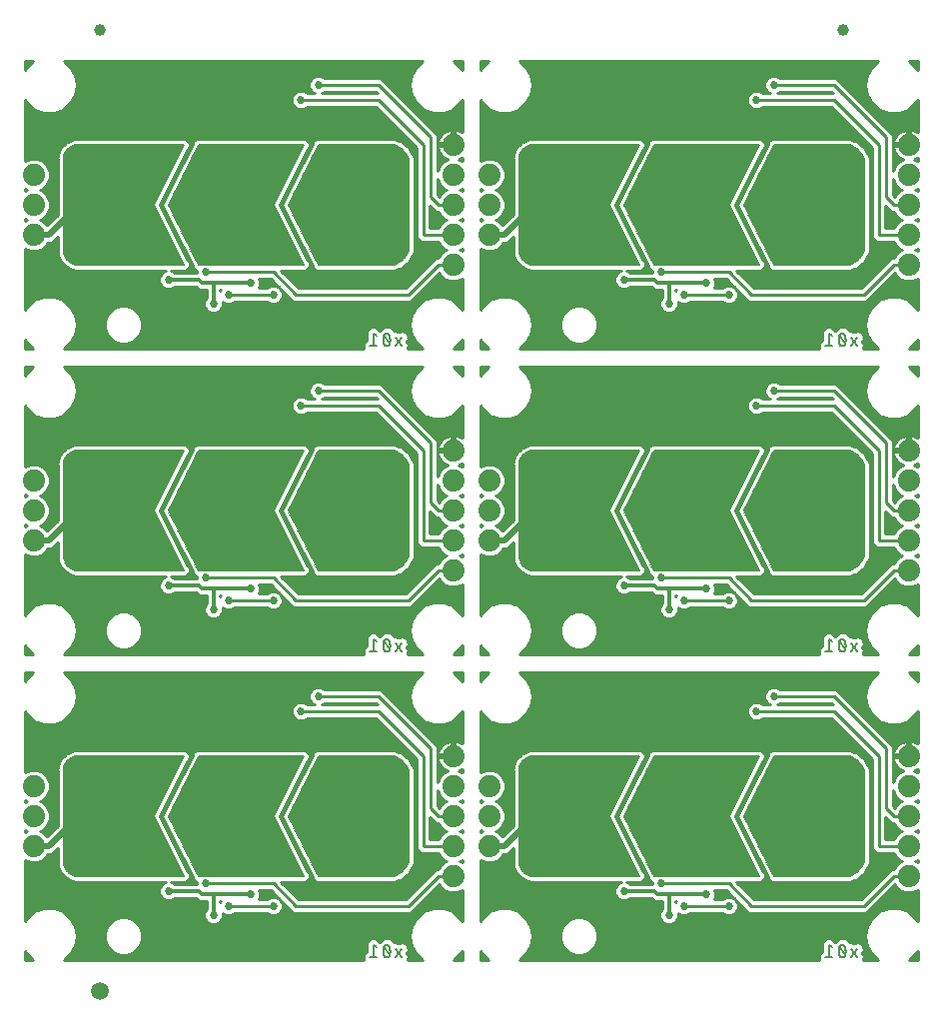
<source format=gbl>
G75*
%MOIN*%
%OFA0B0*%
%FSLAX25Y25*%
%IPPOS*%
%LPD*%
%AMOC8*
5,1,8,0,0,1.08239X$1,22.5*
%
%ADD10C,0.00800*%
%ADD11C,0.07400*%
%ADD12C,0.00600*%
%ADD13R,0.05000X0.02500*%
%ADD14C,0.03937*%
%ADD15C,0.05906*%
%ADD16C,0.01000*%
%ADD17C,0.02700*%
%ADD18C,0.01200*%
%ADD19C,0.02000*%
D10*
X0145925Y0031650D02*
X0148258Y0031650D01*
X0147092Y0031650D02*
X0147092Y0035850D01*
X0148258Y0034917D01*
X0152758Y0033750D02*
X0152756Y0033638D01*
X0152751Y0033526D01*
X0152742Y0033414D01*
X0152729Y0033303D01*
X0152713Y0033192D01*
X0152693Y0033081D01*
X0152669Y0032972D01*
X0152642Y0032863D01*
X0152612Y0032755D01*
X0152578Y0032648D01*
X0152541Y0032542D01*
X0152500Y0032438D01*
X0152456Y0032335D01*
X0152408Y0032233D01*
X0152525Y0032583D02*
X0150658Y0034917D01*
X0150776Y0035267D02*
X0150796Y0035320D01*
X0150819Y0035371D01*
X0150846Y0035420D01*
X0150876Y0035468D01*
X0150909Y0035514D01*
X0150944Y0035557D01*
X0150983Y0035598D01*
X0151024Y0035637D01*
X0151068Y0035673D01*
X0151114Y0035705D01*
X0151161Y0035735D01*
X0151211Y0035761D01*
X0151263Y0035785D01*
X0151315Y0035804D01*
X0151369Y0035821D01*
X0151424Y0035833D01*
X0151480Y0035843D01*
X0151536Y0035848D01*
X0151592Y0035850D01*
X0151648Y0035848D01*
X0151704Y0035843D01*
X0151760Y0035833D01*
X0151815Y0035821D01*
X0151869Y0035804D01*
X0151921Y0035785D01*
X0151973Y0035761D01*
X0152023Y0035735D01*
X0152070Y0035705D01*
X0152116Y0035672D01*
X0152160Y0035637D01*
X0152201Y0035598D01*
X0152240Y0035557D01*
X0152275Y0035514D01*
X0152308Y0035468D01*
X0152338Y0035420D01*
X0152365Y0035371D01*
X0152388Y0035320D01*
X0152408Y0035267D01*
X0150775Y0035267D02*
X0150727Y0035165D01*
X0150683Y0035062D01*
X0150642Y0034958D01*
X0150605Y0034852D01*
X0150571Y0034745D01*
X0150541Y0034637D01*
X0150514Y0034528D01*
X0150490Y0034419D01*
X0150470Y0034308D01*
X0150454Y0034197D01*
X0150441Y0034086D01*
X0150432Y0033974D01*
X0150427Y0033862D01*
X0150425Y0033750D01*
X0152758Y0033750D02*
X0152756Y0033862D01*
X0152751Y0033974D01*
X0152742Y0034086D01*
X0152729Y0034197D01*
X0152713Y0034308D01*
X0152693Y0034419D01*
X0152669Y0034528D01*
X0152642Y0034637D01*
X0152612Y0034745D01*
X0152578Y0034852D01*
X0152541Y0034958D01*
X0152500Y0035062D01*
X0152456Y0035165D01*
X0152408Y0035267D01*
X0150425Y0033750D02*
X0150427Y0033638D01*
X0150432Y0033526D01*
X0150441Y0033414D01*
X0150454Y0033303D01*
X0150470Y0033192D01*
X0150490Y0033081D01*
X0150514Y0032972D01*
X0150541Y0032863D01*
X0150571Y0032755D01*
X0150605Y0032648D01*
X0150642Y0032542D01*
X0150683Y0032438D01*
X0150727Y0032335D01*
X0150775Y0032233D01*
X0151592Y0031650D02*
X0151648Y0031652D01*
X0151704Y0031657D01*
X0151760Y0031667D01*
X0151815Y0031679D01*
X0151869Y0031696D01*
X0151921Y0031715D01*
X0151973Y0031739D01*
X0152023Y0031765D01*
X0152070Y0031795D01*
X0152116Y0031827D01*
X0152160Y0031863D01*
X0152201Y0031902D01*
X0152240Y0031943D01*
X0152275Y0031986D01*
X0152308Y0032032D01*
X0152338Y0032080D01*
X0152365Y0032129D01*
X0152388Y0032180D01*
X0152408Y0032233D01*
X0151592Y0031650D02*
X0151536Y0031652D01*
X0151480Y0031657D01*
X0151424Y0031667D01*
X0151369Y0031679D01*
X0151315Y0031696D01*
X0151263Y0031715D01*
X0151211Y0031739D01*
X0151161Y0031765D01*
X0151114Y0031795D01*
X0151068Y0031827D01*
X0151024Y0031863D01*
X0150983Y0031902D01*
X0150944Y0031943D01*
X0150909Y0031986D01*
X0150876Y0032032D01*
X0150846Y0032080D01*
X0150819Y0032129D01*
X0150796Y0032180D01*
X0150776Y0032233D01*
X0154708Y0031650D02*
X0156575Y0034450D01*
X0154708Y0034450D02*
X0156575Y0031650D01*
X0156575Y0133650D02*
X0154708Y0136450D01*
X0150425Y0135750D02*
X0150427Y0135638D01*
X0150432Y0135526D01*
X0150441Y0135414D01*
X0150454Y0135303D01*
X0150470Y0135192D01*
X0150490Y0135081D01*
X0150514Y0134972D01*
X0150541Y0134863D01*
X0150571Y0134755D01*
X0150605Y0134648D01*
X0150642Y0134542D01*
X0150683Y0134438D01*
X0150727Y0134335D01*
X0150775Y0134233D01*
X0151592Y0133650D02*
X0151648Y0133652D01*
X0151704Y0133657D01*
X0151760Y0133667D01*
X0151815Y0133679D01*
X0151869Y0133696D01*
X0151921Y0133715D01*
X0151973Y0133739D01*
X0152023Y0133765D01*
X0152070Y0133795D01*
X0152116Y0133827D01*
X0152160Y0133863D01*
X0152201Y0133902D01*
X0152240Y0133943D01*
X0152275Y0133986D01*
X0152308Y0134032D01*
X0152338Y0134080D01*
X0152365Y0134129D01*
X0152388Y0134180D01*
X0152408Y0134233D01*
X0152525Y0134583D02*
X0150658Y0136917D01*
X0150776Y0137267D02*
X0150796Y0137320D01*
X0150819Y0137371D01*
X0150846Y0137420D01*
X0150876Y0137468D01*
X0150909Y0137514D01*
X0150944Y0137557D01*
X0150983Y0137598D01*
X0151024Y0137637D01*
X0151068Y0137673D01*
X0151114Y0137705D01*
X0151161Y0137735D01*
X0151211Y0137761D01*
X0151263Y0137785D01*
X0151315Y0137804D01*
X0151369Y0137821D01*
X0151424Y0137833D01*
X0151480Y0137843D01*
X0151536Y0137848D01*
X0151592Y0137850D01*
X0151648Y0137848D01*
X0151704Y0137843D01*
X0151760Y0137833D01*
X0151815Y0137821D01*
X0151869Y0137804D01*
X0151921Y0137785D01*
X0151973Y0137761D01*
X0152023Y0137735D01*
X0152070Y0137705D01*
X0152116Y0137672D01*
X0152160Y0137637D01*
X0152201Y0137598D01*
X0152240Y0137557D01*
X0152275Y0137514D01*
X0152308Y0137468D01*
X0152338Y0137420D01*
X0152365Y0137371D01*
X0152388Y0137320D01*
X0152408Y0137267D01*
X0150775Y0137267D02*
X0150727Y0137165D01*
X0150683Y0137062D01*
X0150642Y0136958D01*
X0150605Y0136852D01*
X0150571Y0136745D01*
X0150541Y0136637D01*
X0150514Y0136528D01*
X0150490Y0136419D01*
X0150470Y0136308D01*
X0150454Y0136197D01*
X0150441Y0136086D01*
X0150432Y0135974D01*
X0150427Y0135862D01*
X0150425Y0135750D01*
X0152758Y0135750D02*
X0152756Y0135862D01*
X0152751Y0135974D01*
X0152742Y0136086D01*
X0152729Y0136197D01*
X0152713Y0136308D01*
X0152693Y0136419D01*
X0152669Y0136528D01*
X0152642Y0136637D01*
X0152612Y0136745D01*
X0152578Y0136852D01*
X0152541Y0136958D01*
X0152500Y0137062D01*
X0152456Y0137165D01*
X0152408Y0137267D01*
X0150776Y0134233D02*
X0150796Y0134180D01*
X0150819Y0134129D01*
X0150846Y0134080D01*
X0150876Y0134032D01*
X0150909Y0133986D01*
X0150944Y0133943D01*
X0150983Y0133902D01*
X0151024Y0133863D01*
X0151068Y0133827D01*
X0151114Y0133795D01*
X0151161Y0133765D01*
X0151211Y0133739D01*
X0151263Y0133715D01*
X0151315Y0133696D01*
X0151369Y0133679D01*
X0151424Y0133667D01*
X0151480Y0133657D01*
X0151536Y0133652D01*
X0151592Y0133650D01*
X0152408Y0134233D02*
X0152456Y0134335D01*
X0152500Y0134438D01*
X0152541Y0134542D01*
X0152578Y0134648D01*
X0152612Y0134755D01*
X0152642Y0134863D01*
X0152669Y0134972D01*
X0152693Y0135081D01*
X0152713Y0135192D01*
X0152729Y0135303D01*
X0152742Y0135414D01*
X0152751Y0135526D01*
X0152756Y0135638D01*
X0152758Y0135750D01*
X0154708Y0133650D02*
X0156575Y0136450D01*
X0148258Y0136917D02*
X0147092Y0137850D01*
X0147092Y0133650D01*
X0148258Y0133650D02*
X0145925Y0133650D01*
X0145925Y0235650D02*
X0148258Y0235650D01*
X0147092Y0235650D02*
X0147092Y0239850D01*
X0148258Y0238917D01*
X0152758Y0237750D02*
X0152756Y0237638D01*
X0152751Y0237526D01*
X0152742Y0237414D01*
X0152729Y0237303D01*
X0152713Y0237192D01*
X0152693Y0237081D01*
X0152669Y0236972D01*
X0152642Y0236863D01*
X0152612Y0236755D01*
X0152578Y0236648D01*
X0152541Y0236542D01*
X0152500Y0236438D01*
X0152456Y0236335D01*
X0152408Y0236233D01*
X0152525Y0236583D02*
X0150658Y0238917D01*
X0150776Y0239267D02*
X0150796Y0239320D01*
X0150819Y0239371D01*
X0150846Y0239420D01*
X0150876Y0239468D01*
X0150909Y0239514D01*
X0150944Y0239557D01*
X0150983Y0239598D01*
X0151024Y0239637D01*
X0151068Y0239673D01*
X0151114Y0239705D01*
X0151161Y0239735D01*
X0151211Y0239761D01*
X0151263Y0239785D01*
X0151315Y0239804D01*
X0151369Y0239821D01*
X0151424Y0239833D01*
X0151480Y0239843D01*
X0151536Y0239848D01*
X0151592Y0239850D01*
X0151648Y0239848D01*
X0151704Y0239843D01*
X0151760Y0239833D01*
X0151815Y0239821D01*
X0151869Y0239804D01*
X0151921Y0239785D01*
X0151973Y0239761D01*
X0152023Y0239735D01*
X0152070Y0239705D01*
X0152116Y0239672D01*
X0152160Y0239637D01*
X0152201Y0239598D01*
X0152240Y0239557D01*
X0152275Y0239514D01*
X0152308Y0239468D01*
X0152338Y0239420D01*
X0152365Y0239371D01*
X0152388Y0239320D01*
X0152408Y0239267D01*
X0150775Y0239267D02*
X0150727Y0239165D01*
X0150683Y0239062D01*
X0150642Y0238958D01*
X0150605Y0238852D01*
X0150571Y0238745D01*
X0150541Y0238637D01*
X0150514Y0238528D01*
X0150490Y0238419D01*
X0150470Y0238308D01*
X0150454Y0238197D01*
X0150441Y0238086D01*
X0150432Y0237974D01*
X0150427Y0237862D01*
X0150425Y0237750D01*
X0152758Y0237750D02*
X0152756Y0237862D01*
X0152751Y0237974D01*
X0152742Y0238086D01*
X0152729Y0238197D01*
X0152713Y0238308D01*
X0152693Y0238419D01*
X0152669Y0238528D01*
X0152642Y0238637D01*
X0152612Y0238745D01*
X0152578Y0238852D01*
X0152541Y0238958D01*
X0152500Y0239062D01*
X0152456Y0239165D01*
X0152408Y0239267D01*
X0150425Y0237750D02*
X0150427Y0237638D01*
X0150432Y0237526D01*
X0150441Y0237414D01*
X0150454Y0237303D01*
X0150470Y0237192D01*
X0150490Y0237081D01*
X0150514Y0236972D01*
X0150541Y0236863D01*
X0150571Y0236755D01*
X0150605Y0236648D01*
X0150642Y0236542D01*
X0150683Y0236438D01*
X0150727Y0236335D01*
X0150775Y0236233D01*
X0151592Y0235650D02*
X0151648Y0235652D01*
X0151704Y0235657D01*
X0151760Y0235667D01*
X0151815Y0235679D01*
X0151869Y0235696D01*
X0151921Y0235715D01*
X0151973Y0235739D01*
X0152023Y0235765D01*
X0152070Y0235795D01*
X0152116Y0235827D01*
X0152160Y0235863D01*
X0152201Y0235902D01*
X0152240Y0235943D01*
X0152275Y0235986D01*
X0152308Y0236032D01*
X0152338Y0236080D01*
X0152365Y0236129D01*
X0152388Y0236180D01*
X0152408Y0236233D01*
X0151592Y0235650D02*
X0151536Y0235652D01*
X0151480Y0235657D01*
X0151424Y0235667D01*
X0151369Y0235679D01*
X0151315Y0235696D01*
X0151263Y0235715D01*
X0151211Y0235739D01*
X0151161Y0235765D01*
X0151114Y0235795D01*
X0151068Y0235827D01*
X0151024Y0235863D01*
X0150983Y0235902D01*
X0150944Y0235943D01*
X0150909Y0235986D01*
X0150876Y0236032D01*
X0150846Y0236080D01*
X0150819Y0236129D01*
X0150796Y0236180D01*
X0150776Y0236233D01*
X0154708Y0235650D02*
X0156575Y0238450D01*
X0154708Y0238450D02*
X0156575Y0235650D01*
X0297925Y0235650D02*
X0300258Y0235650D01*
X0299092Y0235650D02*
X0299092Y0239850D01*
X0300258Y0238917D01*
X0304758Y0237750D02*
X0304756Y0237638D01*
X0304751Y0237526D01*
X0304742Y0237414D01*
X0304729Y0237303D01*
X0304713Y0237192D01*
X0304693Y0237081D01*
X0304669Y0236972D01*
X0304642Y0236863D01*
X0304612Y0236755D01*
X0304578Y0236648D01*
X0304541Y0236542D01*
X0304500Y0236438D01*
X0304456Y0236335D01*
X0304408Y0236233D01*
X0304525Y0236583D02*
X0302658Y0238917D01*
X0302776Y0239267D02*
X0302796Y0239320D01*
X0302819Y0239371D01*
X0302846Y0239420D01*
X0302876Y0239468D01*
X0302909Y0239514D01*
X0302944Y0239557D01*
X0302983Y0239598D01*
X0303024Y0239637D01*
X0303068Y0239673D01*
X0303114Y0239705D01*
X0303161Y0239735D01*
X0303211Y0239761D01*
X0303263Y0239785D01*
X0303315Y0239804D01*
X0303369Y0239821D01*
X0303424Y0239833D01*
X0303480Y0239843D01*
X0303536Y0239848D01*
X0303592Y0239850D01*
X0303648Y0239848D01*
X0303704Y0239843D01*
X0303760Y0239833D01*
X0303815Y0239821D01*
X0303869Y0239804D01*
X0303921Y0239785D01*
X0303973Y0239761D01*
X0304023Y0239735D01*
X0304070Y0239705D01*
X0304116Y0239672D01*
X0304160Y0239637D01*
X0304201Y0239598D01*
X0304240Y0239557D01*
X0304275Y0239514D01*
X0304308Y0239468D01*
X0304338Y0239420D01*
X0304365Y0239371D01*
X0304388Y0239320D01*
X0304408Y0239267D01*
X0302775Y0239267D02*
X0302727Y0239165D01*
X0302683Y0239062D01*
X0302642Y0238958D01*
X0302605Y0238852D01*
X0302571Y0238745D01*
X0302541Y0238637D01*
X0302514Y0238528D01*
X0302490Y0238419D01*
X0302470Y0238308D01*
X0302454Y0238197D01*
X0302441Y0238086D01*
X0302432Y0237974D01*
X0302427Y0237862D01*
X0302425Y0237750D01*
X0304758Y0237750D02*
X0304756Y0237862D01*
X0304751Y0237974D01*
X0304742Y0238086D01*
X0304729Y0238197D01*
X0304713Y0238308D01*
X0304693Y0238419D01*
X0304669Y0238528D01*
X0304642Y0238637D01*
X0304612Y0238745D01*
X0304578Y0238852D01*
X0304541Y0238958D01*
X0304500Y0239062D01*
X0304456Y0239165D01*
X0304408Y0239267D01*
X0302425Y0237750D02*
X0302427Y0237638D01*
X0302432Y0237526D01*
X0302441Y0237414D01*
X0302454Y0237303D01*
X0302470Y0237192D01*
X0302490Y0237081D01*
X0302514Y0236972D01*
X0302541Y0236863D01*
X0302571Y0236755D01*
X0302605Y0236648D01*
X0302642Y0236542D01*
X0302683Y0236438D01*
X0302727Y0236335D01*
X0302775Y0236233D01*
X0303592Y0235650D02*
X0303648Y0235652D01*
X0303704Y0235657D01*
X0303760Y0235667D01*
X0303815Y0235679D01*
X0303869Y0235696D01*
X0303921Y0235715D01*
X0303973Y0235739D01*
X0304023Y0235765D01*
X0304070Y0235795D01*
X0304116Y0235827D01*
X0304160Y0235863D01*
X0304201Y0235902D01*
X0304240Y0235943D01*
X0304275Y0235986D01*
X0304308Y0236032D01*
X0304338Y0236080D01*
X0304365Y0236129D01*
X0304388Y0236180D01*
X0304408Y0236233D01*
X0303592Y0235650D02*
X0303536Y0235652D01*
X0303480Y0235657D01*
X0303424Y0235667D01*
X0303369Y0235679D01*
X0303315Y0235696D01*
X0303263Y0235715D01*
X0303211Y0235739D01*
X0303161Y0235765D01*
X0303114Y0235795D01*
X0303068Y0235827D01*
X0303024Y0235863D01*
X0302983Y0235902D01*
X0302944Y0235943D01*
X0302909Y0235986D01*
X0302876Y0236032D01*
X0302846Y0236080D01*
X0302819Y0236129D01*
X0302796Y0236180D01*
X0302776Y0236233D01*
X0306708Y0235650D02*
X0308575Y0238450D01*
X0306708Y0238450D02*
X0308575Y0235650D01*
X0299092Y0137850D02*
X0299092Y0133650D01*
X0300258Y0133650D02*
X0297925Y0133650D01*
X0304408Y0134233D02*
X0304456Y0134335D01*
X0304500Y0134438D01*
X0304541Y0134542D01*
X0304578Y0134648D01*
X0304612Y0134755D01*
X0304642Y0134863D01*
X0304669Y0134972D01*
X0304693Y0135081D01*
X0304713Y0135192D01*
X0304729Y0135303D01*
X0304742Y0135414D01*
X0304751Y0135526D01*
X0304756Y0135638D01*
X0304758Y0135750D01*
X0302425Y0135750D02*
X0302427Y0135862D01*
X0302432Y0135974D01*
X0302441Y0136086D01*
X0302454Y0136197D01*
X0302470Y0136308D01*
X0302490Y0136419D01*
X0302514Y0136528D01*
X0302541Y0136637D01*
X0302571Y0136745D01*
X0302605Y0136852D01*
X0302642Y0136958D01*
X0302683Y0137062D01*
X0302727Y0137165D01*
X0302775Y0137267D01*
X0302658Y0136917D02*
X0304525Y0134583D01*
X0303592Y0133650D02*
X0303536Y0133652D01*
X0303480Y0133657D01*
X0303424Y0133667D01*
X0303369Y0133679D01*
X0303315Y0133696D01*
X0303263Y0133715D01*
X0303211Y0133739D01*
X0303161Y0133765D01*
X0303114Y0133795D01*
X0303068Y0133827D01*
X0303024Y0133863D01*
X0302983Y0133902D01*
X0302944Y0133943D01*
X0302909Y0133986D01*
X0302876Y0134032D01*
X0302846Y0134080D01*
X0302819Y0134129D01*
X0302796Y0134180D01*
X0302776Y0134233D01*
X0303592Y0133650D02*
X0303648Y0133652D01*
X0303704Y0133657D01*
X0303760Y0133667D01*
X0303815Y0133679D01*
X0303869Y0133696D01*
X0303921Y0133715D01*
X0303973Y0133739D01*
X0304023Y0133765D01*
X0304070Y0133795D01*
X0304116Y0133827D01*
X0304160Y0133863D01*
X0304201Y0133902D01*
X0304240Y0133943D01*
X0304275Y0133986D01*
X0304308Y0134032D01*
X0304338Y0134080D01*
X0304365Y0134129D01*
X0304388Y0134180D01*
X0304408Y0134233D01*
X0302775Y0134233D02*
X0302727Y0134335D01*
X0302683Y0134438D01*
X0302642Y0134542D01*
X0302605Y0134648D01*
X0302571Y0134755D01*
X0302541Y0134863D01*
X0302514Y0134972D01*
X0302490Y0135081D01*
X0302470Y0135192D01*
X0302454Y0135303D01*
X0302441Y0135414D01*
X0302432Y0135526D01*
X0302427Y0135638D01*
X0302425Y0135750D01*
X0304758Y0135750D02*
X0304756Y0135862D01*
X0304751Y0135974D01*
X0304742Y0136086D01*
X0304729Y0136197D01*
X0304713Y0136308D01*
X0304693Y0136419D01*
X0304669Y0136528D01*
X0304642Y0136637D01*
X0304612Y0136745D01*
X0304578Y0136852D01*
X0304541Y0136958D01*
X0304500Y0137062D01*
X0304456Y0137165D01*
X0304408Y0137267D01*
X0304388Y0137320D01*
X0304365Y0137371D01*
X0304338Y0137420D01*
X0304308Y0137468D01*
X0304275Y0137514D01*
X0304240Y0137557D01*
X0304201Y0137598D01*
X0304160Y0137637D01*
X0304116Y0137672D01*
X0304070Y0137705D01*
X0304023Y0137735D01*
X0303973Y0137761D01*
X0303921Y0137785D01*
X0303869Y0137804D01*
X0303815Y0137821D01*
X0303760Y0137833D01*
X0303704Y0137843D01*
X0303648Y0137848D01*
X0303592Y0137850D01*
X0303536Y0137848D01*
X0303480Y0137843D01*
X0303424Y0137833D01*
X0303369Y0137821D01*
X0303315Y0137804D01*
X0303263Y0137785D01*
X0303211Y0137761D01*
X0303161Y0137735D01*
X0303114Y0137705D01*
X0303068Y0137673D01*
X0303024Y0137637D01*
X0302983Y0137598D01*
X0302944Y0137557D01*
X0302909Y0137514D01*
X0302876Y0137468D01*
X0302846Y0137420D01*
X0302819Y0137371D01*
X0302796Y0137320D01*
X0302776Y0137267D01*
X0300258Y0136917D02*
X0299092Y0137850D01*
X0306708Y0136450D02*
X0308575Y0133650D01*
X0306708Y0133650D02*
X0308575Y0136450D01*
X0299092Y0035850D02*
X0299092Y0031650D01*
X0300258Y0031650D02*
X0297925Y0031650D01*
X0304408Y0032233D02*
X0304456Y0032335D01*
X0304500Y0032438D01*
X0304541Y0032542D01*
X0304578Y0032648D01*
X0304612Y0032755D01*
X0304642Y0032863D01*
X0304669Y0032972D01*
X0304693Y0033081D01*
X0304713Y0033192D01*
X0304729Y0033303D01*
X0304742Y0033414D01*
X0304751Y0033526D01*
X0304756Y0033638D01*
X0304758Y0033750D01*
X0302425Y0033750D02*
X0302427Y0033862D01*
X0302432Y0033974D01*
X0302441Y0034086D01*
X0302454Y0034197D01*
X0302470Y0034308D01*
X0302490Y0034419D01*
X0302514Y0034528D01*
X0302541Y0034637D01*
X0302571Y0034745D01*
X0302605Y0034852D01*
X0302642Y0034958D01*
X0302683Y0035062D01*
X0302727Y0035165D01*
X0302775Y0035267D01*
X0302658Y0034917D02*
X0304525Y0032583D01*
X0303592Y0031650D02*
X0303536Y0031652D01*
X0303480Y0031657D01*
X0303424Y0031667D01*
X0303369Y0031679D01*
X0303315Y0031696D01*
X0303263Y0031715D01*
X0303211Y0031739D01*
X0303161Y0031765D01*
X0303114Y0031795D01*
X0303068Y0031827D01*
X0303024Y0031863D01*
X0302983Y0031902D01*
X0302944Y0031943D01*
X0302909Y0031986D01*
X0302876Y0032032D01*
X0302846Y0032080D01*
X0302819Y0032129D01*
X0302796Y0032180D01*
X0302776Y0032233D01*
X0303592Y0031650D02*
X0303648Y0031652D01*
X0303704Y0031657D01*
X0303760Y0031667D01*
X0303815Y0031679D01*
X0303869Y0031696D01*
X0303921Y0031715D01*
X0303973Y0031739D01*
X0304023Y0031765D01*
X0304070Y0031795D01*
X0304116Y0031827D01*
X0304160Y0031863D01*
X0304201Y0031902D01*
X0304240Y0031943D01*
X0304275Y0031986D01*
X0304308Y0032032D01*
X0304338Y0032080D01*
X0304365Y0032129D01*
X0304388Y0032180D01*
X0304408Y0032233D01*
X0302775Y0032233D02*
X0302727Y0032335D01*
X0302683Y0032438D01*
X0302642Y0032542D01*
X0302605Y0032648D01*
X0302571Y0032755D01*
X0302541Y0032863D01*
X0302514Y0032972D01*
X0302490Y0033081D01*
X0302470Y0033192D01*
X0302454Y0033303D01*
X0302441Y0033414D01*
X0302432Y0033526D01*
X0302427Y0033638D01*
X0302425Y0033750D01*
X0304758Y0033750D02*
X0304756Y0033862D01*
X0304751Y0033974D01*
X0304742Y0034086D01*
X0304729Y0034197D01*
X0304713Y0034308D01*
X0304693Y0034419D01*
X0304669Y0034528D01*
X0304642Y0034637D01*
X0304612Y0034745D01*
X0304578Y0034852D01*
X0304541Y0034958D01*
X0304500Y0035062D01*
X0304456Y0035165D01*
X0304408Y0035267D01*
X0304388Y0035320D01*
X0304365Y0035371D01*
X0304338Y0035420D01*
X0304308Y0035468D01*
X0304275Y0035514D01*
X0304240Y0035557D01*
X0304201Y0035598D01*
X0304160Y0035637D01*
X0304116Y0035672D01*
X0304070Y0035705D01*
X0304023Y0035735D01*
X0303973Y0035761D01*
X0303921Y0035785D01*
X0303869Y0035804D01*
X0303815Y0035821D01*
X0303760Y0035833D01*
X0303704Y0035843D01*
X0303648Y0035848D01*
X0303592Y0035850D01*
X0303536Y0035848D01*
X0303480Y0035843D01*
X0303424Y0035833D01*
X0303369Y0035821D01*
X0303315Y0035804D01*
X0303263Y0035785D01*
X0303211Y0035761D01*
X0303161Y0035735D01*
X0303114Y0035705D01*
X0303068Y0035673D01*
X0303024Y0035637D01*
X0302983Y0035598D01*
X0302944Y0035557D01*
X0302909Y0035514D01*
X0302876Y0035468D01*
X0302846Y0035420D01*
X0302819Y0035371D01*
X0302796Y0035320D01*
X0302776Y0035267D01*
X0300258Y0034917D02*
X0299092Y0035850D01*
X0306708Y0034450D02*
X0308575Y0031650D01*
X0306708Y0031650D02*
X0308575Y0034450D01*
D11*
X0325750Y0058750D03*
X0325750Y0068750D03*
X0325750Y0078750D03*
X0325750Y0088750D03*
X0325750Y0098750D03*
X0325750Y0160750D03*
X0325750Y0170750D03*
X0325750Y0180750D03*
X0325750Y0190750D03*
X0325750Y0200750D03*
X0325750Y0262750D03*
X0325750Y0272750D03*
X0325750Y0282750D03*
X0325750Y0292750D03*
X0325750Y0302750D03*
X0185750Y0292750D03*
X0185750Y0282750D03*
X0173750Y0282750D03*
X0173750Y0292750D03*
X0173750Y0302750D03*
X0173750Y0272750D03*
X0173750Y0262750D03*
X0185750Y0272750D03*
X0173750Y0200750D03*
X0173750Y0190750D03*
X0173750Y0180750D03*
X0185750Y0180750D03*
X0185750Y0190750D03*
X0185750Y0170750D03*
X0173750Y0170750D03*
X0173750Y0160750D03*
X0173750Y0098750D03*
X0173750Y0088750D03*
X0185750Y0088750D03*
X0185750Y0078750D03*
X0185750Y0068750D03*
X0173750Y0068750D03*
X0173750Y0078750D03*
X0173750Y0058750D03*
X0033750Y0068750D03*
X0033750Y0078750D03*
X0033750Y0088750D03*
X0033750Y0170750D03*
X0033750Y0180750D03*
X0033750Y0190750D03*
X0033750Y0272750D03*
X0033750Y0282750D03*
X0033750Y0292750D03*
D12*
X0043750Y0292693D02*
X0078722Y0292693D01*
X0078422Y0292095D02*
X0043750Y0292095D01*
X0043750Y0291496D02*
X0078123Y0291496D01*
X0077824Y0290898D02*
X0043750Y0290898D01*
X0043750Y0290299D02*
X0077525Y0290299D01*
X0077225Y0289701D02*
X0043750Y0289701D01*
X0043750Y0289102D02*
X0076926Y0289102D01*
X0076627Y0288504D02*
X0043750Y0288504D01*
X0043750Y0287905D02*
X0076328Y0287905D01*
X0076028Y0287307D02*
X0043750Y0287307D01*
X0043750Y0286708D02*
X0075729Y0286708D01*
X0075430Y0286110D02*
X0043750Y0286110D01*
X0043750Y0285511D02*
X0075131Y0285511D01*
X0074831Y0284913D02*
X0043750Y0284913D01*
X0043750Y0284314D02*
X0074532Y0284314D01*
X0074233Y0283716D02*
X0043750Y0283716D01*
X0043750Y0283117D02*
X0073934Y0283117D01*
X0073750Y0282750D02*
X0083750Y0262750D01*
X0048750Y0262750D01*
X0047889Y0262844D01*
X0047057Y0263082D01*
X0046276Y0263456D01*
X0045569Y0263957D01*
X0044957Y0264569D01*
X0044456Y0265276D01*
X0044082Y0266057D01*
X0043844Y0266889D01*
X0043750Y0267750D01*
X0043750Y0297750D01*
X0043826Y0298618D01*
X0044052Y0299460D01*
X0044420Y0300250D01*
X0044920Y0300964D01*
X0045536Y0301580D01*
X0046250Y0302080D01*
X0047040Y0302448D01*
X0047882Y0302674D01*
X0048750Y0302750D01*
X0083750Y0302750D01*
X0073750Y0282750D01*
X0073866Y0282519D02*
X0043750Y0282519D01*
X0043750Y0281920D02*
X0074165Y0281920D01*
X0074464Y0281322D02*
X0043750Y0281322D01*
X0043750Y0280723D02*
X0074763Y0280723D01*
X0075063Y0280125D02*
X0043750Y0280125D01*
X0043750Y0279526D02*
X0075362Y0279526D01*
X0075661Y0278928D02*
X0043750Y0278928D01*
X0043750Y0278329D02*
X0075960Y0278329D01*
X0076260Y0277731D02*
X0043750Y0277731D01*
X0043750Y0277132D02*
X0076559Y0277132D01*
X0076858Y0276534D02*
X0043750Y0276534D01*
X0043750Y0275935D02*
X0077157Y0275935D01*
X0077457Y0275337D02*
X0043750Y0275337D01*
X0043750Y0274738D02*
X0077756Y0274738D01*
X0078055Y0274140D02*
X0043750Y0274140D01*
X0043750Y0273541D02*
X0078354Y0273541D01*
X0078654Y0272943D02*
X0043750Y0272943D01*
X0043750Y0272344D02*
X0078953Y0272344D01*
X0079252Y0271746D02*
X0043750Y0271746D01*
X0043750Y0271147D02*
X0079551Y0271147D01*
X0079851Y0270549D02*
X0043750Y0270549D01*
X0043750Y0269950D02*
X0080150Y0269950D01*
X0080449Y0269352D02*
X0043750Y0269352D01*
X0043750Y0268753D02*
X0080748Y0268753D01*
X0081048Y0268155D02*
X0043750Y0268155D01*
X0043771Y0267556D02*
X0081347Y0267556D01*
X0081646Y0266958D02*
X0043837Y0266958D01*
X0043996Y0266359D02*
X0081945Y0266359D01*
X0082245Y0265760D02*
X0044224Y0265760D01*
X0044537Y0265162D02*
X0082544Y0265162D01*
X0082843Y0264563D02*
X0044962Y0264563D01*
X0045561Y0263965D02*
X0083143Y0263965D01*
X0083442Y0263366D02*
X0046463Y0263366D01*
X0048586Y0262768D02*
X0083741Y0262768D01*
X0087843Y0264563D02*
X0122843Y0264563D01*
X0123143Y0263965D02*
X0088143Y0263965D01*
X0088442Y0263366D02*
X0123442Y0263366D01*
X0123741Y0262768D02*
X0088741Y0262768D01*
X0088750Y0262750D02*
X0078750Y0282750D01*
X0088750Y0302750D01*
X0123750Y0302750D01*
X0113750Y0282750D01*
X0123750Y0262750D01*
X0088750Y0262750D01*
X0087544Y0265162D02*
X0122544Y0265162D01*
X0122245Y0265760D02*
X0087245Y0265760D01*
X0086946Y0266359D02*
X0121945Y0266359D01*
X0121646Y0266958D02*
X0086646Y0266958D01*
X0086347Y0267556D02*
X0121347Y0267556D01*
X0121048Y0268155D02*
X0086048Y0268155D01*
X0085748Y0268753D02*
X0120748Y0268753D01*
X0120449Y0269352D02*
X0085449Y0269352D01*
X0085150Y0269950D02*
X0120150Y0269950D01*
X0119851Y0270549D02*
X0084851Y0270549D01*
X0084551Y0271147D02*
X0119551Y0271147D01*
X0119252Y0271746D02*
X0084252Y0271746D01*
X0083953Y0272344D02*
X0118953Y0272344D01*
X0118654Y0272943D02*
X0083654Y0272943D01*
X0083354Y0273541D02*
X0118354Y0273541D01*
X0118055Y0274140D02*
X0083055Y0274140D01*
X0082756Y0274738D02*
X0117756Y0274738D01*
X0117457Y0275337D02*
X0082457Y0275337D01*
X0082157Y0275935D02*
X0117157Y0275935D01*
X0116858Y0276534D02*
X0081858Y0276534D01*
X0081559Y0277132D02*
X0116559Y0277132D01*
X0116260Y0277731D02*
X0081260Y0277731D01*
X0080960Y0278329D02*
X0115960Y0278329D01*
X0115661Y0278928D02*
X0080661Y0278928D01*
X0080362Y0279526D02*
X0115362Y0279526D01*
X0115063Y0280125D02*
X0080063Y0280125D01*
X0079763Y0280723D02*
X0114763Y0280723D01*
X0114464Y0281322D02*
X0079464Y0281322D01*
X0079165Y0281920D02*
X0114165Y0281920D01*
X0113866Y0282519D02*
X0078866Y0282519D01*
X0078934Y0283117D02*
X0113934Y0283117D01*
X0114233Y0283716D02*
X0079233Y0283716D01*
X0079532Y0284314D02*
X0114532Y0284314D01*
X0114831Y0284913D02*
X0079831Y0284913D01*
X0080131Y0285511D02*
X0115131Y0285511D01*
X0115430Y0286110D02*
X0080430Y0286110D01*
X0080729Y0286708D02*
X0115729Y0286708D01*
X0116028Y0287307D02*
X0081028Y0287307D01*
X0081328Y0287905D02*
X0116328Y0287905D01*
X0116627Y0288504D02*
X0081627Y0288504D01*
X0081926Y0289102D02*
X0116926Y0289102D01*
X0117225Y0289701D02*
X0082225Y0289701D01*
X0082525Y0290299D02*
X0117525Y0290299D01*
X0117824Y0290898D02*
X0082824Y0290898D01*
X0083123Y0291496D02*
X0118123Y0291496D01*
X0118422Y0292095D02*
X0083422Y0292095D01*
X0083722Y0292693D02*
X0118722Y0292693D01*
X0119021Y0293292D02*
X0084021Y0293292D01*
X0084320Y0293891D02*
X0119320Y0293891D01*
X0119620Y0294489D02*
X0084620Y0294489D01*
X0084919Y0295088D02*
X0119919Y0295088D01*
X0120218Y0295686D02*
X0085218Y0295686D01*
X0085517Y0296285D02*
X0120517Y0296285D01*
X0120817Y0296883D02*
X0085817Y0296883D01*
X0086116Y0297482D02*
X0121116Y0297482D01*
X0121415Y0298080D02*
X0086415Y0298080D01*
X0086714Y0298679D02*
X0121714Y0298679D01*
X0122014Y0299277D02*
X0087014Y0299277D01*
X0087313Y0299876D02*
X0122313Y0299876D01*
X0122612Y0300474D02*
X0087612Y0300474D01*
X0087911Y0301073D02*
X0122911Y0301073D01*
X0123211Y0301671D02*
X0088211Y0301671D01*
X0088510Y0302270D02*
X0123510Y0302270D01*
X0127612Y0300474D02*
X0157322Y0300474D01*
X0157280Y0300532D02*
X0157907Y0299682D01*
X0158401Y0298748D01*
X0158750Y0297750D01*
X0158750Y0267750D01*
X0158401Y0266752D01*
X0157907Y0265818D01*
X0157280Y0264968D01*
X0156532Y0264220D01*
X0155682Y0263593D01*
X0154748Y0263099D01*
X0153750Y0262750D01*
X0128750Y0262750D01*
X0118750Y0282750D01*
X0128750Y0302750D01*
X0153750Y0302750D01*
X0154748Y0302401D01*
X0155682Y0301907D01*
X0156532Y0301280D01*
X0157280Y0300532D01*
X0156739Y0301073D02*
X0127911Y0301073D01*
X0128211Y0301671D02*
X0156002Y0301671D01*
X0154996Y0302270D02*
X0128510Y0302270D01*
X0127313Y0299876D02*
X0157764Y0299876D01*
X0158121Y0299277D02*
X0127014Y0299277D01*
X0126714Y0298679D02*
X0158425Y0298679D01*
X0158634Y0298080D02*
X0126415Y0298080D01*
X0126116Y0297482D02*
X0158750Y0297482D01*
X0158750Y0296883D02*
X0125817Y0296883D01*
X0125517Y0296285D02*
X0158750Y0296285D01*
X0158750Y0295686D02*
X0125218Y0295686D01*
X0124919Y0295088D02*
X0158750Y0295088D01*
X0158750Y0294489D02*
X0124620Y0294489D01*
X0124320Y0293891D02*
X0158750Y0293891D01*
X0158750Y0293292D02*
X0124021Y0293292D01*
X0123722Y0292693D02*
X0158750Y0292693D01*
X0158750Y0292095D02*
X0123422Y0292095D01*
X0123123Y0291496D02*
X0158750Y0291496D01*
X0158750Y0290898D02*
X0122824Y0290898D01*
X0122525Y0290299D02*
X0158750Y0290299D01*
X0158750Y0289701D02*
X0122225Y0289701D01*
X0121926Y0289102D02*
X0158750Y0289102D01*
X0158750Y0288504D02*
X0121627Y0288504D01*
X0121328Y0287905D02*
X0158750Y0287905D01*
X0158750Y0287307D02*
X0121028Y0287307D01*
X0120729Y0286708D02*
X0158750Y0286708D01*
X0158750Y0286110D02*
X0120430Y0286110D01*
X0120131Y0285511D02*
X0158750Y0285511D01*
X0158750Y0284913D02*
X0119831Y0284913D01*
X0119532Y0284314D02*
X0158750Y0284314D01*
X0158750Y0283716D02*
X0119233Y0283716D01*
X0118934Y0283117D02*
X0158750Y0283117D01*
X0158750Y0282519D02*
X0118866Y0282519D01*
X0119165Y0281920D02*
X0158750Y0281920D01*
X0158750Y0281322D02*
X0119464Y0281322D01*
X0119763Y0280723D02*
X0158750Y0280723D01*
X0158750Y0280125D02*
X0120063Y0280125D01*
X0120362Y0279526D02*
X0158750Y0279526D01*
X0158750Y0278928D02*
X0120661Y0278928D01*
X0120960Y0278329D02*
X0158750Y0278329D01*
X0158750Y0277731D02*
X0121260Y0277731D01*
X0121559Y0277132D02*
X0158750Y0277132D01*
X0158750Y0276534D02*
X0121858Y0276534D01*
X0122157Y0275935D02*
X0158750Y0275935D01*
X0158750Y0275337D02*
X0122457Y0275337D01*
X0122756Y0274738D02*
X0158750Y0274738D01*
X0158750Y0274140D02*
X0123055Y0274140D01*
X0123354Y0273541D02*
X0158750Y0273541D01*
X0158750Y0272943D02*
X0123654Y0272943D01*
X0123953Y0272344D02*
X0158750Y0272344D01*
X0158750Y0271746D02*
X0124252Y0271746D01*
X0124551Y0271147D02*
X0158750Y0271147D01*
X0158750Y0270549D02*
X0124851Y0270549D01*
X0125150Y0269950D02*
X0158750Y0269950D01*
X0158750Y0269352D02*
X0125449Y0269352D01*
X0125748Y0268753D02*
X0158750Y0268753D01*
X0158750Y0268155D02*
X0126048Y0268155D01*
X0126347Y0267556D02*
X0158682Y0267556D01*
X0158473Y0266958D02*
X0126646Y0266958D01*
X0126946Y0266359D02*
X0158193Y0266359D01*
X0157865Y0265760D02*
X0127245Y0265760D01*
X0127544Y0265162D02*
X0157423Y0265162D01*
X0156875Y0264563D02*
X0127843Y0264563D01*
X0128143Y0263965D02*
X0156186Y0263965D01*
X0155253Y0263366D02*
X0128442Y0263366D01*
X0128741Y0262768D02*
X0153801Y0262768D01*
X0195771Y0267556D02*
X0233347Y0267556D01*
X0233646Y0266958D02*
X0195837Y0266958D01*
X0195844Y0266889D02*
X0195750Y0267750D01*
X0195750Y0297750D01*
X0195826Y0298618D01*
X0196052Y0299460D01*
X0196420Y0300250D01*
X0196920Y0300964D01*
X0197536Y0301580D01*
X0198250Y0302080D01*
X0199040Y0302448D01*
X0199882Y0302674D01*
X0200750Y0302750D01*
X0235750Y0302750D01*
X0225750Y0282750D01*
X0235750Y0262750D01*
X0200750Y0262750D01*
X0199889Y0262844D01*
X0199057Y0263082D01*
X0198276Y0263456D01*
X0197569Y0263957D01*
X0196957Y0264569D01*
X0196456Y0265276D01*
X0196082Y0266057D01*
X0195844Y0266889D01*
X0195996Y0266359D02*
X0233945Y0266359D01*
X0234245Y0265760D02*
X0196224Y0265760D01*
X0196537Y0265162D02*
X0234544Y0265162D01*
X0234843Y0264563D02*
X0196962Y0264563D01*
X0197561Y0263965D02*
X0235143Y0263965D01*
X0235442Y0263366D02*
X0198463Y0263366D01*
X0200586Y0262768D02*
X0235741Y0262768D01*
X0239843Y0264563D02*
X0274843Y0264563D01*
X0275143Y0263965D02*
X0240143Y0263965D01*
X0240442Y0263366D02*
X0275442Y0263366D01*
X0275741Y0262768D02*
X0240741Y0262768D01*
X0240750Y0262750D02*
X0230750Y0282750D01*
X0240750Y0302750D01*
X0275750Y0302750D01*
X0265750Y0282750D01*
X0275750Y0262750D01*
X0240750Y0262750D01*
X0239544Y0265162D02*
X0274544Y0265162D01*
X0274245Y0265760D02*
X0239245Y0265760D01*
X0238946Y0266359D02*
X0273945Y0266359D01*
X0273646Y0266958D02*
X0238646Y0266958D01*
X0238347Y0267556D02*
X0273347Y0267556D01*
X0273048Y0268155D02*
X0238048Y0268155D01*
X0237748Y0268753D02*
X0272748Y0268753D01*
X0272449Y0269352D02*
X0237449Y0269352D01*
X0237150Y0269950D02*
X0272150Y0269950D01*
X0271851Y0270549D02*
X0236851Y0270549D01*
X0236551Y0271147D02*
X0271551Y0271147D01*
X0271252Y0271746D02*
X0236252Y0271746D01*
X0235953Y0272344D02*
X0270953Y0272344D01*
X0270654Y0272943D02*
X0235654Y0272943D01*
X0235354Y0273541D02*
X0270354Y0273541D01*
X0270055Y0274140D02*
X0235055Y0274140D01*
X0234756Y0274738D02*
X0269756Y0274738D01*
X0269457Y0275337D02*
X0234457Y0275337D01*
X0234157Y0275935D02*
X0269157Y0275935D01*
X0268858Y0276534D02*
X0233858Y0276534D01*
X0233559Y0277132D02*
X0268559Y0277132D01*
X0268260Y0277731D02*
X0233260Y0277731D01*
X0232960Y0278329D02*
X0267960Y0278329D01*
X0267661Y0278928D02*
X0232661Y0278928D01*
X0232362Y0279526D02*
X0267362Y0279526D01*
X0267063Y0280125D02*
X0232063Y0280125D01*
X0231763Y0280723D02*
X0266763Y0280723D01*
X0266464Y0281322D02*
X0231464Y0281322D01*
X0231165Y0281920D02*
X0266165Y0281920D01*
X0265866Y0282519D02*
X0230866Y0282519D01*
X0230934Y0283117D02*
X0265934Y0283117D01*
X0266233Y0283716D02*
X0231233Y0283716D01*
X0231532Y0284314D02*
X0266532Y0284314D01*
X0266831Y0284913D02*
X0231831Y0284913D01*
X0232131Y0285511D02*
X0267131Y0285511D01*
X0267430Y0286110D02*
X0232430Y0286110D01*
X0232729Y0286708D02*
X0267729Y0286708D01*
X0268028Y0287307D02*
X0233028Y0287307D01*
X0233328Y0287905D02*
X0268328Y0287905D01*
X0268627Y0288504D02*
X0233627Y0288504D01*
X0233926Y0289102D02*
X0268926Y0289102D01*
X0269225Y0289701D02*
X0234225Y0289701D01*
X0234525Y0290299D02*
X0269525Y0290299D01*
X0269824Y0290898D02*
X0234824Y0290898D01*
X0235123Y0291496D02*
X0270123Y0291496D01*
X0270422Y0292095D02*
X0235422Y0292095D01*
X0235722Y0292693D02*
X0270722Y0292693D01*
X0271021Y0293292D02*
X0236021Y0293292D01*
X0236320Y0293891D02*
X0271320Y0293891D01*
X0271620Y0294489D02*
X0236620Y0294489D01*
X0236919Y0295088D02*
X0271919Y0295088D01*
X0272218Y0295686D02*
X0237218Y0295686D01*
X0237517Y0296285D02*
X0272517Y0296285D01*
X0272817Y0296883D02*
X0237817Y0296883D01*
X0238116Y0297482D02*
X0273116Y0297482D01*
X0273415Y0298080D02*
X0238415Y0298080D01*
X0238714Y0298679D02*
X0273714Y0298679D01*
X0274014Y0299277D02*
X0239014Y0299277D01*
X0239313Y0299876D02*
X0274313Y0299876D01*
X0274612Y0300474D02*
X0239612Y0300474D01*
X0239911Y0301073D02*
X0274911Y0301073D01*
X0275211Y0301671D02*
X0240211Y0301671D01*
X0240510Y0302270D02*
X0275510Y0302270D01*
X0279612Y0300474D02*
X0309322Y0300474D01*
X0309280Y0300532D02*
X0309907Y0299682D01*
X0310401Y0298748D01*
X0310750Y0297750D01*
X0310750Y0267750D01*
X0310401Y0266752D01*
X0309907Y0265818D01*
X0309280Y0264968D01*
X0308532Y0264220D01*
X0307682Y0263593D01*
X0306748Y0263099D01*
X0305750Y0262750D01*
X0280750Y0262750D01*
X0270750Y0282750D01*
X0280750Y0302750D01*
X0305750Y0302750D01*
X0306748Y0302401D01*
X0307682Y0301907D01*
X0308532Y0301280D01*
X0309280Y0300532D01*
X0308739Y0301073D02*
X0279911Y0301073D01*
X0280211Y0301671D02*
X0308002Y0301671D01*
X0306996Y0302270D02*
X0280510Y0302270D01*
X0279313Y0299876D02*
X0309764Y0299876D01*
X0310121Y0299277D02*
X0279014Y0299277D01*
X0278714Y0298679D02*
X0310425Y0298679D01*
X0310634Y0298080D02*
X0278415Y0298080D01*
X0278116Y0297482D02*
X0310750Y0297482D01*
X0310750Y0296883D02*
X0277817Y0296883D01*
X0277517Y0296285D02*
X0310750Y0296285D01*
X0310750Y0295686D02*
X0277218Y0295686D01*
X0276919Y0295088D02*
X0310750Y0295088D01*
X0310750Y0294489D02*
X0276620Y0294489D01*
X0276320Y0293891D02*
X0310750Y0293891D01*
X0310750Y0293292D02*
X0276021Y0293292D01*
X0275722Y0292693D02*
X0310750Y0292693D01*
X0310750Y0292095D02*
X0275422Y0292095D01*
X0275123Y0291496D02*
X0310750Y0291496D01*
X0310750Y0290898D02*
X0274824Y0290898D01*
X0274525Y0290299D02*
X0310750Y0290299D01*
X0310750Y0289701D02*
X0274225Y0289701D01*
X0273926Y0289102D02*
X0310750Y0289102D01*
X0310750Y0288504D02*
X0273627Y0288504D01*
X0273328Y0287905D02*
X0310750Y0287905D01*
X0310750Y0287307D02*
X0273028Y0287307D01*
X0272729Y0286708D02*
X0310750Y0286708D01*
X0310750Y0286110D02*
X0272430Y0286110D01*
X0272131Y0285511D02*
X0310750Y0285511D01*
X0310750Y0284913D02*
X0271831Y0284913D01*
X0271532Y0284314D02*
X0310750Y0284314D01*
X0310750Y0283716D02*
X0271233Y0283716D01*
X0270934Y0283117D02*
X0310750Y0283117D01*
X0310750Y0282519D02*
X0270866Y0282519D01*
X0271165Y0281920D02*
X0310750Y0281920D01*
X0310750Y0281322D02*
X0271464Y0281322D01*
X0271763Y0280723D02*
X0310750Y0280723D01*
X0310750Y0280125D02*
X0272063Y0280125D01*
X0272362Y0279526D02*
X0310750Y0279526D01*
X0310750Y0278928D02*
X0272661Y0278928D01*
X0272960Y0278329D02*
X0310750Y0278329D01*
X0310750Y0277731D02*
X0273260Y0277731D01*
X0273559Y0277132D02*
X0310750Y0277132D01*
X0310750Y0276534D02*
X0273858Y0276534D01*
X0274157Y0275935D02*
X0310750Y0275935D01*
X0310750Y0275337D02*
X0274457Y0275337D01*
X0274756Y0274738D02*
X0310750Y0274738D01*
X0310750Y0274140D02*
X0275055Y0274140D01*
X0275354Y0273541D02*
X0310750Y0273541D01*
X0310750Y0272943D02*
X0275654Y0272943D01*
X0275953Y0272344D02*
X0310750Y0272344D01*
X0310750Y0271746D02*
X0276252Y0271746D01*
X0276551Y0271147D02*
X0310750Y0271147D01*
X0310750Y0270549D02*
X0276851Y0270549D01*
X0277150Y0269950D02*
X0310750Y0269950D01*
X0310750Y0269352D02*
X0277449Y0269352D01*
X0277748Y0268753D02*
X0310750Y0268753D01*
X0310750Y0268155D02*
X0278048Y0268155D01*
X0278347Y0267556D02*
X0310682Y0267556D01*
X0310473Y0266958D02*
X0278646Y0266958D01*
X0278946Y0266359D02*
X0310193Y0266359D01*
X0309865Y0265760D02*
X0279245Y0265760D01*
X0279544Y0265162D02*
X0309423Y0265162D01*
X0308875Y0264563D02*
X0279843Y0264563D01*
X0280143Y0263965D02*
X0308186Y0263965D01*
X0307253Y0263366D02*
X0280442Y0263366D01*
X0280741Y0262768D02*
X0305801Y0262768D01*
X0305750Y0200750D02*
X0280750Y0200750D01*
X0270750Y0180750D01*
X0280750Y0160750D01*
X0305750Y0160750D01*
X0306748Y0161099D01*
X0307682Y0161593D01*
X0308532Y0162220D01*
X0309280Y0162968D01*
X0309907Y0163818D01*
X0310401Y0164752D01*
X0310750Y0165750D01*
X0310750Y0195750D01*
X0310401Y0196748D01*
X0309907Y0197682D01*
X0309280Y0198532D01*
X0308532Y0199280D01*
X0307682Y0199907D01*
X0306748Y0200401D01*
X0305750Y0200750D01*
X0306399Y0200523D02*
X0280636Y0200523D01*
X0280337Y0199924D02*
X0307649Y0199924D01*
X0308470Y0199326D02*
X0280038Y0199326D01*
X0279739Y0198727D02*
X0309085Y0198727D01*
X0309577Y0198129D02*
X0279439Y0198129D01*
X0279140Y0197530D02*
X0309987Y0197530D01*
X0310304Y0196932D02*
X0278841Y0196932D01*
X0278542Y0196333D02*
X0310546Y0196333D01*
X0310750Y0195735D02*
X0278242Y0195735D01*
X0277943Y0195136D02*
X0310750Y0195136D01*
X0310750Y0194538D02*
X0277644Y0194538D01*
X0277345Y0193939D02*
X0310750Y0193939D01*
X0310750Y0193341D02*
X0277045Y0193341D01*
X0276746Y0192742D02*
X0310750Y0192742D01*
X0310750Y0192144D02*
X0276447Y0192144D01*
X0276148Y0191545D02*
X0310750Y0191545D01*
X0310750Y0190947D02*
X0275848Y0190947D01*
X0275549Y0190348D02*
X0310750Y0190348D01*
X0310750Y0189750D02*
X0275250Y0189750D01*
X0274951Y0189151D02*
X0310750Y0189151D01*
X0310750Y0188553D02*
X0274651Y0188553D01*
X0274352Y0187954D02*
X0310750Y0187954D01*
X0310750Y0187355D02*
X0274053Y0187355D01*
X0273753Y0186757D02*
X0310750Y0186757D01*
X0310750Y0186158D02*
X0273454Y0186158D01*
X0273155Y0185560D02*
X0310750Y0185560D01*
X0310750Y0184961D02*
X0272856Y0184961D01*
X0272556Y0184363D02*
X0310750Y0184363D01*
X0310750Y0183764D02*
X0272257Y0183764D01*
X0271958Y0183166D02*
X0310750Y0183166D01*
X0310750Y0182567D02*
X0271659Y0182567D01*
X0271359Y0181969D02*
X0310750Y0181969D01*
X0310750Y0181370D02*
X0271060Y0181370D01*
X0270761Y0180772D02*
X0310750Y0180772D01*
X0310750Y0180173D02*
X0271038Y0180173D01*
X0271338Y0179575D02*
X0310750Y0179575D01*
X0310750Y0178976D02*
X0271637Y0178976D01*
X0271936Y0178378D02*
X0310750Y0178378D01*
X0310750Y0177779D02*
X0272235Y0177779D01*
X0272535Y0177181D02*
X0310750Y0177181D01*
X0310750Y0176582D02*
X0272834Y0176582D01*
X0273133Y0175984D02*
X0310750Y0175984D01*
X0310750Y0175385D02*
X0273432Y0175385D01*
X0273732Y0174787D02*
X0310750Y0174787D01*
X0310750Y0174188D02*
X0274031Y0174188D01*
X0274330Y0173590D02*
X0310750Y0173590D01*
X0310750Y0172991D02*
X0274629Y0172991D01*
X0274929Y0172393D02*
X0310750Y0172393D01*
X0310750Y0171794D02*
X0275228Y0171794D01*
X0275527Y0171196D02*
X0310750Y0171196D01*
X0310750Y0170597D02*
X0275826Y0170597D01*
X0276126Y0169999D02*
X0310750Y0169999D01*
X0310750Y0169400D02*
X0276425Y0169400D01*
X0276724Y0168802D02*
X0310750Y0168802D01*
X0310750Y0168203D02*
X0277023Y0168203D01*
X0277323Y0167605D02*
X0310750Y0167605D01*
X0310750Y0167006D02*
X0277622Y0167006D01*
X0277921Y0166408D02*
X0310750Y0166408D01*
X0310750Y0165809D02*
X0278220Y0165809D01*
X0278520Y0165211D02*
X0310561Y0165211D01*
X0310327Y0164612D02*
X0278819Y0164612D01*
X0279118Y0164014D02*
X0310010Y0164014D01*
X0309610Y0163415D02*
X0279417Y0163415D01*
X0279717Y0162817D02*
X0309128Y0162817D01*
X0308529Y0162218D02*
X0280016Y0162218D01*
X0280315Y0161620D02*
X0307718Y0161620D01*
X0306524Y0161021D02*
X0280615Y0161021D01*
X0275750Y0160750D02*
X0240750Y0160750D01*
X0230750Y0180750D01*
X0240750Y0200750D01*
X0275750Y0200750D01*
X0265750Y0180750D01*
X0275750Y0160750D01*
X0275614Y0161021D02*
X0240615Y0161021D01*
X0240315Y0161620D02*
X0275315Y0161620D01*
X0275016Y0162218D02*
X0240016Y0162218D01*
X0239717Y0162817D02*
X0274717Y0162817D01*
X0274417Y0163415D02*
X0239417Y0163415D01*
X0239118Y0164014D02*
X0274118Y0164014D01*
X0273819Y0164612D02*
X0238819Y0164612D01*
X0238520Y0165211D02*
X0273520Y0165211D01*
X0273220Y0165809D02*
X0238220Y0165809D01*
X0237921Y0166408D02*
X0272921Y0166408D01*
X0272622Y0167006D02*
X0237622Y0167006D01*
X0237323Y0167605D02*
X0272323Y0167605D01*
X0272023Y0168203D02*
X0237023Y0168203D01*
X0236724Y0168802D02*
X0271724Y0168802D01*
X0271425Y0169400D02*
X0236425Y0169400D01*
X0236126Y0169999D02*
X0271126Y0169999D01*
X0270826Y0170597D02*
X0235826Y0170597D01*
X0235527Y0171196D02*
X0270527Y0171196D01*
X0270228Y0171794D02*
X0235228Y0171794D01*
X0234929Y0172393D02*
X0269929Y0172393D01*
X0269629Y0172991D02*
X0234629Y0172991D01*
X0234330Y0173590D02*
X0269330Y0173590D01*
X0269031Y0174188D02*
X0234031Y0174188D01*
X0233732Y0174787D02*
X0268732Y0174787D01*
X0268432Y0175385D02*
X0233432Y0175385D01*
X0233133Y0175984D02*
X0268133Y0175984D01*
X0267834Y0176582D02*
X0232834Y0176582D01*
X0232535Y0177181D02*
X0267535Y0177181D01*
X0267235Y0177779D02*
X0232235Y0177779D01*
X0231936Y0178378D02*
X0266936Y0178378D01*
X0266637Y0178976D02*
X0231637Y0178976D01*
X0231338Y0179575D02*
X0266338Y0179575D01*
X0266038Y0180173D02*
X0231038Y0180173D01*
X0230761Y0180772D02*
X0265761Y0180772D01*
X0266060Y0181370D02*
X0231060Y0181370D01*
X0231359Y0181969D02*
X0266359Y0181969D01*
X0266659Y0182567D02*
X0231659Y0182567D01*
X0231958Y0183166D02*
X0266958Y0183166D01*
X0267257Y0183764D02*
X0232257Y0183764D01*
X0232556Y0184363D02*
X0267556Y0184363D01*
X0267856Y0184961D02*
X0232856Y0184961D01*
X0233155Y0185560D02*
X0268155Y0185560D01*
X0268454Y0186158D02*
X0233454Y0186158D01*
X0233753Y0186757D02*
X0268753Y0186757D01*
X0269053Y0187355D02*
X0234053Y0187355D01*
X0234352Y0187954D02*
X0269352Y0187954D01*
X0269651Y0188553D02*
X0234651Y0188553D01*
X0234951Y0189151D02*
X0269951Y0189151D01*
X0270250Y0189750D02*
X0235250Y0189750D01*
X0235549Y0190348D02*
X0270549Y0190348D01*
X0270848Y0190947D02*
X0235848Y0190947D01*
X0236148Y0191545D02*
X0271148Y0191545D01*
X0271447Y0192144D02*
X0236447Y0192144D01*
X0236746Y0192742D02*
X0271746Y0192742D01*
X0272045Y0193341D02*
X0237045Y0193341D01*
X0237345Y0193939D02*
X0272345Y0193939D01*
X0272644Y0194538D02*
X0237644Y0194538D01*
X0237943Y0195136D02*
X0272943Y0195136D01*
X0273242Y0195735D02*
X0238242Y0195735D01*
X0238542Y0196333D02*
X0273542Y0196333D01*
X0273841Y0196932D02*
X0238841Y0196932D01*
X0239140Y0197530D02*
X0274140Y0197530D01*
X0274439Y0198129D02*
X0239439Y0198129D01*
X0239739Y0198727D02*
X0274739Y0198727D01*
X0275038Y0199326D02*
X0240038Y0199326D01*
X0240337Y0199924D02*
X0275337Y0199924D01*
X0275636Y0200523D02*
X0240636Y0200523D01*
X0235750Y0200750D02*
X0200750Y0200750D01*
X0199882Y0200674D01*
X0199040Y0200448D01*
X0198250Y0200080D01*
X0197536Y0199580D01*
X0196920Y0198964D01*
X0196420Y0198250D01*
X0196052Y0197460D01*
X0195826Y0196618D01*
X0195750Y0195750D01*
X0195750Y0165750D01*
X0195844Y0164889D01*
X0196082Y0164057D01*
X0196456Y0163276D01*
X0196957Y0162569D01*
X0197569Y0161957D01*
X0198276Y0161456D01*
X0199057Y0161082D01*
X0199889Y0160844D01*
X0200750Y0160750D01*
X0235750Y0160750D01*
X0225750Y0180750D01*
X0235750Y0200750D01*
X0235636Y0200523D02*
X0199317Y0200523D01*
X0198027Y0199924D02*
X0235337Y0199924D01*
X0235038Y0199326D02*
X0197282Y0199326D01*
X0196754Y0198727D02*
X0234739Y0198727D01*
X0234439Y0198129D02*
X0196363Y0198129D01*
X0196084Y0197530D02*
X0234140Y0197530D01*
X0233841Y0196932D02*
X0195910Y0196932D01*
X0195801Y0196333D02*
X0233542Y0196333D01*
X0233242Y0195735D02*
X0195750Y0195735D01*
X0195750Y0195136D02*
X0232943Y0195136D01*
X0232644Y0194538D02*
X0195750Y0194538D01*
X0195750Y0193939D02*
X0232345Y0193939D01*
X0232045Y0193341D02*
X0195750Y0193341D01*
X0195750Y0192742D02*
X0231746Y0192742D01*
X0231447Y0192144D02*
X0195750Y0192144D01*
X0195750Y0191545D02*
X0231148Y0191545D01*
X0230848Y0190947D02*
X0195750Y0190947D01*
X0195750Y0190348D02*
X0230549Y0190348D01*
X0230250Y0189750D02*
X0195750Y0189750D01*
X0195750Y0189151D02*
X0229951Y0189151D01*
X0229651Y0188553D02*
X0195750Y0188553D01*
X0195750Y0187954D02*
X0229352Y0187954D01*
X0229053Y0187355D02*
X0195750Y0187355D01*
X0195750Y0186757D02*
X0228753Y0186757D01*
X0228454Y0186158D02*
X0195750Y0186158D01*
X0195750Y0185560D02*
X0228155Y0185560D01*
X0227856Y0184961D02*
X0195750Y0184961D01*
X0195750Y0184363D02*
X0227556Y0184363D01*
X0227257Y0183764D02*
X0195750Y0183764D01*
X0195750Y0183166D02*
X0226958Y0183166D01*
X0226659Y0182567D02*
X0195750Y0182567D01*
X0195750Y0181969D02*
X0226359Y0181969D01*
X0226060Y0181370D02*
X0195750Y0181370D01*
X0195750Y0180772D02*
X0225761Y0180772D01*
X0226038Y0180173D02*
X0195750Y0180173D01*
X0195750Y0179575D02*
X0226338Y0179575D01*
X0226637Y0178976D02*
X0195750Y0178976D01*
X0195750Y0178378D02*
X0226936Y0178378D01*
X0227235Y0177779D02*
X0195750Y0177779D01*
X0195750Y0177181D02*
X0227535Y0177181D01*
X0227834Y0176582D02*
X0195750Y0176582D01*
X0195750Y0175984D02*
X0228133Y0175984D01*
X0228432Y0175385D02*
X0195750Y0175385D01*
X0195750Y0174787D02*
X0228732Y0174787D01*
X0229031Y0174188D02*
X0195750Y0174188D01*
X0195750Y0173590D02*
X0229330Y0173590D01*
X0229629Y0172991D02*
X0195750Y0172991D01*
X0195750Y0172393D02*
X0229929Y0172393D01*
X0230228Y0171794D02*
X0195750Y0171794D01*
X0195750Y0171196D02*
X0230527Y0171196D01*
X0230826Y0170597D02*
X0195750Y0170597D01*
X0195750Y0169999D02*
X0231126Y0169999D01*
X0231425Y0169400D02*
X0195750Y0169400D01*
X0195750Y0168802D02*
X0231724Y0168802D01*
X0232023Y0168203D02*
X0195750Y0168203D01*
X0195750Y0167605D02*
X0232323Y0167605D01*
X0232622Y0167006D02*
X0195750Y0167006D01*
X0195750Y0166408D02*
X0232921Y0166408D01*
X0233220Y0165809D02*
X0195750Y0165809D01*
X0195809Y0165211D02*
X0233520Y0165211D01*
X0233819Y0164612D02*
X0195923Y0164612D01*
X0196102Y0164014D02*
X0234118Y0164014D01*
X0234417Y0163415D02*
X0196389Y0163415D01*
X0196782Y0162817D02*
X0234717Y0162817D01*
X0235016Y0162218D02*
X0197308Y0162218D01*
X0198045Y0161620D02*
X0235315Y0161620D01*
X0235614Y0161021D02*
X0199270Y0161021D01*
X0158750Y0165750D02*
X0158401Y0164752D01*
X0157907Y0163818D01*
X0157280Y0162968D01*
X0156532Y0162220D01*
X0155682Y0161593D01*
X0154748Y0161099D01*
X0153750Y0160750D01*
X0128750Y0160750D01*
X0118750Y0180750D01*
X0128750Y0200750D01*
X0153750Y0200750D01*
X0154748Y0200401D01*
X0155682Y0199907D01*
X0156532Y0199280D01*
X0157280Y0198532D01*
X0157907Y0197682D01*
X0158401Y0196748D01*
X0158750Y0195750D01*
X0158750Y0165750D01*
X0158750Y0165809D02*
X0126220Y0165809D01*
X0125921Y0166408D02*
X0158750Y0166408D01*
X0158750Y0167006D02*
X0125622Y0167006D01*
X0125323Y0167605D02*
X0158750Y0167605D01*
X0158750Y0168203D02*
X0125023Y0168203D01*
X0124724Y0168802D02*
X0158750Y0168802D01*
X0158750Y0169400D02*
X0124425Y0169400D01*
X0124126Y0169999D02*
X0158750Y0169999D01*
X0158750Y0170597D02*
X0123826Y0170597D01*
X0123527Y0171196D02*
X0158750Y0171196D01*
X0158750Y0171794D02*
X0123228Y0171794D01*
X0122929Y0172393D02*
X0158750Y0172393D01*
X0158750Y0172991D02*
X0122629Y0172991D01*
X0122330Y0173590D02*
X0158750Y0173590D01*
X0158750Y0174188D02*
X0122031Y0174188D01*
X0121732Y0174787D02*
X0158750Y0174787D01*
X0158750Y0175385D02*
X0121432Y0175385D01*
X0121133Y0175984D02*
X0158750Y0175984D01*
X0158750Y0176582D02*
X0120834Y0176582D01*
X0120535Y0177181D02*
X0158750Y0177181D01*
X0158750Y0177779D02*
X0120235Y0177779D01*
X0119936Y0178378D02*
X0158750Y0178378D01*
X0158750Y0178976D02*
X0119637Y0178976D01*
X0119338Y0179575D02*
X0158750Y0179575D01*
X0158750Y0180173D02*
X0119038Y0180173D01*
X0118761Y0180772D02*
X0158750Y0180772D01*
X0158750Y0181370D02*
X0119060Y0181370D01*
X0119359Y0181969D02*
X0158750Y0181969D01*
X0158750Y0182567D02*
X0119659Y0182567D01*
X0119958Y0183166D02*
X0158750Y0183166D01*
X0158750Y0183764D02*
X0120257Y0183764D01*
X0120556Y0184363D02*
X0158750Y0184363D01*
X0158750Y0184961D02*
X0120856Y0184961D01*
X0121155Y0185560D02*
X0158750Y0185560D01*
X0158750Y0186158D02*
X0121454Y0186158D01*
X0121753Y0186757D02*
X0158750Y0186757D01*
X0158750Y0187355D02*
X0122053Y0187355D01*
X0122352Y0187954D02*
X0158750Y0187954D01*
X0158750Y0188553D02*
X0122651Y0188553D01*
X0122951Y0189151D02*
X0158750Y0189151D01*
X0158750Y0189750D02*
X0123250Y0189750D01*
X0123549Y0190348D02*
X0158750Y0190348D01*
X0158750Y0190947D02*
X0123848Y0190947D01*
X0124148Y0191545D02*
X0158750Y0191545D01*
X0158750Y0192144D02*
X0124447Y0192144D01*
X0124746Y0192742D02*
X0158750Y0192742D01*
X0158750Y0193341D02*
X0125045Y0193341D01*
X0125345Y0193939D02*
X0158750Y0193939D01*
X0158750Y0194538D02*
X0125644Y0194538D01*
X0125943Y0195136D02*
X0158750Y0195136D01*
X0158750Y0195735D02*
X0126242Y0195735D01*
X0126542Y0196333D02*
X0158546Y0196333D01*
X0158304Y0196932D02*
X0126841Y0196932D01*
X0127140Y0197530D02*
X0157987Y0197530D01*
X0157577Y0198129D02*
X0127439Y0198129D01*
X0127739Y0198727D02*
X0157085Y0198727D01*
X0156470Y0199326D02*
X0128038Y0199326D01*
X0128337Y0199924D02*
X0155649Y0199924D01*
X0154399Y0200523D02*
X0128636Y0200523D01*
X0123750Y0200750D02*
X0088750Y0200750D01*
X0078750Y0180750D01*
X0088750Y0160750D01*
X0123750Y0160750D01*
X0113750Y0180750D01*
X0123750Y0200750D01*
X0123636Y0200523D02*
X0088636Y0200523D01*
X0088337Y0199924D02*
X0123337Y0199924D01*
X0123038Y0199326D02*
X0088038Y0199326D01*
X0087739Y0198727D02*
X0122739Y0198727D01*
X0122439Y0198129D02*
X0087439Y0198129D01*
X0087140Y0197530D02*
X0122140Y0197530D01*
X0121841Y0196932D02*
X0086841Y0196932D01*
X0086542Y0196333D02*
X0121542Y0196333D01*
X0121242Y0195735D02*
X0086242Y0195735D01*
X0085943Y0195136D02*
X0120943Y0195136D01*
X0120644Y0194538D02*
X0085644Y0194538D01*
X0085345Y0193939D02*
X0120345Y0193939D01*
X0120045Y0193341D02*
X0085045Y0193341D01*
X0084746Y0192742D02*
X0119746Y0192742D01*
X0119447Y0192144D02*
X0084447Y0192144D01*
X0084148Y0191545D02*
X0119148Y0191545D01*
X0118848Y0190947D02*
X0083848Y0190947D01*
X0083549Y0190348D02*
X0118549Y0190348D01*
X0118250Y0189750D02*
X0083250Y0189750D01*
X0082951Y0189151D02*
X0117951Y0189151D01*
X0117651Y0188553D02*
X0082651Y0188553D01*
X0082352Y0187954D02*
X0117352Y0187954D01*
X0117053Y0187355D02*
X0082053Y0187355D01*
X0081753Y0186757D02*
X0116753Y0186757D01*
X0116454Y0186158D02*
X0081454Y0186158D01*
X0081155Y0185560D02*
X0116155Y0185560D01*
X0115856Y0184961D02*
X0080856Y0184961D01*
X0080556Y0184363D02*
X0115556Y0184363D01*
X0115257Y0183764D02*
X0080257Y0183764D01*
X0079958Y0183166D02*
X0114958Y0183166D01*
X0114659Y0182567D02*
X0079659Y0182567D01*
X0079359Y0181969D02*
X0114359Y0181969D01*
X0114060Y0181370D02*
X0079060Y0181370D01*
X0078761Y0180772D02*
X0113761Y0180772D01*
X0114038Y0180173D02*
X0079038Y0180173D01*
X0079338Y0179575D02*
X0114338Y0179575D01*
X0114637Y0178976D02*
X0079637Y0178976D01*
X0079936Y0178378D02*
X0114936Y0178378D01*
X0115235Y0177779D02*
X0080235Y0177779D01*
X0080535Y0177181D02*
X0115535Y0177181D01*
X0115834Y0176582D02*
X0080834Y0176582D01*
X0081133Y0175984D02*
X0116133Y0175984D01*
X0116432Y0175385D02*
X0081432Y0175385D01*
X0081732Y0174787D02*
X0116732Y0174787D01*
X0117031Y0174188D02*
X0082031Y0174188D01*
X0082330Y0173590D02*
X0117330Y0173590D01*
X0117629Y0172991D02*
X0082629Y0172991D01*
X0082929Y0172393D02*
X0117929Y0172393D01*
X0118228Y0171794D02*
X0083228Y0171794D01*
X0083527Y0171196D02*
X0118527Y0171196D01*
X0118826Y0170597D02*
X0083826Y0170597D01*
X0084126Y0169999D02*
X0119126Y0169999D01*
X0119425Y0169400D02*
X0084425Y0169400D01*
X0084724Y0168802D02*
X0119724Y0168802D01*
X0120023Y0168203D02*
X0085023Y0168203D01*
X0085323Y0167605D02*
X0120323Y0167605D01*
X0120622Y0167006D02*
X0085622Y0167006D01*
X0085921Y0166408D02*
X0120921Y0166408D01*
X0121220Y0165809D02*
X0086220Y0165809D01*
X0086520Y0165211D02*
X0121520Y0165211D01*
X0121819Y0164612D02*
X0086819Y0164612D01*
X0087118Y0164014D02*
X0122118Y0164014D01*
X0122417Y0163415D02*
X0087417Y0163415D01*
X0087717Y0162817D02*
X0122717Y0162817D01*
X0123016Y0162218D02*
X0088016Y0162218D01*
X0088315Y0161620D02*
X0123315Y0161620D01*
X0123614Y0161021D02*
X0088615Y0161021D01*
X0083750Y0160750D02*
X0048750Y0160750D01*
X0047889Y0160844D01*
X0047057Y0161082D01*
X0046276Y0161456D01*
X0045569Y0161957D01*
X0044957Y0162569D01*
X0044456Y0163276D01*
X0044082Y0164057D01*
X0043844Y0164889D01*
X0043750Y0165750D01*
X0043750Y0195750D01*
X0043826Y0196618D01*
X0044052Y0197460D01*
X0044420Y0198250D01*
X0044920Y0198964D01*
X0045536Y0199580D01*
X0046250Y0200080D01*
X0047040Y0200448D01*
X0047882Y0200674D01*
X0048750Y0200750D01*
X0083750Y0200750D01*
X0073750Y0180750D01*
X0083750Y0160750D01*
X0083614Y0161021D02*
X0047270Y0161021D01*
X0046045Y0161620D02*
X0083315Y0161620D01*
X0083016Y0162218D02*
X0045308Y0162218D01*
X0044782Y0162817D02*
X0082717Y0162817D01*
X0082417Y0163415D02*
X0044389Y0163415D01*
X0044102Y0164014D02*
X0082118Y0164014D01*
X0081819Y0164612D02*
X0043923Y0164612D01*
X0043809Y0165211D02*
X0081520Y0165211D01*
X0081220Y0165809D02*
X0043750Y0165809D01*
X0043750Y0166408D02*
X0080921Y0166408D01*
X0080622Y0167006D02*
X0043750Y0167006D01*
X0043750Y0167605D02*
X0080323Y0167605D01*
X0080023Y0168203D02*
X0043750Y0168203D01*
X0043750Y0168802D02*
X0079724Y0168802D01*
X0079425Y0169400D02*
X0043750Y0169400D01*
X0043750Y0169999D02*
X0079126Y0169999D01*
X0078826Y0170597D02*
X0043750Y0170597D01*
X0043750Y0171196D02*
X0078527Y0171196D01*
X0078228Y0171794D02*
X0043750Y0171794D01*
X0043750Y0172393D02*
X0077929Y0172393D01*
X0077629Y0172991D02*
X0043750Y0172991D01*
X0043750Y0173590D02*
X0077330Y0173590D01*
X0077031Y0174188D02*
X0043750Y0174188D01*
X0043750Y0174787D02*
X0076732Y0174787D01*
X0076432Y0175385D02*
X0043750Y0175385D01*
X0043750Y0175984D02*
X0076133Y0175984D01*
X0075834Y0176582D02*
X0043750Y0176582D01*
X0043750Y0177181D02*
X0075535Y0177181D01*
X0075235Y0177779D02*
X0043750Y0177779D01*
X0043750Y0178378D02*
X0074936Y0178378D01*
X0074637Y0178976D02*
X0043750Y0178976D01*
X0043750Y0179575D02*
X0074338Y0179575D01*
X0074038Y0180173D02*
X0043750Y0180173D01*
X0043750Y0180772D02*
X0073761Y0180772D01*
X0074060Y0181370D02*
X0043750Y0181370D01*
X0043750Y0181969D02*
X0074359Y0181969D01*
X0074659Y0182567D02*
X0043750Y0182567D01*
X0043750Y0183166D02*
X0074958Y0183166D01*
X0075257Y0183764D02*
X0043750Y0183764D01*
X0043750Y0184363D02*
X0075556Y0184363D01*
X0075856Y0184961D02*
X0043750Y0184961D01*
X0043750Y0185560D02*
X0076155Y0185560D01*
X0076454Y0186158D02*
X0043750Y0186158D01*
X0043750Y0186757D02*
X0076753Y0186757D01*
X0077053Y0187355D02*
X0043750Y0187355D01*
X0043750Y0187954D02*
X0077352Y0187954D01*
X0077651Y0188553D02*
X0043750Y0188553D01*
X0043750Y0189151D02*
X0077951Y0189151D01*
X0078250Y0189750D02*
X0043750Y0189750D01*
X0043750Y0190348D02*
X0078549Y0190348D01*
X0078848Y0190947D02*
X0043750Y0190947D01*
X0043750Y0191545D02*
X0079148Y0191545D01*
X0079447Y0192144D02*
X0043750Y0192144D01*
X0043750Y0192742D02*
X0079746Y0192742D01*
X0080045Y0193341D02*
X0043750Y0193341D01*
X0043750Y0193939D02*
X0080345Y0193939D01*
X0080644Y0194538D02*
X0043750Y0194538D01*
X0043750Y0195136D02*
X0080943Y0195136D01*
X0081242Y0195735D02*
X0043750Y0195735D01*
X0043801Y0196333D02*
X0081542Y0196333D01*
X0081841Y0196932D02*
X0043910Y0196932D01*
X0044084Y0197530D02*
X0082140Y0197530D01*
X0082439Y0198129D02*
X0044363Y0198129D01*
X0044754Y0198727D02*
X0082739Y0198727D01*
X0083038Y0199326D02*
X0045282Y0199326D01*
X0046027Y0199924D02*
X0083337Y0199924D01*
X0083636Y0200523D02*
X0047317Y0200523D01*
X0126520Y0165211D02*
X0158561Y0165211D01*
X0158327Y0164612D02*
X0126819Y0164612D01*
X0127118Y0164014D02*
X0158010Y0164014D01*
X0157610Y0163415D02*
X0127417Y0163415D01*
X0127717Y0162817D02*
X0157128Y0162817D01*
X0156529Y0162218D02*
X0128016Y0162218D01*
X0128315Y0161620D02*
X0155718Y0161620D01*
X0154524Y0161021D02*
X0128615Y0161021D01*
X0128750Y0098750D02*
X0153750Y0098750D01*
X0154748Y0098401D01*
X0155682Y0097907D01*
X0156532Y0097280D01*
X0157280Y0096532D01*
X0157907Y0095682D01*
X0158401Y0094748D01*
X0158750Y0093750D01*
X0158750Y0063750D01*
X0158401Y0062752D01*
X0157907Y0061818D01*
X0157280Y0060968D01*
X0156532Y0060220D01*
X0155682Y0059593D01*
X0154748Y0059099D01*
X0153750Y0058750D01*
X0128750Y0058750D01*
X0118750Y0078750D01*
X0128750Y0098750D01*
X0128464Y0098177D02*
X0155171Y0098177D01*
X0156127Y0097579D02*
X0128164Y0097579D01*
X0127865Y0096980D02*
X0156831Y0096980D01*
X0157391Y0096382D02*
X0127566Y0096382D01*
X0127267Y0095783D02*
X0157832Y0095783D01*
X0158170Y0095185D02*
X0126967Y0095185D01*
X0126668Y0094586D02*
X0158457Y0094586D01*
X0158667Y0093988D02*
X0126369Y0093988D01*
X0126070Y0093389D02*
X0158750Y0093389D01*
X0158750Y0092791D02*
X0125770Y0092791D01*
X0125471Y0092192D02*
X0158750Y0092192D01*
X0158750Y0091594D02*
X0125172Y0091594D01*
X0124873Y0090995D02*
X0158750Y0090995D01*
X0158750Y0090397D02*
X0124573Y0090397D01*
X0124274Y0089798D02*
X0158750Y0089798D01*
X0158750Y0089200D02*
X0123975Y0089200D01*
X0123676Y0088601D02*
X0158750Y0088601D01*
X0158750Y0088003D02*
X0123376Y0088003D01*
X0123077Y0087404D02*
X0158750Y0087404D01*
X0158750Y0086806D02*
X0122778Y0086806D01*
X0122479Y0086207D02*
X0158750Y0086207D01*
X0158750Y0085609D02*
X0122179Y0085609D01*
X0121880Y0085010D02*
X0158750Y0085010D01*
X0158750Y0084412D02*
X0121581Y0084412D01*
X0121282Y0083813D02*
X0158750Y0083813D01*
X0158750Y0083215D02*
X0120982Y0083215D01*
X0120683Y0082616D02*
X0158750Y0082616D01*
X0158750Y0082018D02*
X0120384Y0082018D01*
X0120084Y0081419D02*
X0158750Y0081419D01*
X0158750Y0080820D02*
X0119785Y0080820D01*
X0119486Y0080222D02*
X0158750Y0080222D01*
X0158750Y0079623D02*
X0119187Y0079623D01*
X0118887Y0079025D02*
X0158750Y0079025D01*
X0158750Y0078426D02*
X0118912Y0078426D01*
X0119211Y0077828D02*
X0158750Y0077828D01*
X0158750Y0077229D02*
X0119510Y0077229D01*
X0119810Y0076631D02*
X0158750Y0076631D01*
X0158750Y0076032D02*
X0120109Y0076032D01*
X0120408Y0075434D02*
X0158750Y0075434D01*
X0158750Y0074835D02*
X0120707Y0074835D01*
X0121007Y0074237D02*
X0158750Y0074237D01*
X0158750Y0073638D02*
X0121306Y0073638D01*
X0121605Y0073040D02*
X0158750Y0073040D01*
X0158750Y0072441D02*
X0121904Y0072441D01*
X0122204Y0071843D02*
X0158750Y0071843D01*
X0158750Y0071244D02*
X0122503Y0071244D01*
X0122802Y0070646D02*
X0158750Y0070646D01*
X0158750Y0070047D02*
X0123101Y0070047D01*
X0123401Y0069449D02*
X0158750Y0069449D01*
X0158750Y0068850D02*
X0123700Y0068850D01*
X0123999Y0068252D02*
X0158750Y0068252D01*
X0158750Y0067653D02*
X0124298Y0067653D01*
X0124598Y0067055D02*
X0158750Y0067055D01*
X0158750Y0066456D02*
X0124897Y0066456D01*
X0125196Y0065858D02*
X0158750Y0065858D01*
X0158750Y0065259D02*
X0125495Y0065259D01*
X0125795Y0064661D02*
X0158750Y0064661D01*
X0158750Y0064062D02*
X0126094Y0064062D01*
X0126393Y0063464D02*
X0158650Y0063464D01*
X0158440Y0062865D02*
X0126692Y0062865D01*
X0126992Y0062267D02*
X0158144Y0062267D01*
X0157796Y0061668D02*
X0127291Y0061668D01*
X0127590Y0061070D02*
X0157355Y0061070D01*
X0156783Y0060471D02*
X0127889Y0060471D01*
X0128189Y0059873D02*
X0156061Y0059873D01*
X0155079Y0059274D02*
X0128488Y0059274D01*
X0123750Y0058750D02*
X0088750Y0058750D01*
X0078750Y0078750D01*
X0088750Y0098750D01*
X0123750Y0098750D01*
X0113750Y0078750D01*
X0123750Y0058750D01*
X0123488Y0059274D02*
X0088488Y0059274D01*
X0088189Y0059873D02*
X0123189Y0059873D01*
X0122889Y0060471D02*
X0087889Y0060471D01*
X0087590Y0061070D02*
X0122590Y0061070D01*
X0122291Y0061668D02*
X0087291Y0061668D01*
X0086992Y0062267D02*
X0121992Y0062267D01*
X0121692Y0062865D02*
X0086692Y0062865D01*
X0086393Y0063464D02*
X0121393Y0063464D01*
X0121094Y0064062D02*
X0086094Y0064062D01*
X0085795Y0064661D02*
X0120795Y0064661D01*
X0120495Y0065259D02*
X0085495Y0065259D01*
X0085196Y0065858D02*
X0120196Y0065858D01*
X0119897Y0066456D02*
X0084897Y0066456D01*
X0084598Y0067055D02*
X0119598Y0067055D01*
X0119298Y0067653D02*
X0084298Y0067653D01*
X0083999Y0068252D02*
X0118999Y0068252D01*
X0118700Y0068850D02*
X0083700Y0068850D01*
X0083401Y0069449D02*
X0118401Y0069449D01*
X0118101Y0070047D02*
X0083101Y0070047D01*
X0082802Y0070646D02*
X0117802Y0070646D01*
X0117503Y0071244D02*
X0082503Y0071244D01*
X0082204Y0071843D02*
X0117204Y0071843D01*
X0116904Y0072441D02*
X0081904Y0072441D01*
X0081605Y0073040D02*
X0116605Y0073040D01*
X0116306Y0073638D02*
X0081306Y0073638D01*
X0081007Y0074237D02*
X0116007Y0074237D01*
X0115707Y0074835D02*
X0080707Y0074835D01*
X0080408Y0075434D02*
X0115408Y0075434D01*
X0115109Y0076032D02*
X0080109Y0076032D01*
X0079810Y0076631D02*
X0114810Y0076631D01*
X0114510Y0077229D02*
X0079510Y0077229D01*
X0079211Y0077828D02*
X0114211Y0077828D01*
X0113912Y0078426D02*
X0078912Y0078426D01*
X0078887Y0079025D02*
X0113887Y0079025D01*
X0114187Y0079623D02*
X0079187Y0079623D01*
X0079486Y0080222D02*
X0114486Y0080222D01*
X0114785Y0080820D02*
X0079785Y0080820D01*
X0080084Y0081419D02*
X0115084Y0081419D01*
X0115384Y0082018D02*
X0080384Y0082018D01*
X0080683Y0082616D02*
X0115683Y0082616D01*
X0115982Y0083215D02*
X0080982Y0083215D01*
X0081282Y0083813D02*
X0116282Y0083813D01*
X0116581Y0084412D02*
X0081581Y0084412D01*
X0081880Y0085010D02*
X0116880Y0085010D01*
X0117179Y0085609D02*
X0082179Y0085609D01*
X0082479Y0086207D02*
X0117479Y0086207D01*
X0117778Y0086806D02*
X0082778Y0086806D01*
X0083077Y0087404D02*
X0118077Y0087404D01*
X0118376Y0088003D02*
X0083376Y0088003D01*
X0083676Y0088601D02*
X0118676Y0088601D01*
X0118975Y0089200D02*
X0083975Y0089200D01*
X0084274Y0089798D02*
X0119274Y0089798D01*
X0119573Y0090397D02*
X0084573Y0090397D01*
X0084873Y0090995D02*
X0119873Y0090995D01*
X0120172Y0091594D02*
X0085172Y0091594D01*
X0085471Y0092192D02*
X0120471Y0092192D01*
X0120770Y0092791D02*
X0085770Y0092791D01*
X0086070Y0093389D02*
X0121070Y0093389D01*
X0121369Y0093988D02*
X0086369Y0093988D01*
X0086668Y0094586D02*
X0121668Y0094586D01*
X0121967Y0095185D02*
X0086967Y0095185D01*
X0087267Y0095783D02*
X0122267Y0095783D01*
X0122566Y0096382D02*
X0087566Y0096382D01*
X0087865Y0096980D02*
X0122865Y0096980D01*
X0123164Y0097579D02*
X0088164Y0097579D01*
X0088464Y0098177D02*
X0123464Y0098177D01*
X0083750Y0098750D02*
X0048750Y0098750D01*
X0047882Y0098674D01*
X0047040Y0098448D01*
X0046250Y0098080D01*
X0045536Y0097580D01*
X0044920Y0096964D01*
X0044420Y0096250D01*
X0044052Y0095460D01*
X0043826Y0094618D01*
X0043750Y0093750D01*
X0043750Y0063750D01*
X0043844Y0062889D01*
X0044082Y0062057D01*
X0044456Y0061276D01*
X0044957Y0060569D01*
X0045569Y0059957D01*
X0046276Y0059456D01*
X0047057Y0059082D01*
X0047889Y0058844D01*
X0048750Y0058750D01*
X0083750Y0058750D01*
X0073750Y0078750D01*
X0083750Y0098750D01*
X0083464Y0098177D02*
X0046458Y0098177D01*
X0045535Y0097579D02*
X0083164Y0097579D01*
X0082865Y0096980D02*
X0044936Y0096980D01*
X0044512Y0096382D02*
X0082566Y0096382D01*
X0082267Y0095783D02*
X0044202Y0095783D01*
X0043978Y0095185D02*
X0081967Y0095185D01*
X0081668Y0094586D02*
X0043823Y0094586D01*
X0043771Y0093988D02*
X0081369Y0093988D01*
X0081070Y0093389D02*
X0043750Y0093389D01*
X0043750Y0092791D02*
X0080770Y0092791D01*
X0080471Y0092192D02*
X0043750Y0092192D01*
X0043750Y0091594D02*
X0080172Y0091594D01*
X0079873Y0090995D02*
X0043750Y0090995D01*
X0043750Y0090397D02*
X0079573Y0090397D01*
X0079274Y0089798D02*
X0043750Y0089798D01*
X0043750Y0089200D02*
X0078975Y0089200D01*
X0078676Y0088601D02*
X0043750Y0088601D01*
X0043750Y0088003D02*
X0078376Y0088003D01*
X0078077Y0087404D02*
X0043750Y0087404D01*
X0043750Y0086806D02*
X0077778Y0086806D01*
X0077479Y0086207D02*
X0043750Y0086207D01*
X0043750Y0085609D02*
X0077179Y0085609D01*
X0076880Y0085010D02*
X0043750Y0085010D01*
X0043750Y0084412D02*
X0076581Y0084412D01*
X0076282Y0083813D02*
X0043750Y0083813D01*
X0043750Y0083215D02*
X0075982Y0083215D01*
X0075683Y0082616D02*
X0043750Y0082616D01*
X0043750Y0082018D02*
X0075384Y0082018D01*
X0075084Y0081419D02*
X0043750Y0081419D01*
X0043750Y0080820D02*
X0074785Y0080820D01*
X0074486Y0080222D02*
X0043750Y0080222D01*
X0043750Y0079623D02*
X0074187Y0079623D01*
X0073887Y0079025D02*
X0043750Y0079025D01*
X0043750Y0078426D02*
X0073912Y0078426D01*
X0074211Y0077828D02*
X0043750Y0077828D01*
X0043750Y0077229D02*
X0074510Y0077229D01*
X0074810Y0076631D02*
X0043750Y0076631D01*
X0043750Y0076032D02*
X0075109Y0076032D01*
X0075408Y0075434D02*
X0043750Y0075434D01*
X0043750Y0074835D02*
X0075707Y0074835D01*
X0076007Y0074237D02*
X0043750Y0074237D01*
X0043750Y0073638D02*
X0076306Y0073638D01*
X0076605Y0073040D02*
X0043750Y0073040D01*
X0043750Y0072441D02*
X0076904Y0072441D01*
X0077204Y0071843D02*
X0043750Y0071843D01*
X0043750Y0071244D02*
X0077503Y0071244D01*
X0077802Y0070646D02*
X0043750Y0070646D01*
X0043750Y0070047D02*
X0078101Y0070047D01*
X0078401Y0069449D02*
X0043750Y0069449D01*
X0043750Y0068850D02*
X0078700Y0068850D01*
X0078999Y0068252D02*
X0043750Y0068252D01*
X0043750Y0067653D02*
X0079298Y0067653D01*
X0079598Y0067055D02*
X0043750Y0067055D01*
X0043750Y0066456D02*
X0079897Y0066456D01*
X0080196Y0065858D02*
X0043750Y0065858D01*
X0043750Y0065259D02*
X0080495Y0065259D01*
X0080795Y0064661D02*
X0043750Y0064661D01*
X0043750Y0064062D02*
X0081094Y0064062D01*
X0081393Y0063464D02*
X0043781Y0063464D01*
X0043851Y0062865D02*
X0081692Y0062865D01*
X0081992Y0062267D02*
X0044022Y0062267D01*
X0044268Y0061668D02*
X0082291Y0061668D01*
X0082590Y0061070D02*
X0044602Y0061070D01*
X0045055Y0060471D02*
X0082889Y0060471D01*
X0083189Y0059873D02*
X0045688Y0059873D01*
X0046656Y0059274D02*
X0083488Y0059274D01*
X0195750Y0063750D02*
X0195750Y0093750D01*
X0195826Y0094618D01*
X0196052Y0095460D01*
X0196420Y0096250D01*
X0196920Y0096964D01*
X0197536Y0097580D01*
X0198250Y0098080D01*
X0199040Y0098448D01*
X0199882Y0098674D01*
X0200750Y0098750D01*
X0235750Y0098750D01*
X0225750Y0078750D01*
X0235750Y0058750D01*
X0200750Y0058750D01*
X0199889Y0058844D01*
X0199057Y0059082D01*
X0198276Y0059456D01*
X0197569Y0059957D01*
X0196957Y0060569D01*
X0196456Y0061276D01*
X0196082Y0062057D01*
X0195844Y0062889D01*
X0195750Y0063750D01*
X0195781Y0063464D02*
X0233393Y0063464D01*
X0233094Y0064062D02*
X0195750Y0064062D01*
X0195750Y0064661D02*
X0232795Y0064661D01*
X0232495Y0065259D02*
X0195750Y0065259D01*
X0195750Y0065858D02*
X0232196Y0065858D01*
X0231897Y0066456D02*
X0195750Y0066456D01*
X0195750Y0067055D02*
X0231598Y0067055D01*
X0231298Y0067653D02*
X0195750Y0067653D01*
X0195750Y0068252D02*
X0230999Y0068252D01*
X0230700Y0068850D02*
X0195750Y0068850D01*
X0195750Y0069449D02*
X0230401Y0069449D01*
X0230101Y0070047D02*
X0195750Y0070047D01*
X0195750Y0070646D02*
X0229802Y0070646D01*
X0229503Y0071244D02*
X0195750Y0071244D01*
X0195750Y0071843D02*
X0229204Y0071843D01*
X0228904Y0072441D02*
X0195750Y0072441D01*
X0195750Y0073040D02*
X0228605Y0073040D01*
X0228306Y0073638D02*
X0195750Y0073638D01*
X0195750Y0074237D02*
X0228007Y0074237D01*
X0227707Y0074835D02*
X0195750Y0074835D01*
X0195750Y0075434D02*
X0227408Y0075434D01*
X0227109Y0076032D02*
X0195750Y0076032D01*
X0195750Y0076631D02*
X0226810Y0076631D01*
X0226510Y0077229D02*
X0195750Y0077229D01*
X0195750Y0077828D02*
X0226211Y0077828D01*
X0225912Y0078426D02*
X0195750Y0078426D01*
X0195750Y0079025D02*
X0225887Y0079025D01*
X0226187Y0079623D02*
X0195750Y0079623D01*
X0195750Y0080222D02*
X0226486Y0080222D01*
X0226785Y0080820D02*
X0195750Y0080820D01*
X0195750Y0081419D02*
X0227084Y0081419D01*
X0227384Y0082018D02*
X0195750Y0082018D01*
X0195750Y0082616D02*
X0227683Y0082616D01*
X0227982Y0083215D02*
X0195750Y0083215D01*
X0195750Y0083813D02*
X0228282Y0083813D01*
X0228581Y0084412D02*
X0195750Y0084412D01*
X0195750Y0085010D02*
X0228880Y0085010D01*
X0229179Y0085609D02*
X0195750Y0085609D01*
X0195750Y0086207D02*
X0229479Y0086207D01*
X0229778Y0086806D02*
X0195750Y0086806D01*
X0195750Y0087404D02*
X0230077Y0087404D01*
X0230376Y0088003D02*
X0195750Y0088003D01*
X0195750Y0088601D02*
X0230676Y0088601D01*
X0230975Y0089200D02*
X0195750Y0089200D01*
X0195750Y0089798D02*
X0231274Y0089798D01*
X0231573Y0090397D02*
X0195750Y0090397D01*
X0195750Y0090995D02*
X0231873Y0090995D01*
X0232172Y0091594D02*
X0195750Y0091594D01*
X0195750Y0092192D02*
X0232471Y0092192D01*
X0232770Y0092791D02*
X0195750Y0092791D01*
X0195750Y0093389D02*
X0233070Y0093389D01*
X0233369Y0093988D02*
X0195771Y0093988D01*
X0195823Y0094586D02*
X0233668Y0094586D01*
X0233967Y0095185D02*
X0195978Y0095185D01*
X0196202Y0095783D02*
X0234267Y0095783D01*
X0234566Y0096382D02*
X0196512Y0096382D01*
X0196936Y0096980D02*
X0234865Y0096980D01*
X0235164Y0097579D02*
X0197535Y0097579D01*
X0198458Y0098177D02*
X0235464Y0098177D01*
X0239566Y0096382D02*
X0274566Y0096382D01*
X0274865Y0096980D02*
X0239865Y0096980D01*
X0240164Y0097579D02*
X0275164Y0097579D01*
X0275464Y0098177D02*
X0240464Y0098177D01*
X0240750Y0098750D02*
X0275750Y0098750D01*
X0265750Y0078750D01*
X0275750Y0058750D01*
X0240750Y0058750D01*
X0230750Y0078750D01*
X0240750Y0098750D01*
X0239267Y0095783D02*
X0274267Y0095783D01*
X0273967Y0095185D02*
X0238967Y0095185D01*
X0238668Y0094586D02*
X0273668Y0094586D01*
X0273369Y0093988D02*
X0238369Y0093988D01*
X0238070Y0093389D02*
X0273070Y0093389D01*
X0272770Y0092791D02*
X0237770Y0092791D01*
X0237471Y0092192D02*
X0272471Y0092192D01*
X0272172Y0091594D02*
X0237172Y0091594D01*
X0236873Y0090995D02*
X0271873Y0090995D01*
X0271573Y0090397D02*
X0236573Y0090397D01*
X0236274Y0089798D02*
X0271274Y0089798D01*
X0270975Y0089200D02*
X0235975Y0089200D01*
X0235676Y0088601D02*
X0270676Y0088601D01*
X0270376Y0088003D02*
X0235376Y0088003D01*
X0235077Y0087404D02*
X0270077Y0087404D01*
X0269778Y0086806D02*
X0234778Y0086806D01*
X0234479Y0086207D02*
X0269479Y0086207D01*
X0269179Y0085609D02*
X0234179Y0085609D01*
X0233880Y0085010D02*
X0268880Y0085010D01*
X0268581Y0084412D02*
X0233581Y0084412D01*
X0233282Y0083813D02*
X0268282Y0083813D01*
X0267982Y0083215D02*
X0232982Y0083215D01*
X0232683Y0082616D02*
X0267683Y0082616D01*
X0267384Y0082018D02*
X0232384Y0082018D01*
X0232084Y0081419D02*
X0267084Y0081419D01*
X0266785Y0080820D02*
X0231785Y0080820D01*
X0231486Y0080222D02*
X0266486Y0080222D01*
X0266187Y0079623D02*
X0231187Y0079623D01*
X0230887Y0079025D02*
X0265887Y0079025D01*
X0265912Y0078426D02*
X0230912Y0078426D01*
X0231211Y0077828D02*
X0266211Y0077828D01*
X0266510Y0077229D02*
X0231510Y0077229D01*
X0231810Y0076631D02*
X0266810Y0076631D01*
X0267109Y0076032D02*
X0232109Y0076032D01*
X0232408Y0075434D02*
X0267408Y0075434D01*
X0267707Y0074835D02*
X0232707Y0074835D01*
X0233007Y0074237D02*
X0268007Y0074237D01*
X0268306Y0073638D02*
X0233306Y0073638D01*
X0233605Y0073040D02*
X0268605Y0073040D01*
X0268904Y0072441D02*
X0233904Y0072441D01*
X0234204Y0071843D02*
X0269204Y0071843D01*
X0269503Y0071244D02*
X0234503Y0071244D01*
X0234802Y0070646D02*
X0269802Y0070646D01*
X0270101Y0070047D02*
X0235101Y0070047D01*
X0235401Y0069449D02*
X0270401Y0069449D01*
X0270700Y0068850D02*
X0235700Y0068850D01*
X0235999Y0068252D02*
X0270999Y0068252D01*
X0271298Y0067653D02*
X0236298Y0067653D01*
X0236598Y0067055D02*
X0271598Y0067055D01*
X0271897Y0066456D02*
X0236897Y0066456D01*
X0237196Y0065858D02*
X0272196Y0065858D01*
X0272495Y0065259D02*
X0237495Y0065259D01*
X0237795Y0064661D02*
X0272795Y0064661D01*
X0273094Y0064062D02*
X0238094Y0064062D01*
X0238393Y0063464D02*
X0273393Y0063464D01*
X0273692Y0062865D02*
X0238692Y0062865D01*
X0238992Y0062267D02*
X0273992Y0062267D01*
X0274291Y0061668D02*
X0239291Y0061668D01*
X0239590Y0061070D02*
X0274590Y0061070D01*
X0274889Y0060471D02*
X0239889Y0060471D01*
X0240189Y0059873D02*
X0275189Y0059873D01*
X0275488Y0059274D02*
X0240488Y0059274D01*
X0235488Y0059274D02*
X0198656Y0059274D01*
X0197688Y0059873D02*
X0235189Y0059873D01*
X0234889Y0060471D02*
X0197055Y0060471D01*
X0196602Y0061070D02*
X0234590Y0061070D01*
X0234291Y0061668D02*
X0196268Y0061668D01*
X0196022Y0062267D02*
X0233992Y0062267D01*
X0233692Y0062865D02*
X0195851Y0062865D01*
X0270750Y0078750D02*
X0280750Y0098750D01*
X0305750Y0098750D01*
X0306748Y0098401D01*
X0307682Y0097907D01*
X0308532Y0097280D01*
X0309280Y0096532D01*
X0309907Y0095682D01*
X0310401Y0094748D01*
X0310750Y0093750D01*
X0310750Y0063750D01*
X0310401Y0062752D01*
X0309907Y0061818D01*
X0309280Y0060968D01*
X0308532Y0060220D01*
X0307682Y0059593D01*
X0306748Y0059099D01*
X0305750Y0058750D01*
X0280750Y0058750D01*
X0270750Y0078750D01*
X0270887Y0079025D02*
X0310750Y0079025D01*
X0310750Y0079623D02*
X0271187Y0079623D01*
X0271486Y0080222D02*
X0310750Y0080222D01*
X0310750Y0080820D02*
X0271785Y0080820D01*
X0272084Y0081419D02*
X0310750Y0081419D01*
X0310750Y0082018D02*
X0272384Y0082018D01*
X0272683Y0082616D02*
X0310750Y0082616D01*
X0310750Y0083215D02*
X0272982Y0083215D01*
X0273282Y0083813D02*
X0310750Y0083813D01*
X0310750Y0084412D02*
X0273581Y0084412D01*
X0273880Y0085010D02*
X0310750Y0085010D01*
X0310750Y0085609D02*
X0274179Y0085609D01*
X0274479Y0086207D02*
X0310750Y0086207D01*
X0310750Y0086806D02*
X0274778Y0086806D01*
X0275077Y0087404D02*
X0310750Y0087404D01*
X0310750Y0088003D02*
X0275376Y0088003D01*
X0275676Y0088601D02*
X0310750Y0088601D01*
X0310750Y0089200D02*
X0275975Y0089200D01*
X0276274Y0089798D02*
X0310750Y0089798D01*
X0310750Y0090397D02*
X0276573Y0090397D01*
X0276873Y0090995D02*
X0310750Y0090995D01*
X0310750Y0091594D02*
X0277172Y0091594D01*
X0277471Y0092192D02*
X0310750Y0092192D01*
X0310750Y0092791D02*
X0277770Y0092791D01*
X0278070Y0093389D02*
X0310750Y0093389D01*
X0310667Y0093988D02*
X0278369Y0093988D01*
X0278668Y0094586D02*
X0310457Y0094586D01*
X0310170Y0095185D02*
X0278967Y0095185D01*
X0279267Y0095783D02*
X0309832Y0095783D01*
X0309391Y0096382D02*
X0279566Y0096382D01*
X0279865Y0096980D02*
X0308831Y0096980D01*
X0308127Y0097579D02*
X0280164Y0097579D01*
X0280464Y0098177D02*
X0307171Y0098177D01*
X0310750Y0078426D02*
X0270912Y0078426D01*
X0271211Y0077828D02*
X0310750Y0077828D01*
X0310750Y0077229D02*
X0271510Y0077229D01*
X0271810Y0076631D02*
X0310750Y0076631D01*
X0310750Y0076032D02*
X0272109Y0076032D01*
X0272408Y0075434D02*
X0310750Y0075434D01*
X0310750Y0074835D02*
X0272707Y0074835D01*
X0273007Y0074237D02*
X0310750Y0074237D01*
X0310750Y0073638D02*
X0273306Y0073638D01*
X0273605Y0073040D02*
X0310750Y0073040D01*
X0310750Y0072441D02*
X0273904Y0072441D01*
X0274204Y0071843D02*
X0310750Y0071843D01*
X0310750Y0071244D02*
X0274503Y0071244D01*
X0274802Y0070646D02*
X0310750Y0070646D01*
X0310750Y0070047D02*
X0275101Y0070047D01*
X0275401Y0069449D02*
X0310750Y0069449D01*
X0310750Y0068850D02*
X0275700Y0068850D01*
X0275999Y0068252D02*
X0310750Y0068252D01*
X0310750Y0067653D02*
X0276298Y0067653D01*
X0276598Y0067055D02*
X0310750Y0067055D01*
X0310750Y0066456D02*
X0276897Y0066456D01*
X0277196Y0065858D02*
X0310750Y0065858D01*
X0310750Y0065259D02*
X0277495Y0065259D01*
X0277795Y0064661D02*
X0310750Y0064661D01*
X0310750Y0064062D02*
X0278094Y0064062D01*
X0278393Y0063464D02*
X0310650Y0063464D01*
X0310440Y0062865D02*
X0278692Y0062865D01*
X0278992Y0062267D02*
X0310144Y0062267D01*
X0309796Y0061668D02*
X0279291Y0061668D01*
X0279590Y0061070D02*
X0309355Y0061070D01*
X0308783Y0060471D02*
X0279889Y0060471D01*
X0280189Y0059873D02*
X0308061Y0059873D01*
X0307079Y0059274D02*
X0280488Y0059274D01*
X0233048Y0268155D02*
X0195750Y0268155D01*
X0195750Y0268753D02*
X0232748Y0268753D01*
X0232449Y0269352D02*
X0195750Y0269352D01*
X0195750Y0269950D02*
X0232150Y0269950D01*
X0231851Y0270549D02*
X0195750Y0270549D01*
X0195750Y0271147D02*
X0231551Y0271147D01*
X0231252Y0271746D02*
X0195750Y0271746D01*
X0195750Y0272344D02*
X0230953Y0272344D01*
X0230654Y0272943D02*
X0195750Y0272943D01*
X0195750Y0273541D02*
X0230354Y0273541D01*
X0230055Y0274140D02*
X0195750Y0274140D01*
X0195750Y0274738D02*
X0229756Y0274738D01*
X0229457Y0275337D02*
X0195750Y0275337D01*
X0195750Y0275935D02*
X0229157Y0275935D01*
X0228858Y0276534D02*
X0195750Y0276534D01*
X0195750Y0277132D02*
X0228559Y0277132D01*
X0228260Y0277731D02*
X0195750Y0277731D01*
X0195750Y0278329D02*
X0227960Y0278329D01*
X0227661Y0278928D02*
X0195750Y0278928D01*
X0195750Y0279526D02*
X0227362Y0279526D01*
X0227063Y0280125D02*
X0195750Y0280125D01*
X0195750Y0280723D02*
X0226763Y0280723D01*
X0226464Y0281322D02*
X0195750Y0281322D01*
X0195750Y0281920D02*
X0226165Y0281920D01*
X0225866Y0282519D02*
X0195750Y0282519D01*
X0195750Y0283117D02*
X0225934Y0283117D01*
X0226233Y0283716D02*
X0195750Y0283716D01*
X0195750Y0284314D02*
X0226532Y0284314D01*
X0226831Y0284913D02*
X0195750Y0284913D01*
X0195750Y0285511D02*
X0227131Y0285511D01*
X0227430Y0286110D02*
X0195750Y0286110D01*
X0195750Y0286708D02*
X0227729Y0286708D01*
X0228028Y0287307D02*
X0195750Y0287307D01*
X0195750Y0287905D02*
X0228328Y0287905D01*
X0228627Y0288504D02*
X0195750Y0288504D01*
X0195750Y0289102D02*
X0228926Y0289102D01*
X0229225Y0289701D02*
X0195750Y0289701D01*
X0195750Y0290299D02*
X0229525Y0290299D01*
X0229824Y0290898D02*
X0195750Y0290898D01*
X0195750Y0291496D02*
X0230123Y0291496D01*
X0230422Y0292095D02*
X0195750Y0292095D01*
X0195750Y0292693D02*
X0230722Y0292693D01*
X0231021Y0293292D02*
X0195750Y0293292D01*
X0195750Y0293891D02*
X0231320Y0293891D01*
X0231620Y0294489D02*
X0195750Y0294489D01*
X0195750Y0295088D02*
X0231919Y0295088D01*
X0232218Y0295686D02*
X0195750Y0295686D01*
X0195750Y0296285D02*
X0232517Y0296285D01*
X0232817Y0296883D02*
X0195750Y0296883D01*
X0195750Y0297482D02*
X0233116Y0297482D01*
X0233415Y0298080D02*
X0195779Y0298080D01*
X0195842Y0298679D02*
X0233714Y0298679D01*
X0234014Y0299277D02*
X0196002Y0299277D01*
X0196245Y0299876D02*
X0234313Y0299876D01*
X0234612Y0300474D02*
X0196577Y0300474D01*
X0197028Y0301073D02*
X0234911Y0301073D01*
X0235211Y0301671D02*
X0197666Y0301671D01*
X0198656Y0302270D02*
X0235510Y0302270D01*
X0083510Y0302270D02*
X0046656Y0302270D01*
X0045666Y0301671D02*
X0083211Y0301671D01*
X0082911Y0301073D02*
X0045028Y0301073D01*
X0044577Y0300474D02*
X0082612Y0300474D01*
X0082313Y0299876D02*
X0044245Y0299876D01*
X0044002Y0299277D02*
X0082014Y0299277D01*
X0081714Y0298679D02*
X0043842Y0298679D01*
X0043779Y0298080D02*
X0081415Y0298080D01*
X0081116Y0297482D02*
X0043750Y0297482D01*
X0043750Y0296883D02*
X0080817Y0296883D01*
X0080517Y0296285D02*
X0043750Y0296285D01*
X0043750Y0295686D02*
X0080218Y0295686D01*
X0079919Y0295088D02*
X0043750Y0295088D01*
X0043750Y0294489D02*
X0079620Y0294489D01*
X0079320Y0293891D02*
X0043750Y0293891D01*
X0043750Y0293292D02*
X0079021Y0293292D01*
D13*
X0098750Y0282750D03*
X0058750Y0282750D03*
X0138750Y0282750D03*
X0210750Y0282750D03*
X0250750Y0282750D03*
X0290750Y0282750D03*
X0290750Y0180750D03*
X0250750Y0180750D03*
X0210750Y0180750D03*
X0138750Y0180750D03*
X0098750Y0180750D03*
X0058750Y0180750D03*
X0058750Y0078750D03*
X0098750Y0078750D03*
X0138750Y0078750D03*
X0210750Y0078750D03*
X0250750Y0078750D03*
X0290750Y0078750D03*
D14*
X0303750Y0341000D03*
X0055750Y0341000D03*
D15*
X0055750Y0020500D03*
D16*
X0033660Y0030750D02*
X0030750Y0030750D01*
X0030750Y0033806D01*
X0031438Y0032615D01*
X0031438Y0032615D01*
X0033660Y0030750D01*
X0032474Y0031746D02*
X0030750Y0031746D01*
X0030750Y0032744D02*
X0031363Y0032744D01*
X0030787Y0033743D02*
X0030750Y0033743D01*
X0030750Y0043694D02*
X0030750Y0064148D01*
X0032676Y0063350D01*
X0034824Y0063350D01*
X0036809Y0064172D01*
X0038328Y0065691D01*
X0038477Y0066050D01*
X0039287Y0066050D01*
X0040279Y0066461D01*
X0041750Y0067932D01*
X0041750Y0064453D01*
X0041672Y0064356D01*
X0041750Y0063641D01*
X0041750Y0063238D01*
X0041694Y0063137D01*
X0041750Y0062939D01*
X0041750Y0062922D01*
X0041757Y0062915D01*
X0041874Y0062503D01*
X0041932Y0061973D01*
X0041920Y0061939D01*
X0041941Y0061896D01*
X0041946Y0061848D01*
X0041975Y0061825D01*
X0042205Y0061345D01*
X0042352Y0060832D01*
X0042345Y0060796D01*
X0042373Y0060757D01*
X0042386Y0060711D01*
X0042418Y0060693D01*
X0042726Y0060258D01*
X0042957Y0059777D01*
X0042957Y0059741D01*
X0042991Y0059707D01*
X0043011Y0059664D01*
X0043046Y0059652D01*
X0043423Y0059275D01*
X0043731Y0058840D01*
X0043737Y0058804D01*
X0043776Y0058776D01*
X0043804Y0058737D01*
X0043840Y0058731D01*
X0044275Y0058423D01*
X0044652Y0058046D01*
X0044664Y0058011D01*
X0044707Y0057991D01*
X0044741Y0057957D01*
X0044777Y0057957D01*
X0045258Y0057726D01*
X0045693Y0057418D01*
X0045711Y0057386D01*
X0045757Y0057373D01*
X0045796Y0057345D01*
X0045832Y0057352D01*
X0046344Y0057205D01*
X0046825Y0056975D01*
X0046848Y0056946D01*
X0046896Y0056941D01*
X0046939Y0056920D01*
X0046973Y0056932D01*
X0047503Y0056874D01*
X0047915Y0056757D01*
X0047922Y0056750D01*
X0047939Y0056750D01*
X0048137Y0056694D01*
X0048238Y0056750D01*
X0048641Y0056750D01*
X0049356Y0056672D01*
X0049453Y0056750D01*
X0078023Y0056750D01*
X0077022Y0056336D01*
X0076164Y0055478D01*
X0075700Y0054357D01*
X0075700Y0053143D01*
X0076164Y0052022D01*
X0077022Y0051164D01*
X0078143Y0050700D01*
X0079357Y0050700D01*
X0080478Y0051164D01*
X0080763Y0051450D01*
X0087797Y0051450D01*
X0088797Y0050450D01*
X0091450Y0050450D01*
X0091450Y0047763D01*
X0091164Y0047478D01*
X0090700Y0046357D01*
X0090700Y0045143D01*
X0091164Y0044022D01*
X0092022Y0043164D01*
X0093143Y0042700D01*
X0094357Y0042700D01*
X0095478Y0043164D01*
X0096336Y0044022D01*
X0096800Y0045143D01*
X0096800Y0046357D01*
X0096779Y0046408D01*
X0097022Y0046164D01*
X0098143Y0045700D01*
X0099357Y0045700D01*
X0100478Y0046164D01*
X0100863Y0046550D01*
X0111637Y0046550D01*
X0112022Y0046164D01*
X0113143Y0045700D01*
X0114357Y0045700D01*
X0115478Y0046164D01*
X0116336Y0047022D01*
X0116800Y0048143D01*
X0116800Y0049357D01*
X0116336Y0050478D01*
X0115478Y0051336D01*
X0114357Y0051800D01*
X0113143Y0051800D01*
X0112022Y0051336D01*
X0111637Y0050950D01*
X0108763Y0050950D01*
X0108836Y0051022D01*
X0109300Y0052143D01*
X0109300Y0053357D01*
X0109013Y0054050D01*
X0112839Y0054050D01*
X0120339Y0046550D01*
X0159661Y0046550D01*
X0160950Y0047839D01*
X0169064Y0055953D01*
X0169172Y0055691D01*
X0170691Y0054172D01*
X0172676Y0053350D01*
X0174824Y0053350D01*
X0176750Y0054148D01*
X0176750Y0043694D01*
X0176062Y0044885D01*
X0176062Y0044885D01*
X0173522Y0047016D01*
X0170407Y0048150D01*
X0167093Y0048150D01*
X0163977Y0047016D01*
X0161438Y0044885D01*
X0159781Y0042015D01*
X0159205Y0038750D01*
X0159205Y0038750D01*
X0159781Y0035485D01*
X0161438Y0032615D01*
X0161438Y0032615D01*
X0163660Y0030750D01*
X0158537Y0030750D01*
X0158805Y0032091D01*
X0158166Y0033050D01*
X0158805Y0034009D01*
X0158464Y0035715D01*
X0157016Y0036680D01*
X0155642Y0036405D01*
X0154267Y0036680D01*
X0154167Y0036613D01*
X0154087Y0036846D01*
X0152541Y0037950D01*
X0150642Y0037950D01*
X0149156Y0036888D01*
X0148494Y0037417D01*
X0147962Y0037950D01*
X0147828Y0037950D01*
X0147724Y0038033D01*
X0146975Y0037950D01*
X0146222Y0037950D01*
X0146128Y0037856D01*
X0145995Y0037841D01*
X0145525Y0037253D01*
X0144992Y0036720D01*
X0144992Y0036587D01*
X0144908Y0036483D01*
X0144992Y0035734D01*
X0144992Y0033687D01*
X0143825Y0032520D01*
X0143825Y0030780D01*
X0143855Y0030750D01*
X0043840Y0030750D01*
X0046062Y0032615D01*
X0047719Y0035485D01*
X0048295Y0038750D01*
X0047719Y0042015D01*
X0046062Y0044885D01*
X0046062Y0044885D01*
X0043523Y0047016D01*
X0043522Y0047016D01*
X0040407Y0048150D01*
X0037093Y0048150D01*
X0033977Y0047016D01*
X0031438Y0044885D01*
X0030750Y0043694D01*
X0030750Y0043728D02*
X0030770Y0043728D01*
X0030750Y0044726D02*
X0031346Y0044726D01*
X0031438Y0044885D02*
X0031438Y0044885D01*
X0031438Y0044885D01*
X0030750Y0045725D02*
X0032438Y0045725D01*
X0033628Y0046723D02*
X0030750Y0046723D01*
X0030750Y0047722D02*
X0035916Y0047722D01*
X0033977Y0047016D02*
X0033977Y0047016D01*
X0030750Y0048720D02*
X0091450Y0048720D01*
X0091450Y0049719D02*
X0030750Y0049719D01*
X0030750Y0050717D02*
X0078102Y0050717D01*
X0079398Y0050717D02*
X0088530Y0050717D01*
X0091408Y0047722D02*
X0041584Y0047722D01*
X0043872Y0046723D02*
X0090852Y0046723D01*
X0090700Y0045725D02*
X0045062Y0045725D01*
X0046154Y0044726D02*
X0061904Y0044726D01*
X0062511Y0044978D02*
X0060222Y0044029D01*
X0058471Y0042278D01*
X0057522Y0039989D01*
X0057522Y0037511D01*
X0058471Y0035222D01*
X0060222Y0033471D01*
X0062511Y0032522D01*
X0064989Y0032522D01*
X0067278Y0033471D01*
X0069029Y0035222D01*
X0069978Y0037511D01*
X0069978Y0039989D01*
X0069029Y0042278D01*
X0067278Y0044029D01*
X0064989Y0044978D01*
X0062511Y0044978D01*
X0059921Y0043728D02*
X0046730Y0043728D01*
X0047307Y0042729D02*
X0058922Y0042729D01*
X0058244Y0041731D02*
X0047769Y0041731D01*
X0047945Y0040732D02*
X0057830Y0040732D01*
X0057522Y0039734D02*
X0048122Y0039734D01*
X0048292Y0038735D02*
X0057522Y0038735D01*
X0057522Y0037737D02*
X0048116Y0037737D01*
X0047940Y0036738D02*
X0057843Y0036738D01*
X0058256Y0035740D02*
X0047764Y0035740D01*
X0047290Y0034741D02*
X0058952Y0034741D01*
X0059950Y0033743D02*
X0046713Y0033743D01*
X0046137Y0032744D02*
X0061976Y0032744D01*
X0065524Y0032744D02*
X0144049Y0032744D01*
X0143825Y0031746D02*
X0045026Y0031746D01*
X0046062Y0032615D02*
X0046062Y0032615D01*
X0046062Y0032615D01*
X0030750Y0051716D02*
X0076471Y0051716D01*
X0075878Y0052714D02*
X0030750Y0052714D01*
X0030750Y0053713D02*
X0075700Y0053713D01*
X0075847Y0054711D02*
X0030750Y0054711D01*
X0030750Y0055710D02*
X0076396Y0055710D01*
X0077922Y0056708D02*
X0049402Y0056708D01*
X0049022Y0056708D02*
X0048163Y0056708D01*
X0048085Y0056708D02*
X0030750Y0056708D01*
X0030750Y0057707D02*
X0045285Y0057707D01*
X0043876Y0058705D02*
X0030750Y0058705D01*
X0030750Y0059704D02*
X0042992Y0059704D01*
X0042401Y0060702D02*
X0030750Y0060702D01*
X0030750Y0061701D02*
X0042034Y0061701D01*
X0041818Y0062699D02*
X0030750Y0062699D01*
X0030750Y0063698D02*
X0031836Y0063698D01*
X0035664Y0063698D02*
X0041744Y0063698D01*
X0041750Y0064696D02*
X0037333Y0064696D01*
X0038329Y0065695D02*
X0041750Y0065695D01*
X0041750Y0066693D02*
X0040512Y0066693D01*
X0041510Y0067692D02*
X0041750Y0067692D01*
X0038159Y0071978D02*
X0036809Y0073328D01*
X0035790Y0073750D01*
X0036809Y0074172D01*
X0038328Y0075691D01*
X0039150Y0077676D01*
X0039150Y0079824D01*
X0038328Y0081809D01*
X0036809Y0083328D01*
X0035790Y0083750D01*
X0036809Y0084172D01*
X0038328Y0085691D01*
X0039150Y0087676D01*
X0039150Y0089824D01*
X0038328Y0091809D01*
X0036809Y0093328D01*
X0034824Y0094150D01*
X0032676Y0094150D01*
X0030750Y0093352D01*
X0030750Y0113806D01*
X0031438Y0112615D01*
X0033977Y0110484D01*
X0033977Y0110484D01*
X0037093Y0109350D01*
X0040407Y0109350D01*
X0043522Y0110484D01*
X0043523Y0110484D01*
X0046062Y0112615D01*
X0047719Y0115485D01*
X0047719Y0115485D01*
X0048295Y0118750D01*
X0047719Y0122015D01*
X0046062Y0124885D01*
X0046062Y0124885D01*
X0043840Y0126750D01*
X0163660Y0126750D01*
X0161438Y0124885D01*
X0159781Y0122015D01*
X0159205Y0118750D01*
X0159205Y0118750D01*
X0159781Y0115485D01*
X0161438Y0112615D01*
X0161438Y0112615D01*
X0163977Y0110484D01*
X0163977Y0110484D01*
X0167093Y0109350D01*
X0170407Y0109350D01*
X0173522Y0110484D01*
X0173523Y0110484D01*
X0176062Y0112615D01*
X0176750Y0113806D01*
X0176750Y0102998D01*
X0176475Y0103197D01*
X0175746Y0103569D01*
X0174968Y0103822D01*
X0174250Y0103936D01*
X0174250Y0099250D01*
X0173250Y0099250D01*
X0173250Y0103936D01*
X0172532Y0103822D01*
X0171754Y0103569D01*
X0171025Y0103197D01*
X0170362Y0102716D01*
X0169784Y0102138D01*
X0169303Y0101475D01*
X0168931Y0100746D01*
X0168678Y0099968D01*
X0168564Y0099250D01*
X0173250Y0099250D01*
X0173250Y0098250D01*
X0168564Y0098250D01*
X0168678Y0097532D01*
X0168931Y0096754D01*
X0169303Y0096025D01*
X0169784Y0095362D01*
X0170362Y0094784D01*
X0171025Y0094303D01*
X0171754Y0093931D01*
X0171974Y0093859D01*
X0170691Y0093328D01*
X0169172Y0091809D01*
X0168450Y0090065D01*
X0168450Y0102161D01*
X0167161Y0103450D01*
X0149661Y0120950D01*
X0130863Y0120950D01*
X0130478Y0121336D01*
X0129357Y0121800D01*
X0128143Y0121800D01*
X0127022Y0121336D01*
X0126164Y0120478D01*
X0125700Y0119357D01*
X0125700Y0118143D01*
X0126164Y0117022D01*
X0127022Y0116164D01*
X0127540Y0115950D01*
X0125064Y0115950D01*
X0124678Y0116336D01*
X0123557Y0116800D01*
X0122344Y0116800D01*
X0121223Y0116336D01*
X0120365Y0115478D01*
X0119900Y0114357D01*
X0119900Y0113143D01*
X0120365Y0112022D01*
X0121223Y0111164D01*
X0122344Y0110700D01*
X0123557Y0110700D01*
X0124678Y0111164D01*
X0125064Y0111550D01*
X0147839Y0111550D01*
X0161550Y0097839D01*
X0161550Y0067839D01*
X0162839Y0066550D01*
X0168816Y0066550D01*
X0169172Y0065691D01*
X0170691Y0064172D01*
X0171710Y0063750D01*
X0170691Y0063328D01*
X0169172Y0061809D01*
X0168816Y0060950D01*
X0167839Y0060950D01*
X0157839Y0050950D01*
X0122161Y0050950D01*
X0116361Y0056750D01*
X0123425Y0056750D01*
X0123903Y0056591D01*
X0124222Y0056750D01*
X0124578Y0056750D01*
X0124935Y0057106D01*
X0125385Y0057332D01*
X0125498Y0057670D01*
X0125750Y0057922D01*
X0125750Y0058425D01*
X0125909Y0058903D01*
X0125750Y0059222D01*
X0125750Y0059578D01*
X0125394Y0059935D01*
X0115986Y0078750D01*
X0125394Y0097565D01*
X0125750Y0097922D01*
X0125750Y0098278D01*
X0125909Y0098597D01*
X0125750Y0099075D01*
X0125750Y0099578D01*
X0125498Y0099830D01*
X0125385Y0100168D01*
X0124935Y0100394D01*
X0124578Y0100750D01*
X0124222Y0100750D01*
X0123903Y0100909D01*
X0123425Y0100750D01*
X0089222Y0100750D01*
X0088903Y0100909D01*
X0088425Y0100750D01*
X0087922Y0100750D01*
X0087670Y0100498D01*
X0087332Y0100385D01*
X0087106Y0099935D01*
X0086750Y0099578D01*
X0086750Y0099222D01*
X0077259Y0080241D01*
X0077115Y0080168D01*
X0076898Y0079517D01*
X0076591Y0078903D01*
X0076642Y0078750D01*
X0076591Y0078597D01*
X0076898Y0077983D01*
X0077115Y0077332D01*
X0077259Y0077259D01*
X0086750Y0058278D01*
X0086750Y0057922D01*
X0087106Y0057565D01*
X0087332Y0057115D01*
X0087670Y0057002D01*
X0087922Y0056750D01*
X0088200Y0056750D01*
X0088200Y0056050D01*
X0080763Y0056050D01*
X0080478Y0056336D01*
X0079477Y0056750D01*
X0083425Y0056750D01*
X0083903Y0056591D01*
X0084222Y0056750D01*
X0084578Y0056750D01*
X0084935Y0057106D01*
X0085385Y0057332D01*
X0085498Y0057670D01*
X0085750Y0057922D01*
X0085750Y0058425D01*
X0085909Y0058903D01*
X0085750Y0059222D01*
X0085750Y0059578D01*
X0085394Y0059935D01*
X0075986Y0078750D01*
X0085394Y0097565D01*
X0085750Y0097922D01*
X0085750Y0098278D01*
X0085909Y0098597D01*
X0085750Y0099075D01*
X0085750Y0099578D01*
X0085498Y0099830D01*
X0085385Y0100168D01*
X0084935Y0100394D01*
X0084578Y0100750D01*
X0084222Y0100750D01*
X0083903Y0100909D01*
X0083425Y0100750D01*
X0049478Y0100750D01*
X0049401Y0100815D01*
X0048663Y0100750D01*
X0048286Y0100750D01*
X0048164Y0100820D01*
X0047533Y0100651D01*
X0046971Y0100602D01*
X0046945Y0100611D01*
X0046915Y0100597D01*
X0046882Y0100594D01*
X0046865Y0100574D01*
X0046353Y0100335D01*
X0045808Y0100189D01*
X0045781Y0100194D01*
X0045754Y0100174D01*
X0045722Y0100166D01*
X0045709Y0100143D01*
X0045246Y0099819D01*
X0044735Y0099580D01*
X0044708Y0099580D01*
X0044684Y0099557D01*
X0044654Y0099543D01*
X0044645Y0099517D01*
X0044246Y0099118D01*
X0043783Y0098794D01*
X0043757Y0098790D01*
X0043738Y0098762D01*
X0043710Y0098743D01*
X0043706Y0098717D01*
X0043382Y0098254D01*
X0042983Y0097855D01*
X0042957Y0097846D01*
X0042943Y0097816D01*
X0042920Y0097792D01*
X0042920Y0097765D01*
X0042681Y0097254D01*
X0042357Y0096791D01*
X0042334Y0096778D01*
X0042326Y0096746D01*
X0042306Y0096719D01*
X0042311Y0096692D01*
X0042165Y0096147D01*
X0041926Y0095635D01*
X0041906Y0095618D01*
X0041903Y0095585D01*
X0041889Y0095555D01*
X0041898Y0095529D01*
X0041849Y0094967D01*
X0041680Y0094336D01*
X0041750Y0094214D01*
X0041750Y0093837D01*
X0041685Y0093099D01*
X0041750Y0093022D01*
X0041750Y0075568D01*
X0038159Y0071978D01*
X0037452Y0072684D02*
X0038866Y0072684D01*
X0039865Y0073683D02*
X0035952Y0073683D01*
X0037318Y0074682D02*
X0040863Y0074682D01*
X0041750Y0075680D02*
X0038317Y0075680D01*
X0038737Y0076679D02*
X0041750Y0076679D01*
X0041750Y0077677D02*
X0039150Y0077677D01*
X0039150Y0078676D02*
X0041750Y0078676D01*
X0041750Y0079674D02*
X0039150Y0079674D01*
X0038799Y0080673D02*
X0041750Y0080673D01*
X0041750Y0081671D02*
X0038385Y0081671D01*
X0037467Y0082670D02*
X0041750Y0082670D01*
X0041750Y0083668D02*
X0035987Y0083668D01*
X0037303Y0084667D02*
X0041750Y0084667D01*
X0041750Y0085665D02*
X0038302Y0085665D01*
X0038731Y0086664D02*
X0041750Y0086664D01*
X0041750Y0087662D02*
X0039144Y0087662D01*
X0039150Y0088661D02*
X0041750Y0088661D01*
X0041750Y0089659D02*
X0039150Y0089659D01*
X0038805Y0090658D02*
X0041750Y0090658D01*
X0041750Y0091656D02*
X0038391Y0091656D01*
X0037482Y0092655D02*
X0041750Y0092655D01*
X0041734Y0093653D02*
X0036023Y0093653D01*
X0031477Y0093653D02*
X0030750Y0093653D01*
X0030750Y0094652D02*
X0041764Y0094652D01*
X0041933Y0095650D02*
X0030750Y0095650D01*
X0030750Y0096649D02*
X0042300Y0096649D01*
X0042865Y0097647D02*
X0030750Y0097647D01*
X0030750Y0098646D02*
X0043656Y0098646D01*
X0044872Y0099644D02*
X0030750Y0099644D01*
X0030750Y0100643D02*
X0047438Y0100643D01*
X0043694Y0110628D02*
X0148761Y0110628D01*
X0149759Y0109629D02*
X0041175Y0109629D01*
X0044884Y0111626D02*
X0120761Y0111626D01*
X0120115Y0112625D02*
X0046068Y0112625D01*
X0046062Y0112615D02*
X0046062Y0112615D01*
X0046062Y0112615D01*
X0046644Y0113623D02*
X0119900Y0113623D01*
X0120010Y0114622D02*
X0047221Y0114622D01*
X0047743Y0115620D02*
X0120508Y0115620D01*
X0121907Y0116619D02*
X0047919Y0116619D01*
X0048095Y0117618D02*
X0125918Y0117618D01*
X0125700Y0118616D02*
X0048271Y0118616D01*
X0048295Y0118750D02*
X0048295Y0118750D01*
X0048143Y0119615D02*
X0125807Y0119615D01*
X0126300Y0120613D02*
X0047966Y0120613D01*
X0047790Y0121612D02*
X0127688Y0121612D01*
X0129812Y0121612D02*
X0159710Y0121612D01*
X0159781Y0122015D02*
X0159781Y0122015D01*
X0160124Y0122610D02*
X0047376Y0122610D01*
X0047719Y0122015D02*
X0047719Y0122015D01*
X0046799Y0123609D02*
X0160701Y0123609D01*
X0161277Y0124607D02*
X0046223Y0124607D01*
X0045204Y0125606D02*
X0162296Y0125606D01*
X0161438Y0124885D02*
X0161438Y0124885D01*
X0161438Y0124885D01*
X0163486Y0126604D02*
X0044014Y0126604D01*
X0043840Y0132750D02*
X0046062Y0134615D01*
X0047719Y0137485D01*
X0047719Y0137485D01*
X0048295Y0140750D01*
X0047719Y0144015D01*
X0046062Y0146885D01*
X0046062Y0146885D01*
X0043522Y0149016D01*
X0040407Y0150150D01*
X0037093Y0150150D01*
X0033977Y0149016D01*
X0031438Y0146885D01*
X0030750Y0145694D01*
X0030750Y0166148D01*
X0032676Y0165350D01*
X0034824Y0165350D01*
X0036809Y0166172D01*
X0038328Y0167691D01*
X0038477Y0168050D01*
X0039287Y0168050D01*
X0040279Y0168461D01*
X0041750Y0169932D01*
X0041750Y0166453D01*
X0041672Y0166356D01*
X0041750Y0165641D01*
X0041750Y0165238D01*
X0041694Y0165137D01*
X0041750Y0164939D01*
X0041750Y0164922D01*
X0041757Y0164915D01*
X0041874Y0164503D01*
X0041932Y0163973D01*
X0041920Y0163939D01*
X0041941Y0163896D01*
X0041946Y0163848D01*
X0041975Y0163825D01*
X0042205Y0163345D01*
X0042352Y0162832D01*
X0042345Y0162796D01*
X0042373Y0162757D01*
X0042386Y0162711D01*
X0042418Y0162693D01*
X0042726Y0162258D01*
X0042957Y0161777D01*
X0042957Y0161741D01*
X0042991Y0161707D01*
X0043011Y0161664D01*
X0043046Y0161652D01*
X0043423Y0161275D01*
X0043731Y0160840D01*
X0043737Y0160804D01*
X0043776Y0160776D01*
X0043804Y0160737D01*
X0043840Y0160731D01*
X0044275Y0160423D01*
X0044652Y0160046D01*
X0044664Y0160011D01*
X0044707Y0159991D01*
X0044741Y0159957D01*
X0044777Y0159957D01*
X0045258Y0159726D01*
X0045693Y0159418D01*
X0045711Y0159386D01*
X0045757Y0159373D01*
X0045796Y0159345D01*
X0045832Y0159352D01*
X0046345Y0159205D01*
X0046825Y0158975D01*
X0046848Y0158946D01*
X0046896Y0158941D01*
X0046939Y0158920D01*
X0046973Y0158932D01*
X0047503Y0158874D01*
X0047915Y0158757D01*
X0047922Y0158750D01*
X0047939Y0158750D01*
X0048137Y0158694D01*
X0048238Y0158750D01*
X0048641Y0158750D01*
X0049356Y0158672D01*
X0049453Y0158750D01*
X0078023Y0158750D01*
X0077022Y0158336D01*
X0076164Y0157478D01*
X0075700Y0156357D01*
X0075700Y0155143D01*
X0076164Y0154022D01*
X0077022Y0153164D01*
X0078143Y0152700D01*
X0079357Y0152700D01*
X0080478Y0153164D01*
X0080763Y0153450D01*
X0087797Y0153450D01*
X0088797Y0152450D01*
X0091450Y0152450D01*
X0091450Y0149763D01*
X0091164Y0149478D01*
X0090700Y0148357D01*
X0090700Y0147143D01*
X0091164Y0146022D01*
X0092022Y0145164D01*
X0093143Y0144700D01*
X0094357Y0144700D01*
X0095478Y0145164D01*
X0096336Y0146022D01*
X0096800Y0147143D01*
X0096800Y0148357D01*
X0096779Y0148408D01*
X0097022Y0148164D01*
X0098143Y0147700D01*
X0099357Y0147700D01*
X0100478Y0148164D01*
X0100863Y0148550D01*
X0111637Y0148550D01*
X0112022Y0148164D01*
X0113143Y0147700D01*
X0114357Y0147700D01*
X0115478Y0148164D01*
X0116336Y0149022D01*
X0116800Y0150143D01*
X0116800Y0151357D01*
X0116336Y0152478D01*
X0115478Y0153336D01*
X0114357Y0153800D01*
X0113143Y0153800D01*
X0112022Y0153336D01*
X0111637Y0152950D01*
X0108763Y0152950D01*
X0108836Y0153022D01*
X0109300Y0154143D01*
X0109300Y0155357D01*
X0109013Y0156050D01*
X0112839Y0156050D01*
X0120339Y0148550D01*
X0159661Y0148550D01*
X0169064Y0157953D01*
X0169172Y0157691D01*
X0170691Y0156172D01*
X0172676Y0155350D01*
X0174824Y0155350D01*
X0176750Y0156148D01*
X0176750Y0145694D01*
X0176062Y0146885D01*
X0176062Y0146885D01*
X0173523Y0149016D01*
X0173522Y0149016D01*
X0170407Y0150150D01*
X0167093Y0150150D01*
X0163977Y0149016D01*
X0161438Y0146885D01*
X0159781Y0144015D01*
X0159205Y0140750D01*
X0159205Y0140750D01*
X0159781Y0137485D01*
X0161438Y0134615D01*
X0161438Y0134615D01*
X0163660Y0132750D01*
X0158537Y0132750D01*
X0158805Y0134091D01*
X0158166Y0135050D01*
X0158805Y0136009D01*
X0158464Y0137715D01*
X0157016Y0138680D01*
X0155642Y0138405D01*
X0154267Y0138680D01*
X0154167Y0138613D01*
X0154087Y0138846D01*
X0152541Y0139950D01*
X0150642Y0139950D01*
X0150642Y0139950D01*
X0149156Y0138888D01*
X0148494Y0139417D01*
X0147962Y0139950D01*
X0147828Y0139950D01*
X0147724Y0140033D01*
X0146975Y0139950D01*
X0146222Y0139950D01*
X0146128Y0139856D01*
X0145995Y0139841D01*
X0145525Y0139253D01*
X0144992Y0138720D01*
X0144992Y0138587D01*
X0144908Y0138483D01*
X0144992Y0137734D01*
X0144992Y0135687D01*
X0143825Y0134520D01*
X0143825Y0132780D01*
X0143855Y0132750D01*
X0043840Y0132750D01*
X0044845Y0133594D02*
X0143825Y0133594D01*
X0143897Y0134592D02*
X0065157Y0134592D01*
X0064989Y0134522D02*
X0067278Y0135471D01*
X0069029Y0137222D01*
X0069978Y0139511D01*
X0069978Y0141989D01*
X0069029Y0144278D01*
X0067278Y0146029D01*
X0064989Y0146978D01*
X0062511Y0146978D01*
X0060222Y0146029D01*
X0058471Y0144278D01*
X0057522Y0141989D01*
X0057522Y0139511D01*
X0058471Y0137222D01*
X0060222Y0135471D01*
X0062511Y0134522D01*
X0064989Y0134522D01*
X0067398Y0135591D02*
X0144896Y0135591D01*
X0144992Y0136589D02*
X0068396Y0136589D01*
X0069181Y0137588D02*
X0144992Y0137588D01*
X0144991Y0138586D02*
X0069594Y0138586D01*
X0069978Y0139585D02*
X0145790Y0139585D01*
X0148327Y0139585D02*
X0150131Y0139585D01*
X0153053Y0139585D02*
X0159410Y0139585D01*
X0159234Y0140583D02*
X0069978Y0140583D01*
X0069978Y0141582D02*
X0159352Y0141582D01*
X0159528Y0142580D02*
X0069733Y0142580D01*
X0069319Y0143579D02*
X0159704Y0143579D01*
X0159781Y0144015D02*
X0159781Y0144015D01*
X0160106Y0144577D02*
X0068730Y0144577D01*
X0067731Y0145576D02*
X0091611Y0145576D01*
X0090936Y0146574D02*
X0065962Y0146574D01*
X0061538Y0146574D02*
X0046241Y0146574D01*
X0046818Y0145576D02*
X0059769Y0145576D01*
X0058770Y0144577D02*
X0047394Y0144577D01*
X0047719Y0144015D02*
X0047719Y0144015D01*
X0047796Y0143579D02*
X0058181Y0143579D01*
X0057767Y0142580D02*
X0047972Y0142580D01*
X0048148Y0141582D02*
X0057522Y0141582D01*
X0057522Y0140583D02*
X0048266Y0140583D01*
X0048295Y0140750D02*
X0048295Y0140750D01*
X0048090Y0139585D02*
X0057522Y0139585D01*
X0057906Y0138586D02*
X0047913Y0138586D01*
X0047737Y0137588D02*
X0058319Y0137588D01*
X0059104Y0136589D02*
X0047202Y0136589D01*
X0046625Y0135591D02*
X0060102Y0135591D01*
X0062343Y0134592D02*
X0046035Y0134592D01*
X0046062Y0134615D02*
X0046062Y0134615D01*
X0046062Y0134615D01*
X0033660Y0132750D02*
X0030750Y0132750D01*
X0030750Y0135806D01*
X0031438Y0134615D01*
X0031438Y0134615D01*
X0033660Y0132750D01*
X0032655Y0133594D02*
X0030750Y0133594D01*
X0030750Y0134592D02*
X0031465Y0134592D01*
X0030875Y0135591D02*
X0030750Y0135591D01*
X0030750Y0126750D02*
X0030750Y0123694D01*
X0031438Y0124885D01*
X0031438Y0124885D01*
X0031438Y0124885D01*
X0033660Y0126750D01*
X0030750Y0126750D01*
X0030750Y0126604D02*
X0033486Y0126604D01*
X0032296Y0125606D02*
X0030750Y0125606D01*
X0030750Y0124607D02*
X0031277Y0124607D01*
X0030856Y0113623D02*
X0030750Y0113623D01*
X0030750Y0112625D02*
X0031432Y0112625D01*
X0030750Y0111626D02*
X0032616Y0111626D01*
X0033806Y0110628D02*
X0030750Y0110628D01*
X0030750Y0109629D02*
X0036325Y0109629D01*
X0030750Y0108631D02*
X0150758Y0108631D01*
X0151756Y0107632D02*
X0030750Y0107632D01*
X0030750Y0106634D02*
X0152755Y0106634D01*
X0153753Y0105635D02*
X0030750Y0105635D01*
X0030750Y0104637D02*
X0154752Y0104637D01*
X0155750Y0103638D02*
X0030750Y0103638D01*
X0030750Y0102640D02*
X0156749Y0102640D01*
X0157747Y0101641D02*
X0030750Y0101641D01*
X0030750Y0084148D02*
X0030750Y0083352D01*
X0031710Y0083750D01*
X0030750Y0084148D01*
X0030750Y0083668D02*
X0031513Y0083668D01*
X0030750Y0074148D02*
X0030750Y0073352D01*
X0031710Y0073750D01*
X0030750Y0074148D01*
X0030750Y0073683D02*
X0031548Y0073683D01*
X0065596Y0044726D02*
X0090873Y0044726D01*
X0091459Y0043728D02*
X0067579Y0043728D01*
X0068578Y0042729D02*
X0093073Y0042729D01*
X0094427Y0042729D02*
X0160193Y0042729D01*
X0159781Y0042015D02*
X0159781Y0042015D01*
X0159731Y0041731D02*
X0069256Y0041731D01*
X0069670Y0040732D02*
X0159555Y0040732D01*
X0159378Y0039734D02*
X0069978Y0039734D01*
X0069978Y0038735D02*
X0159208Y0038735D01*
X0159384Y0037737D02*
X0152840Y0037737D01*
X0154087Y0036846D02*
X0154087Y0036846D01*
X0154124Y0036738D02*
X0159560Y0036738D01*
X0159736Y0035740D02*
X0158426Y0035740D01*
X0158658Y0034741D02*
X0160210Y0034741D01*
X0159781Y0035485D02*
X0159781Y0035485D01*
X0160787Y0033743D02*
X0158627Y0033743D01*
X0158370Y0032744D02*
X0161363Y0032744D01*
X0162474Y0031746D02*
X0158736Y0031746D01*
X0150343Y0037737D02*
X0148175Y0037737D01*
X0145912Y0037737D02*
X0069978Y0037737D01*
X0069657Y0036738D02*
X0145010Y0036738D01*
X0144991Y0035740D02*
X0069244Y0035740D01*
X0068548Y0034741D02*
X0144992Y0034741D01*
X0144992Y0033743D02*
X0067550Y0033743D01*
X0079578Y0056708D02*
X0083550Y0056708D01*
X0084139Y0056708D02*
X0088200Y0056708D01*
X0086965Y0057707D02*
X0085535Y0057707D01*
X0085843Y0058705D02*
X0086536Y0058705D01*
X0086037Y0059704D02*
X0085625Y0059704D01*
X0085538Y0060702D02*
X0085010Y0060702D01*
X0085038Y0061701D02*
X0084511Y0061701D01*
X0084539Y0062699D02*
X0084011Y0062699D01*
X0084040Y0063698D02*
X0083512Y0063698D01*
X0083541Y0064696D02*
X0083013Y0064696D01*
X0083041Y0065695D02*
X0082514Y0065695D01*
X0082542Y0066693D02*
X0082014Y0066693D01*
X0082043Y0067692D02*
X0081515Y0067692D01*
X0081544Y0068690D02*
X0081016Y0068690D01*
X0081044Y0069689D02*
X0080517Y0069689D01*
X0080545Y0070687D02*
X0080017Y0070687D01*
X0080046Y0071686D02*
X0079518Y0071686D01*
X0079547Y0072684D02*
X0079019Y0072684D01*
X0079047Y0073683D02*
X0078520Y0073683D01*
X0078548Y0074682D02*
X0078020Y0074682D01*
X0078049Y0075680D02*
X0077521Y0075680D01*
X0077550Y0076679D02*
X0077022Y0076679D01*
X0076999Y0077677D02*
X0076523Y0077677D01*
X0076617Y0078676D02*
X0076023Y0078676D01*
X0076448Y0079674D02*
X0076950Y0079674D01*
X0076947Y0080673D02*
X0077475Y0080673D01*
X0077447Y0081671D02*
X0077974Y0081671D01*
X0077946Y0082670D02*
X0078474Y0082670D01*
X0078445Y0083668D02*
X0078973Y0083668D01*
X0078944Y0084667D02*
X0079472Y0084667D01*
X0079444Y0085665D02*
X0079972Y0085665D01*
X0079943Y0086664D02*
X0080471Y0086664D01*
X0080442Y0087662D02*
X0080970Y0087662D01*
X0080941Y0088661D02*
X0081469Y0088661D01*
X0081441Y0089659D02*
X0081969Y0089659D01*
X0081940Y0090658D02*
X0082468Y0090658D01*
X0082439Y0091656D02*
X0082967Y0091656D01*
X0082938Y0092655D02*
X0083466Y0092655D01*
X0083438Y0093653D02*
X0083966Y0093653D01*
X0083937Y0094652D02*
X0084465Y0094652D01*
X0084436Y0095650D02*
X0084964Y0095650D01*
X0084935Y0096649D02*
X0085463Y0096649D01*
X0085476Y0097647D02*
X0085963Y0097647D01*
X0085893Y0098646D02*
X0086462Y0098646D01*
X0086816Y0099644D02*
X0085684Y0099644D01*
X0084686Y0100643D02*
X0087814Y0100643D01*
X0096250Y0084250D02*
X0096250Y0083750D01*
X0116023Y0078676D02*
X0116617Y0078676D01*
X0116642Y0078750D02*
X0116591Y0078597D01*
X0116898Y0077983D01*
X0117115Y0077332D01*
X0117259Y0077259D01*
X0126750Y0058278D01*
X0126750Y0057922D01*
X0127106Y0057565D01*
X0127332Y0057115D01*
X0127670Y0057002D01*
X0127922Y0056750D01*
X0128425Y0056750D01*
X0128903Y0056591D01*
X0129222Y0056750D01*
X0153294Y0056750D01*
X0153629Y0056589D01*
X0154090Y0056750D01*
X0154578Y0056750D01*
X0154814Y0056986D01*
X0154950Y0056944D01*
X0155550Y0057261D01*
X0156190Y0057485D01*
X0156194Y0057493D01*
X0156203Y0057492D01*
X0156749Y0057895D01*
X0157349Y0058212D01*
X0157352Y0058220D01*
X0157361Y0058220D01*
X0157840Y0058700D01*
X0158386Y0059103D01*
X0158388Y0059112D01*
X0158397Y0059114D01*
X0158800Y0059660D01*
X0159280Y0060139D01*
X0159280Y0060148D01*
X0159288Y0060151D01*
X0159605Y0060751D01*
X0160008Y0061297D01*
X0160007Y0061306D01*
X0160015Y0061310D01*
X0160239Y0061950D01*
X0160556Y0062550D01*
X0160514Y0062686D01*
X0160750Y0062922D01*
X0160750Y0063410D01*
X0160911Y0063871D01*
X0160750Y0064206D01*
X0160750Y0093294D01*
X0160911Y0093629D01*
X0160750Y0094090D01*
X0160750Y0094578D01*
X0160514Y0094814D01*
X0160556Y0094950D01*
X0160239Y0095550D01*
X0160015Y0096190D01*
X0160007Y0096194D01*
X0160008Y0096203D01*
X0159605Y0096749D01*
X0159288Y0097349D01*
X0159280Y0097352D01*
X0159280Y0097361D01*
X0158800Y0097840D01*
X0158397Y0098386D01*
X0158388Y0098388D01*
X0158386Y0098397D01*
X0157840Y0098800D01*
X0157361Y0099280D01*
X0157352Y0099280D01*
X0157349Y0099288D01*
X0156749Y0099605D01*
X0156203Y0100008D01*
X0156194Y0100007D01*
X0156190Y0100015D01*
X0155550Y0100239D01*
X0154950Y0100556D01*
X0154814Y0100514D01*
X0154578Y0100750D01*
X0154090Y0100750D01*
X0153629Y0100911D01*
X0153294Y0100750D01*
X0129222Y0100750D01*
X0128903Y0100909D01*
X0128425Y0100750D01*
X0127922Y0100750D01*
X0127670Y0100498D01*
X0127332Y0100385D01*
X0127106Y0099935D01*
X0126750Y0099578D01*
X0126750Y0099222D01*
X0117259Y0080241D01*
X0117115Y0080168D01*
X0116898Y0079517D01*
X0116591Y0078903D01*
X0116642Y0078750D01*
X0116448Y0079674D02*
X0116950Y0079674D01*
X0116947Y0080673D02*
X0117475Y0080673D01*
X0117447Y0081671D02*
X0117974Y0081671D01*
X0117946Y0082670D02*
X0118474Y0082670D01*
X0118445Y0083668D02*
X0118973Y0083668D01*
X0118944Y0084667D02*
X0119472Y0084667D01*
X0119444Y0085665D02*
X0119972Y0085665D01*
X0119943Y0086664D02*
X0120471Y0086664D01*
X0120442Y0087662D02*
X0120970Y0087662D01*
X0120941Y0088661D02*
X0121469Y0088661D01*
X0121441Y0089659D02*
X0121969Y0089659D01*
X0121940Y0090658D02*
X0122468Y0090658D01*
X0122439Y0091656D02*
X0122967Y0091656D01*
X0122938Y0092655D02*
X0123466Y0092655D01*
X0123438Y0093653D02*
X0123966Y0093653D01*
X0123937Y0094652D02*
X0124465Y0094652D01*
X0124436Y0095650D02*
X0124964Y0095650D01*
X0124935Y0096649D02*
X0125463Y0096649D01*
X0125476Y0097647D02*
X0125963Y0097647D01*
X0125893Y0098646D02*
X0126462Y0098646D01*
X0126816Y0099644D02*
X0125684Y0099644D01*
X0124686Y0100643D02*
X0127814Y0100643D01*
X0122950Y0113750D02*
X0148750Y0113750D01*
X0163750Y0098750D01*
X0163750Y0068750D01*
X0173750Y0068750D01*
X0171710Y0073750D02*
X0170691Y0073328D01*
X0169172Y0071809D01*
X0168816Y0070950D01*
X0165950Y0070950D01*
X0165950Y0078439D01*
X0167839Y0076550D01*
X0168816Y0076550D01*
X0169172Y0075691D01*
X0170691Y0074172D01*
X0171710Y0073750D01*
X0171548Y0073683D02*
X0165950Y0073683D01*
X0165950Y0072684D02*
X0170048Y0072684D01*
X0169121Y0071686D02*
X0165950Y0071686D01*
X0165950Y0074682D02*
X0170182Y0074682D01*
X0169183Y0075680D02*
X0165950Y0075680D01*
X0165950Y0076679D02*
X0167710Y0076679D01*
X0166712Y0077677D02*
X0165950Y0077677D01*
X0168750Y0078750D02*
X0166250Y0081250D01*
X0166250Y0101250D01*
X0148750Y0118750D01*
X0128750Y0118750D01*
X0126568Y0116619D02*
X0123994Y0116619D01*
X0129960Y0115950D02*
X0130478Y0116164D01*
X0130863Y0116550D01*
X0147839Y0116550D01*
X0148439Y0115950D01*
X0129960Y0115950D01*
X0149998Y0120613D02*
X0159534Y0120613D01*
X0159357Y0119615D02*
X0150997Y0119615D01*
X0151995Y0118616D02*
X0159229Y0118616D01*
X0159405Y0117618D02*
X0152994Y0117618D01*
X0153992Y0116619D02*
X0159581Y0116619D01*
X0159757Y0115620D02*
X0154991Y0115620D01*
X0155989Y0114622D02*
X0160279Y0114622D01*
X0159781Y0115485D02*
X0159781Y0115485D01*
X0160856Y0113623D02*
X0156988Y0113623D01*
X0157986Y0112625D02*
X0161432Y0112625D01*
X0162616Y0111626D02*
X0158985Y0111626D01*
X0159983Y0110628D02*
X0163806Y0110628D01*
X0161980Y0108631D02*
X0176750Y0108631D01*
X0176750Y0109629D02*
X0171175Y0109629D01*
X0173694Y0110628D02*
X0176750Y0110628D01*
X0176750Y0111626D02*
X0174884Y0111626D01*
X0176062Y0112615D02*
X0176062Y0112615D01*
X0176062Y0112615D01*
X0176068Y0112625D02*
X0176750Y0112625D01*
X0176750Y0113623D02*
X0176644Y0113623D01*
X0176750Y0107632D02*
X0162979Y0107632D01*
X0163977Y0106634D02*
X0176750Y0106634D01*
X0176750Y0105635D02*
X0164976Y0105635D01*
X0165974Y0104637D02*
X0176750Y0104637D01*
X0176750Y0103638D02*
X0175533Y0103638D01*
X0174250Y0103638D02*
X0173250Y0103638D01*
X0173250Y0102640D02*
X0174250Y0102640D01*
X0174250Y0101641D02*
X0173250Y0101641D01*
X0173250Y0100643D02*
X0174250Y0100643D01*
X0174250Y0099644D02*
X0173250Y0099644D01*
X0173250Y0098646D02*
X0168450Y0098646D01*
X0168450Y0099644D02*
X0168627Y0099644D01*
X0168450Y0100643D02*
X0168897Y0100643D01*
X0168450Y0101641D02*
X0169423Y0101641D01*
X0170286Y0102640D02*
X0167971Y0102640D01*
X0166973Y0103638D02*
X0171967Y0103638D01*
X0168660Y0097647D02*
X0168450Y0097647D01*
X0168450Y0096649D02*
X0168985Y0096649D01*
X0168450Y0095650D02*
X0169575Y0095650D01*
X0170544Y0094652D02*
X0168450Y0094652D01*
X0168450Y0093653D02*
X0171477Y0093653D01*
X0170018Y0092655D02*
X0168450Y0092655D01*
X0168450Y0091656D02*
X0169109Y0091656D01*
X0168695Y0090658D02*
X0168450Y0090658D01*
X0168450Y0087434D02*
X0169172Y0085691D01*
X0170691Y0084172D01*
X0171710Y0083750D01*
X0170691Y0083328D01*
X0169172Y0081809D01*
X0169064Y0081547D01*
X0168450Y0082161D01*
X0168450Y0087434D01*
X0168450Y0086664D02*
X0168769Y0086664D01*
X0168450Y0085665D02*
X0169198Y0085665D01*
X0168450Y0084667D02*
X0170197Y0084667D01*
X0171513Y0083668D02*
X0168450Y0083668D01*
X0168450Y0082670D02*
X0170033Y0082670D01*
X0169115Y0081671D02*
X0168940Y0081671D01*
X0168750Y0078750D02*
X0173750Y0078750D01*
X0175790Y0073750D02*
X0176750Y0074148D01*
X0176750Y0073352D01*
X0175790Y0073750D01*
X0175952Y0073683D02*
X0176750Y0073683D01*
X0182750Y0073683D02*
X0183548Y0073683D01*
X0183710Y0073750D02*
X0182750Y0073352D01*
X0182750Y0074148D01*
X0183710Y0073750D01*
X0187790Y0073750D02*
X0188809Y0074172D01*
X0190328Y0075691D01*
X0191150Y0077676D01*
X0191150Y0079824D01*
X0190328Y0081809D01*
X0188809Y0083328D01*
X0187790Y0083750D01*
X0188809Y0084172D01*
X0190328Y0085691D01*
X0191150Y0087676D01*
X0191150Y0089824D01*
X0190328Y0091809D01*
X0188809Y0093328D01*
X0186824Y0094150D01*
X0184676Y0094150D01*
X0182750Y0093352D01*
X0182750Y0113806D01*
X0183438Y0112615D01*
X0183438Y0112615D01*
X0185977Y0110484D01*
X0185977Y0110484D01*
X0189093Y0109350D01*
X0192407Y0109350D01*
X0195522Y0110484D01*
X0195523Y0110484D01*
X0198062Y0112615D01*
X0199719Y0115485D01*
X0199719Y0115485D01*
X0200295Y0118750D01*
X0199719Y0122015D01*
X0198062Y0124885D01*
X0198062Y0124885D01*
X0195840Y0126750D01*
X0315660Y0126750D01*
X0313438Y0124885D01*
X0311781Y0122015D01*
X0311205Y0118750D01*
X0311205Y0118750D01*
X0311781Y0115485D01*
X0313438Y0112615D01*
X0313438Y0112615D01*
X0315977Y0110484D01*
X0315977Y0110484D01*
X0319093Y0109350D01*
X0322407Y0109350D01*
X0325522Y0110484D01*
X0325523Y0110484D01*
X0328062Y0112615D01*
X0328750Y0113806D01*
X0328750Y0102998D01*
X0328475Y0103197D01*
X0327746Y0103569D01*
X0326968Y0103822D01*
X0326250Y0103936D01*
X0326250Y0099250D01*
X0325250Y0099250D01*
X0325250Y0103936D01*
X0324532Y0103822D01*
X0323754Y0103569D01*
X0323025Y0103197D01*
X0322362Y0102716D01*
X0321784Y0102138D01*
X0321303Y0101475D01*
X0320931Y0100746D01*
X0320678Y0099968D01*
X0320564Y0099250D01*
X0325250Y0099250D01*
X0325250Y0098250D01*
X0320564Y0098250D01*
X0320678Y0097532D01*
X0320931Y0096754D01*
X0321303Y0096025D01*
X0321784Y0095362D01*
X0322362Y0094784D01*
X0323025Y0094303D01*
X0323754Y0093931D01*
X0323974Y0093859D01*
X0322691Y0093328D01*
X0321172Y0091809D01*
X0320450Y0090066D01*
X0320450Y0102161D01*
X0319161Y0103450D01*
X0301661Y0120950D01*
X0282863Y0120950D01*
X0282478Y0121336D01*
X0281357Y0121800D01*
X0280143Y0121800D01*
X0279022Y0121336D01*
X0278164Y0120478D01*
X0277700Y0119357D01*
X0277700Y0118143D01*
X0278164Y0117022D01*
X0279022Y0116164D01*
X0279540Y0115950D01*
X0277064Y0115950D01*
X0276678Y0116336D01*
X0275557Y0116800D01*
X0274344Y0116800D01*
X0273223Y0116336D01*
X0272365Y0115478D01*
X0271900Y0114357D01*
X0271900Y0113143D01*
X0272365Y0112022D01*
X0273223Y0111164D01*
X0274344Y0110700D01*
X0275557Y0110700D01*
X0276678Y0111164D01*
X0277064Y0111550D01*
X0299839Y0111550D01*
X0313550Y0097839D01*
X0313550Y0067839D01*
X0314839Y0066550D01*
X0320816Y0066550D01*
X0321172Y0065691D01*
X0322691Y0064172D01*
X0323710Y0063750D01*
X0322691Y0063328D01*
X0321172Y0061809D01*
X0320816Y0060950D01*
X0319839Y0060950D01*
X0309839Y0050950D01*
X0274161Y0050950D01*
X0268361Y0056750D01*
X0275425Y0056750D01*
X0275903Y0056591D01*
X0276222Y0056750D01*
X0276578Y0056750D01*
X0276935Y0057106D01*
X0277385Y0057332D01*
X0277498Y0057670D01*
X0277750Y0057922D01*
X0277750Y0058425D01*
X0277909Y0058903D01*
X0277750Y0059222D01*
X0277750Y0059578D01*
X0277394Y0059935D01*
X0267986Y0078750D01*
X0277394Y0097565D01*
X0277750Y0097922D01*
X0277750Y0098278D01*
X0277909Y0098597D01*
X0277750Y0099075D01*
X0277750Y0099578D01*
X0277498Y0099830D01*
X0277385Y0100168D01*
X0276935Y0100394D01*
X0276578Y0100750D01*
X0276222Y0100750D01*
X0275903Y0100909D01*
X0275425Y0100750D01*
X0241222Y0100750D01*
X0240903Y0100909D01*
X0240425Y0100750D01*
X0239922Y0100750D01*
X0239670Y0100498D01*
X0239332Y0100385D01*
X0239106Y0099935D01*
X0238750Y0099578D01*
X0238750Y0099222D01*
X0229259Y0080241D01*
X0229115Y0080168D01*
X0228898Y0079517D01*
X0228591Y0078903D01*
X0228642Y0078750D01*
X0228591Y0078597D01*
X0228898Y0077983D01*
X0229115Y0077332D01*
X0229259Y0077259D01*
X0238750Y0058278D01*
X0238750Y0057922D01*
X0239106Y0057565D01*
X0239332Y0057115D01*
X0239670Y0057002D01*
X0239922Y0056750D01*
X0240200Y0056750D01*
X0240200Y0056050D01*
X0232763Y0056050D01*
X0232478Y0056336D01*
X0231477Y0056750D01*
X0235425Y0056750D01*
X0235903Y0056591D01*
X0236222Y0056750D01*
X0236578Y0056750D01*
X0236935Y0057106D01*
X0237385Y0057332D01*
X0237498Y0057670D01*
X0237750Y0057922D01*
X0237750Y0058425D01*
X0237909Y0058903D01*
X0237750Y0059222D01*
X0237750Y0059578D01*
X0237394Y0059935D01*
X0227986Y0078750D01*
X0237394Y0097565D01*
X0237750Y0097922D01*
X0237750Y0098278D01*
X0237909Y0098597D01*
X0237750Y0099075D01*
X0237750Y0099578D01*
X0237498Y0099830D01*
X0237385Y0100168D01*
X0236935Y0100394D01*
X0236578Y0100750D01*
X0236222Y0100750D01*
X0235903Y0100909D01*
X0235425Y0100750D01*
X0201478Y0100750D01*
X0201401Y0100815D01*
X0200663Y0100750D01*
X0200286Y0100750D01*
X0200164Y0100820D01*
X0199533Y0100651D01*
X0198971Y0100602D01*
X0198945Y0100611D01*
X0198915Y0100597D01*
X0198882Y0100594D01*
X0198865Y0100574D01*
X0198353Y0100335D01*
X0197808Y0100189D01*
X0197781Y0100194D01*
X0197754Y0100174D01*
X0197722Y0100166D01*
X0197709Y0100143D01*
X0197246Y0099819D01*
X0196735Y0099580D01*
X0196708Y0099580D01*
X0196684Y0099557D01*
X0196654Y0099543D01*
X0196645Y0099517D01*
X0196246Y0099118D01*
X0195783Y0098794D01*
X0195757Y0098790D01*
X0195738Y0098762D01*
X0195710Y0098743D01*
X0195706Y0098717D01*
X0195382Y0098254D01*
X0194983Y0097855D01*
X0194957Y0097846D01*
X0194943Y0097816D01*
X0194920Y0097792D01*
X0194920Y0097765D01*
X0194681Y0097254D01*
X0194357Y0096791D01*
X0194334Y0096778D01*
X0194326Y0096746D01*
X0194306Y0096719D01*
X0194311Y0096692D01*
X0194165Y0096147D01*
X0193926Y0095635D01*
X0193906Y0095618D01*
X0193903Y0095585D01*
X0193889Y0095555D01*
X0193898Y0095529D01*
X0193849Y0094967D01*
X0193680Y0094336D01*
X0193750Y0094214D01*
X0193750Y0093837D01*
X0193685Y0093099D01*
X0193750Y0093022D01*
X0193750Y0075568D01*
X0190159Y0071978D01*
X0188809Y0073328D01*
X0187790Y0073750D01*
X0187952Y0073683D02*
X0191865Y0073683D01*
X0192863Y0074682D02*
X0189318Y0074682D01*
X0190317Y0075680D02*
X0193750Y0075680D01*
X0193750Y0076679D02*
X0190737Y0076679D01*
X0191150Y0077677D02*
X0193750Y0077677D01*
X0193750Y0078676D02*
X0191150Y0078676D01*
X0191150Y0079674D02*
X0193750Y0079674D01*
X0193750Y0080673D02*
X0190799Y0080673D01*
X0190385Y0081671D02*
X0193750Y0081671D01*
X0193750Y0082670D02*
X0189467Y0082670D01*
X0187987Y0083668D02*
X0193750Y0083668D01*
X0193750Y0084667D02*
X0189303Y0084667D01*
X0190302Y0085665D02*
X0193750Y0085665D01*
X0193750Y0086664D02*
X0190731Y0086664D01*
X0191144Y0087662D02*
X0193750Y0087662D01*
X0193750Y0088661D02*
X0191150Y0088661D01*
X0191150Y0089659D02*
X0193750Y0089659D01*
X0193750Y0090658D02*
X0190805Y0090658D01*
X0190391Y0091656D02*
X0193750Y0091656D01*
X0193750Y0092655D02*
X0189482Y0092655D01*
X0188023Y0093653D02*
X0193734Y0093653D01*
X0193764Y0094652D02*
X0182750Y0094652D01*
X0182750Y0095650D02*
X0193933Y0095650D01*
X0194300Y0096649D02*
X0182750Y0096649D01*
X0182750Y0097647D02*
X0194865Y0097647D01*
X0195656Y0098646D02*
X0182750Y0098646D01*
X0182750Y0099644D02*
X0196872Y0099644D01*
X0199438Y0100643D02*
X0182750Y0100643D01*
X0182750Y0101641D02*
X0309747Y0101641D01*
X0308749Y0102640D02*
X0182750Y0102640D01*
X0182750Y0103638D02*
X0307750Y0103638D01*
X0306752Y0104637D02*
X0182750Y0104637D01*
X0182750Y0105635D02*
X0305753Y0105635D01*
X0304755Y0106634D02*
X0182750Y0106634D01*
X0182750Y0107632D02*
X0303756Y0107632D01*
X0302758Y0108631D02*
X0182750Y0108631D01*
X0182750Y0109629D02*
X0188325Y0109629D01*
X0185806Y0110628D02*
X0182750Y0110628D01*
X0182750Y0111626D02*
X0184616Y0111626D01*
X0183432Y0112625D02*
X0182750Y0112625D01*
X0182750Y0113623D02*
X0182856Y0113623D01*
X0182750Y0123694D02*
X0182750Y0126750D01*
X0185660Y0126750D01*
X0183438Y0124885D01*
X0182750Y0123694D01*
X0182750Y0124607D02*
X0183277Y0124607D01*
X0183438Y0124885D02*
X0183438Y0124885D01*
X0183438Y0124885D01*
X0182750Y0125606D02*
X0184296Y0125606D01*
X0185486Y0126604D02*
X0182750Y0126604D01*
X0176750Y0126604D02*
X0174014Y0126604D01*
X0173840Y0126750D02*
X0176750Y0126750D01*
X0176750Y0123694D01*
X0176062Y0124885D01*
X0176062Y0124885D01*
X0173840Y0126750D01*
X0175204Y0125606D02*
X0176750Y0125606D01*
X0176750Y0124607D02*
X0176223Y0124607D01*
X0176750Y0132750D02*
X0176750Y0135806D01*
X0176062Y0134615D01*
X0176062Y0134615D01*
X0176062Y0134615D01*
X0173840Y0132750D01*
X0176750Y0132750D01*
X0176750Y0133594D02*
X0174845Y0133594D01*
X0176035Y0134592D02*
X0176750Y0134592D01*
X0176750Y0135591D02*
X0176625Y0135591D01*
X0182750Y0135591D02*
X0182875Y0135591D01*
X0182750Y0135806D02*
X0183438Y0134615D01*
X0183438Y0134615D01*
X0185660Y0132750D01*
X0182750Y0132750D01*
X0182750Y0135806D01*
X0182750Y0134592D02*
X0183465Y0134592D01*
X0182750Y0133594D02*
X0184655Y0133594D01*
X0195840Y0132750D02*
X0198062Y0134615D01*
X0199719Y0137485D01*
X0199719Y0137485D01*
X0200295Y0140750D01*
X0199719Y0144015D01*
X0198062Y0146885D01*
X0198062Y0146885D01*
X0195523Y0149016D01*
X0195522Y0149016D01*
X0192407Y0150150D01*
X0189093Y0150150D01*
X0185977Y0149016D01*
X0183438Y0146885D01*
X0182750Y0145694D01*
X0182750Y0166148D01*
X0184676Y0165350D01*
X0186824Y0165350D01*
X0188809Y0166172D01*
X0190328Y0167691D01*
X0190477Y0168050D01*
X0191287Y0168050D01*
X0192279Y0168461D01*
X0193750Y0169932D01*
X0193750Y0166453D01*
X0193672Y0166356D01*
X0193750Y0165641D01*
X0193750Y0165238D01*
X0193694Y0165137D01*
X0193750Y0164939D01*
X0193750Y0164922D01*
X0193757Y0164915D01*
X0193874Y0164503D01*
X0193932Y0163973D01*
X0193920Y0163939D01*
X0193941Y0163896D01*
X0193946Y0163848D01*
X0193975Y0163825D01*
X0194205Y0163344D01*
X0194352Y0162832D01*
X0194345Y0162796D01*
X0194373Y0162757D01*
X0194386Y0162711D01*
X0194418Y0162693D01*
X0194726Y0162258D01*
X0194957Y0161777D01*
X0194957Y0161741D01*
X0194991Y0161707D01*
X0195011Y0161664D01*
X0195046Y0161652D01*
X0195423Y0161275D01*
X0195731Y0160840D01*
X0195737Y0160804D01*
X0195776Y0160776D01*
X0195804Y0160737D01*
X0195840Y0160731D01*
X0196275Y0160423D01*
X0196652Y0160046D01*
X0196664Y0160011D01*
X0196707Y0159991D01*
X0196741Y0159957D01*
X0196777Y0159957D01*
X0197258Y0159726D01*
X0197693Y0159418D01*
X0197711Y0159386D01*
X0197757Y0159373D01*
X0197796Y0159345D01*
X0197832Y0159352D01*
X0198344Y0159205D01*
X0198825Y0158975D01*
X0198848Y0158946D01*
X0198896Y0158941D01*
X0198939Y0158920D01*
X0198973Y0158932D01*
X0199503Y0158874D01*
X0199915Y0158757D01*
X0199922Y0158750D01*
X0199939Y0158750D01*
X0200137Y0158694D01*
X0200238Y0158750D01*
X0200641Y0158750D01*
X0201356Y0158672D01*
X0201453Y0158750D01*
X0230023Y0158750D01*
X0229022Y0158336D01*
X0228164Y0157478D01*
X0227700Y0156357D01*
X0227700Y0155143D01*
X0228164Y0154022D01*
X0229022Y0153164D01*
X0230143Y0152700D01*
X0231357Y0152700D01*
X0232478Y0153164D01*
X0232763Y0153450D01*
X0239797Y0153450D01*
X0240797Y0152450D01*
X0243450Y0152450D01*
X0243450Y0149763D01*
X0243164Y0149478D01*
X0242700Y0148357D01*
X0242700Y0147143D01*
X0243164Y0146022D01*
X0244022Y0145164D01*
X0245143Y0144700D01*
X0246357Y0144700D01*
X0247478Y0145164D01*
X0248336Y0146022D01*
X0248800Y0147143D01*
X0248800Y0148357D01*
X0248779Y0148408D01*
X0249022Y0148164D01*
X0250143Y0147700D01*
X0251357Y0147700D01*
X0252478Y0148164D01*
X0252863Y0148550D01*
X0263637Y0148550D01*
X0264022Y0148164D01*
X0265143Y0147700D01*
X0266357Y0147700D01*
X0267478Y0148164D01*
X0268336Y0149022D01*
X0268800Y0150143D01*
X0268800Y0151357D01*
X0268336Y0152478D01*
X0267478Y0153336D01*
X0266357Y0153800D01*
X0265143Y0153800D01*
X0264022Y0153336D01*
X0263637Y0152950D01*
X0260763Y0152950D01*
X0260836Y0153022D01*
X0261300Y0154143D01*
X0261300Y0155357D01*
X0261013Y0156050D01*
X0264839Y0156050D01*
X0272339Y0148550D01*
X0311661Y0148550D01*
X0312950Y0149839D01*
X0321064Y0157953D01*
X0321172Y0157691D01*
X0322691Y0156172D01*
X0324676Y0155350D01*
X0326824Y0155350D01*
X0328750Y0156148D01*
X0328750Y0145694D01*
X0328062Y0146885D01*
X0328062Y0146885D01*
X0325523Y0149016D01*
X0325522Y0149016D01*
X0322407Y0150150D01*
X0319093Y0150150D01*
X0315977Y0149016D01*
X0313438Y0146885D01*
X0311781Y0144015D01*
X0311205Y0140750D01*
X0311205Y0140750D01*
X0311781Y0137485D01*
X0313438Y0134615D01*
X0313438Y0134615D01*
X0315660Y0132750D01*
X0310537Y0132750D01*
X0310805Y0134091D01*
X0310166Y0135050D01*
X0310805Y0136009D01*
X0310464Y0137715D01*
X0309016Y0138680D01*
X0307642Y0138405D01*
X0306267Y0138680D01*
X0306167Y0138613D01*
X0306087Y0138846D01*
X0304541Y0139950D01*
X0302642Y0139950D01*
X0301156Y0138888D01*
X0300494Y0139417D01*
X0299962Y0139950D01*
X0299828Y0139950D01*
X0299724Y0140033D01*
X0298975Y0139950D01*
X0298222Y0139950D01*
X0298128Y0139856D01*
X0297995Y0139841D01*
X0297525Y0139253D01*
X0296992Y0138720D01*
X0296992Y0138587D01*
X0296908Y0138483D01*
X0296992Y0137734D01*
X0296992Y0135687D01*
X0295825Y0134520D01*
X0295825Y0132780D01*
X0295855Y0132750D01*
X0195840Y0132750D01*
X0196845Y0133594D02*
X0295825Y0133594D01*
X0295897Y0134592D02*
X0217157Y0134592D01*
X0216989Y0134522D02*
X0219278Y0135471D01*
X0221029Y0137222D01*
X0221978Y0139511D01*
X0221978Y0141989D01*
X0221029Y0144278D01*
X0219278Y0146029D01*
X0216989Y0146978D01*
X0214511Y0146978D01*
X0212222Y0146029D01*
X0210471Y0144278D01*
X0209522Y0141989D01*
X0209522Y0139511D01*
X0210471Y0137222D01*
X0212222Y0135471D01*
X0214511Y0134522D01*
X0216989Y0134522D01*
X0219398Y0135591D02*
X0296896Y0135591D01*
X0296992Y0136589D02*
X0220396Y0136589D01*
X0221181Y0137588D02*
X0296992Y0137588D01*
X0296991Y0138586D02*
X0221594Y0138586D01*
X0221978Y0139585D02*
X0297790Y0139585D01*
X0300327Y0139585D02*
X0302131Y0139585D01*
X0305053Y0139585D02*
X0311410Y0139585D01*
X0311234Y0140583D02*
X0221978Y0140583D01*
X0221978Y0141582D02*
X0311352Y0141582D01*
X0311528Y0142580D02*
X0221733Y0142580D01*
X0221319Y0143579D02*
X0311704Y0143579D01*
X0311781Y0144015D02*
X0311781Y0144015D01*
X0312106Y0144577D02*
X0220730Y0144577D01*
X0219731Y0145576D02*
X0243611Y0145576D01*
X0242936Y0146574D02*
X0217962Y0146574D01*
X0213538Y0146574D02*
X0198241Y0146574D01*
X0198818Y0145576D02*
X0211769Y0145576D01*
X0210770Y0144577D02*
X0199394Y0144577D01*
X0199719Y0144015D02*
X0199719Y0144015D01*
X0199796Y0143579D02*
X0210181Y0143579D01*
X0209767Y0142580D02*
X0199972Y0142580D01*
X0200148Y0141582D02*
X0209522Y0141582D01*
X0209522Y0140583D02*
X0200266Y0140583D01*
X0200295Y0140750D02*
X0200295Y0140750D01*
X0200090Y0139585D02*
X0209522Y0139585D01*
X0209906Y0138586D02*
X0199913Y0138586D01*
X0199737Y0137588D02*
X0210319Y0137588D01*
X0211104Y0136589D02*
X0199202Y0136589D01*
X0198625Y0135591D02*
X0212102Y0135591D01*
X0214343Y0134592D02*
X0198035Y0134592D01*
X0198062Y0134615D02*
X0198062Y0134615D01*
X0198062Y0134615D01*
X0196014Y0126604D02*
X0315486Y0126604D01*
X0314296Y0125606D02*
X0197204Y0125606D01*
X0198223Y0124607D02*
X0313277Y0124607D01*
X0313438Y0124885D02*
X0313438Y0124885D01*
X0313438Y0124885D01*
X0312701Y0123609D02*
X0198799Y0123609D01*
X0199376Y0122610D02*
X0312124Y0122610D01*
X0311781Y0122015D02*
X0311781Y0122015D01*
X0311710Y0121612D02*
X0281812Y0121612D01*
X0279688Y0121612D02*
X0199790Y0121612D01*
X0199719Y0122015D02*
X0199719Y0122015D01*
X0199966Y0120613D02*
X0278300Y0120613D01*
X0277807Y0119615D02*
X0200143Y0119615D01*
X0200295Y0118750D02*
X0200295Y0118750D01*
X0200271Y0118616D02*
X0277700Y0118616D01*
X0277918Y0117618D02*
X0200095Y0117618D01*
X0199919Y0116619D02*
X0273907Y0116619D01*
X0272508Y0115620D02*
X0199743Y0115620D01*
X0199221Y0114622D02*
X0272010Y0114622D01*
X0271900Y0113623D02*
X0198644Y0113623D01*
X0198068Y0112625D02*
X0272115Y0112625D01*
X0272761Y0111626D02*
X0196884Y0111626D01*
X0198062Y0112615D02*
X0198062Y0112615D01*
X0198062Y0112615D01*
X0195694Y0110628D02*
X0300761Y0110628D01*
X0301759Y0109629D02*
X0193175Y0109629D01*
X0183477Y0093653D02*
X0182750Y0093653D01*
X0176750Y0093653D02*
X0176023Y0093653D01*
X0175746Y0093931D02*
X0175526Y0093859D01*
X0176750Y0093352D01*
X0176750Y0094502D01*
X0176475Y0094303D01*
X0175746Y0093931D01*
X0176750Y0084148D02*
X0175790Y0083750D01*
X0176750Y0083352D01*
X0176750Y0084148D01*
X0176750Y0083668D02*
X0175987Y0083668D01*
X0182750Y0083668D02*
X0183513Y0083668D01*
X0183710Y0083750D02*
X0182750Y0083352D01*
X0182750Y0084148D01*
X0183710Y0083750D01*
X0189452Y0072684D02*
X0190866Y0072684D01*
X0193750Y0067932D02*
X0193750Y0064453D01*
X0193672Y0064356D01*
X0193750Y0063641D01*
X0193750Y0063238D01*
X0193694Y0063137D01*
X0193750Y0062939D01*
X0193750Y0062922D01*
X0193757Y0062915D01*
X0193874Y0062503D01*
X0193932Y0061973D01*
X0193920Y0061939D01*
X0193941Y0061896D01*
X0193946Y0061848D01*
X0193975Y0061825D01*
X0194205Y0061344D01*
X0194352Y0060832D01*
X0194345Y0060796D01*
X0194373Y0060757D01*
X0194386Y0060711D01*
X0194418Y0060693D01*
X0194726Y0060258D01*
X0194957Y0059777D01*
X0194957Y0059741D01*
X0194991Y0059707D01*
X0195011Y0059664D01*
X0195046Y0059652D01*
X0195423Y0059275D01*
X0195731Y0058840D01*
X0195737Y0058804D01*
X0195776Y0058776D01*
X0195804Y0058737D01*
X0195840Y0058731D01*
X0196275Y0058423D01*
X0196652Y0058046D01*
X0196664Y0058011D01*
X0196707Y0057991D01*
X0196741Y0057957D01*
X0196777Y0057957D01*
X0197258Y0057726D01*
X0197693Y0057418D01*
X0197711Y0057386D01*
X0197757Y0057373D01*
X0197796Y0057345D01*
X0197832Y0057352D01*
X0198344Y0057205D01*
X0198825Y0056975D01*
X0198848Y0056946D01*
X0198896Y0056941D01*
X0198939Y0056920D01*
X0198973Y0056932D01*
X0199503Y0056874D01*
X0199915Y0056757D01*
X0199922Y0056750D01*
X0199939Y0056750D01*
X0200137Y0056694D01*
X0200238Y0056750D01*
X0200641Y0056750D01*
X0201356Y0056672D01*
X0201453Y0056750D01*
X0230023Y0056750D01*
X0229022Y0056336D01*
X0228164Y0055478D01*
X0227700Y0054357D01*
X0227700Y0053143D01*
X0228164Y0052022D01*
X0229022Y0051164D01*
X0230143Y0050700D01*
X0231357Y0050700D01*
X0232478Y0051164D01*
X0232763Y0051450D01*
X0239797Y0051450D01*
X0240797Y0050450D01*
X0243450Y0050450D01*
X0243450Y0047763D01*
X0243164Y0047478D01*
X0242700Y0046357D01*
X0242700Y0045143D01*
X0243164Y0044022D01*
X0244022Y0043164D01*
X0245143Y0042700D01*
X0246357Y0042700D01*
X0247478Y0043164D01*
X0248336Y0044022D01*
X0248800Y0045143D01*
X0248800Y0046357D01*
X0248779Y0046408D01*
X0249022Y0046164D01*
X0250143Y0045700D01*
X0251357Y0045700D01*
X0252478Y0046164D01*
X0252863Y0046550D01*
X0263637Y0046550D01*
X0264022Y0046164D01*
X0265143Y0045700D01*
X0266357Y0045700D01*
X0267478Y0046164D01*
X0268336Y0047022D01*
X0268800Y0048143D01*
X0268800Y0049357D01*
X0268336Y0050478D01*
X0267478Y0051336D01*
X0266357Y0051800D01*
X0265143Y0051800D01*
X0264022Y0051336D01*
X0263637Y0050950D01*
X0260763Y0050950D01*
X0260836Y0051022D01*
X0261300Y0052143D01*
X0261300Y0053357D01*
X0261013Y0054050D01*
X0264839Y0054050D01*
X0272339Y0046550D01*
X0311661Y0046550D01*
X0312950Y0047839D01*
X0321064Y0055953D01*
X0321172Y0055691D01*
X0322691Y0054172D01*
X0324676Y0053350D01*
X0326824Y0053350D01*
X0328750Y0054148D01*
X0328750Y0043694D01*
X0328062Y0044885D01*
X0328062Y0044885D01*
X0325523Y0047016D01*
X0325522Y0047016D01*
X0322407Y0048150D01*
X0319093Y0048150D01*
X0315977Y0047016D01*
X0313438Y0044885D01*
X0311781Y0042015D01*
X0311205Y0038750D01*
X0311781Y0035485D01*
X0313438Y0032615D01*
X0313438Y0032615D01*
X0315660Y0030750D01*
X0310537Y0030750D01*
X0310805Y0032091D01*
X0310166Y0033050D01*
X0310805Y0034009D01*
X0310464Y0035715D01*
X0309016Y0036680D01*
X0307642Y0036405D01*
X0306267Y0036680D01*
X0306167Y0036613D01*
X0306087Y0036846D01*
X0304541Y0037950D01*
X0302642Y0037950D01*
X0301156Y0036888D01*
X0300494Y0037417D01*
X0299962Y0037950D01*
X0299828Y0037950D01*
X0299724Y0038033D01*
X0298975Y0037950D01*
X0298222Y0037950D01*
X0298128Y0037856D01*
X0297995Y0037841D01*
X0297525Y0037253D01*
X0296992Y0036720D01*
X0296992Y0036587D01*
X0296908Y0036483D01*
X0296992Y0035734D01*
X0296992Y0033687D01*
X0295825Y0032520D01*
X0295825Y0030780D01*
X0295855Y0030750D01*
X0195840Y0030750D01*
X0198062Y0032615D01*
X0199719Y0035485D01*
X0199719Y0035485D01*
X0200295Y0038750D01*
X0199719Y0042015D01*
X0198062Y0044885D01*
X0198062Y0044885D01*
X0195523Y0047016D01*
X0195522Y0047016D01*
X0192407Y0048150D01*
X0189093Y0048150D01*
X0185977Y0047016D01*
X0183438Y0044885D01*
X0182750Y0043694D01*
X0182750Y0064148D01*
X0184676Y0063350D01*
X0186824Y0063350D01*
X0188809Y0064172D01*
X0190328Y0065691D01*
X0190477Y0066050D01*
X0191287Y0066050D01*
X0192279Y0066461D01*
X0193750Y0067932D01*
X0193750Y0067692D02*
X0193510Y0067692D01*
X0193750Y0066693D02*
X0192512Y0066693D01*
X0193750Y0065695D02*
X0190329Y0065695D01*
X0189333Y0064696D02*
X0193750Y0064696D01*
X0193744Y0063698D02*
X0187664Y0063698D01*
X0183836Y0063698D02*
X0182750Y0063698D01*
X0182750Y0062699D02*
X0193818Y0062699D01*
X0194034Y0061701D02*
X0182750Y0061701D01*
X0182750Y0060702D02*
X0194401Y0060702D01*
X0194992Y0059704D02*
X0182750Y0059704D01*
X0182750Y0058705D02*
X0195876Y0058705D01*
X0197285Y0057707D02*
X0182750Y0057707D01*
X0182750Y0056708D02*
X0200085Y0056708D01*
X0200163Y0056708D02*
X0201022Y0056708D01*
X0201402Y0056708D02*
X0229922Y0056708D01*
X0231578Y0056708D02*
X0235550Y0056708D01*
X0236139Y0056708D02*
X0240200Y0056708D01*
X0238965Y0057707D02*
X0237535Y0057707D01*
X0237843Y0058705D02*
X0238536Y0058705D01*
X0238037Y0059704D02*
X0237625Y0059704D01*
X0237538Y0060702D02*
X0237010Y0060702D01*
X0237038Y0061701D02*
X0236511Y0061701D01*
X0236539Y0062699D02*
X0236011Y0062699D01*
X0236040Y0063698D02*
X0235512Y0063698D01*
X0235541Y0064696D02*
X0235013Y0064696D01*
X0235041Y0065695D02*
X0234514Y0065695D01*
X0234542Y0066693D02*
X0234014Y0066693D01*
X0234043Y0067692D02*
X0233515Y0067692D01*
X0233544Y0068690D02*
X0233016Y0068690D01*
X0233044Y0069689D02*
X0232517Y0069689D01*
X0232545Y0070687D02*
X0232017Y0070687D01*
X0232046Y0071686D02*
X0231518Y0071686D01*
X0231547Y0072684D02*
X0231019Y0072684D01*
X0231047Y0073683D02*
X0230520Y0073683D01*
X0230548Y0074682D02*
X0230020Y0074682D01*
X0230049Y0075680D02*
X0229521Y0075680D01*
X0229550Y0076679D02*
X0229022Y0076679D01*
X0228999Y0077677D02*
X0228523Y0077677D01*
X0228617Y0078676D02*
X0228023Y0078676D01*
X0228448Y0079674D02*
X0228950Y0079674D01*
X0228947Y0080673D02*
X0229475Y0080673D01*
X0229447Y0081671D02*
X0229974Y0081671D01*
X0229946Y0082670D02*
X0230474Y0082670D01*
X0230445Y0083668D02*
X0230973Y0083668D01*
X0230944Y0084667D02*
X0231472Y0084667D01*
X0231444Y0085665D02*
X0231972Y0085665D01*
X0231943Y0086664D02*
X0232471Y0086664D01*
X0232442Y0087662D02*
X0232970Y0087662D01*
X0232941Y0088661D02*
X0233469Y0088661D01*
X0233441Y0089659D02*
X0233969Y0089659D01*
X0233940Y0090658D02*
X0234468Y0090658D01*
X0234439Y0091656D02*
X0234967Y0091656D01*
X0234938Y0092655D02*
X0235466Y0092655D01*
X0235438Y0093653D02*
X0235966Y0093653D01*
X0235937Y0094652D02*
X0236465Y0094652D01*
X0236436Y0095650D02*
X0236964Y0095650D01*
X0236935Y0096649D02*
X0237463Y0096649D01*
X0237476Y0097647D02*
X0237963Y0097647D01*
X0237893Y0098646D02*
X0238462Y0098646D01*
X0238816Y0099644D02*
X0237684Y0099644D01*
X0236686Y0100643D02*
X0239814Y0100643D01*
X0248250Y0084250D02*
X0248250Y0083750D01*
X0268023Y0078676D02*
X0268617Y0078676D01*
X0268642Y0078750D02*
X0268591Y0078597D01*
X0268898Y0077983D01*
X0269115Y0077332D01*
X0269259Y0077259D01*
X0278750Y0058278D01*
X0278750Y0057922D01*
X0279106Y0057565D01*
X0279332Y0057115D01*
X0279670Y0057002D01*
X0279922Y0056750D01*
X0280425Y0056750D01*
X0280903Y0056591D01*
X0281222Y0056750D01*
X0305294Y0056750D01*
X0305629Y0056589D01*
X0306090Y0056750D01*
X0306578Y0056750D01*
X0306814Y0056986D01*
X0306950Y0056944D01*
X0307550Y0057261D01*
X0308190Y0057485D01*
X0308194Y0057493D01*
X0308203Y0057492D01*
X0308749Y0057895D01*
X0309349Y0058212D01*
X0309352Y0058220D01*
X0309361Y0058220D01*
X0309840Y0058700D01*
X0310386Y0059103D01*
X0310388Y0059112D01*
X0310397Y0059114D01*
X0310800Y0059660D01*
X0311280Y0060139D01*
X0311280Y0060148D01*
X0311288Y0060151D01*
X0311605Y0060751D01*
X0312008Y0061297D01*
X0312007Y0061306D01*
X0312015Y0061310D01*
X0312239Y0061950D01*
X0312556Y0062550D01*
X0312514Y0062686D01*
X0312750Y0062922D01*
X0312750Y0063410D01*
X0312911Y0063871D01*
X0312750Y0064206D01*
X0312750Y0093294D01*
X0312911Y0093629D01*
X0312750Y0094090D01*
X0312750Y0094578D01*
X0312514Y0094814D01*
X0312556Y0094950D01*
X0312239Y0095550D01*
X0312015Y0096190D01*
X0312007Y0096194D01*
X0312008Y0096203D01*
X0311605Y0096749D01*
X0311288Y0097349D01*
X0311280Y0097352D01*
X0311280Y0097361D01*
X0310800Y0097840D01*
X0310397Y0098386D01*
X0310388Y0098388D01*
X0310386Y0098397D01*
X0309840Y0098800D01*
X0309361Y0099280D01*
X0309352Y0099280D01*
X0309349Y0099288D01*
X0308749Y0099605D01*
X0308203Y0100008D01*
X0308194Y0100007D01*
X0308190Y0100015D01*
X0307550Y0100239D01*
X0306950Y0100556D01*
X0306814Y0100514D01*
X0306578Y0100750D01*
X0306090Y0100750D01*
X0305629Y0100911D01*
X0305294Y0100750D01*
X0281222Y0100750D01*
X0280903Y0100909D01*
X0280425Y0100750D01*
X0279922Y0100750D01*
X0279670Y0100498D01*
X0279332Y0100385D01*
X0279106Y0099935D01*
X0278750Y0099578D01*
X0278750Y0099222D01*
X0269259Y0080241D01*
X0269115Y0080168D01*
X0268898Y0079517D01*
X0268591Y0078903D01*
X0268642Y0078750D01*
X0268448Y0079674D02*
X0268950Y0079674D01*
X0268947Y0080673D02*
X0269475Y0080673D01*
X0269447Y0081671D02*
X0269974Y0081671D01*
X0269946Y0082670D02*
X0270474Y0082670D01*
X0270445Y0083668D02*
X0270973Y0083668D01*
X0270944Y0084667D02*
X0271472Y0084667D01*
X0271444Y0085665D02*
X0271972Y0085665D01*
X0271943Y0086664D02*
X0272471Y0086664D01*
X0272442Y0087662D02*
X0272970Y0087662D01*
X0272941Y0088661D02*
X0273469Y0088661D01*
X0273441Y0089659D02*
X0273969Y0089659D01*
X0273940Y0090658D02*
X0274468Y0090658D01*
X0274439Y0091656D02*
X0274967Y0091656D01*
X0274938Y0092655D02*
X0275466Y0092655D01*
X0275438Y0093653D02*
X0275966Y0093653D01*
X0275937Y0094652D02*
X0276465Y0094652D01*
X0276436Y0095650D02*
X0276964Y0095650D01*
X0276935Y0096649D02*
X0277463Y0096649D01*
X0277476Y0097647D02*
X0277963Y0097647D01*
X0277893Y0098646D02*
X0278462Y0098646D01*
X0278816Y0099644D02*
X0277684Y0099644D01*
X0276686Y0100643D02*
X0279814Y0100643D01*
X0274950Y0113750D02*
X0300750Y0113750D01*
X0315750Y0098750D01*
X0315750Y0068750D01*
X0325750Y0068750D01*
X0323710Y0073750D02*
X0322691Y0073328D01*
X0321172Y0071809D01*
X0320816Y0070950D01*
X0317950Y0070950D01*
X0317950Y0078439D01*
X0319839Y0076550D01*
X0320816Y0076550D01*
X0321172Y0075691D01*
X0322691Y0074172D01*
X0323710Y0073750D01*
X0323548Y0073683D02*
X0317950Y0073683D01*
X0317950Y0072684D02*
X0322048Y0072684D01*
X0321121Y0071686D02*
X0317950Y0071686D01*
X0317950Y0074682D02*
X0322182Y0074682D01*
X0321183Y0075680D02*
X0317950Y0075680D01*
X0317950Y0076679D02*
X0319710Y0076679D01*
X0318712Y0077677D02*
X0317950Y0077677D01*
X0320750Y0078750D02*
X0318250Y0081250D01*
X0318250Y0101250D01*
X0300750Y0118750D01*
X0280750Y0118750D01*
X0278568Y0116619D02*
X0275994Y0116619D01*
X0281960Y0115950D02*
X0282478Y0116164D01*
X0282863Y0116550D01*
X0299839Y0116550D01*
X0300439Y0115950D01*
X0281960Y0115950D01*
X0301998Y0120613D02*
X0311534Y0120613D01*
X0311357Y0119615D02*
X0302997Y0119615D01*
X0303995Y0118616D02*
X0311229Y0118616D01*
X0311405Y0117618D02*
X0304994Y0117618D01*
X0305992Y0116619D02*
X0311581Y0116619D01*
X0311757Y0115620D02*
X0306991Y0115620D01*
X0307989Y0114622D02*
X0312279Y0114622D01*
X0311781Y0115485D02*
X0311781Y0115485D01*
X0312856Y0113623D02*
X0308988Y0113623D01*
X0309986Y0112625D02*
X0313432Y0112625D01*
X0314616Y0111626D02*
X0310985Y0111626D01*
X0311983Y0110628D02*
X0315806Y0110628D01*
X0313980Y0108631D02*
X0328750Y0108631D01*
X0328750Y0109629D02*
X0323175Y0109629D01*
X0325694Y0110628D02*
X0328750Y0110628D01*
X0328750Y0111626D02*
X0326884Y0111626D01*
X0328068Y0112625D02*
X0328750Y0112625D01*
X0328750Y0113623D02*
X0328644Y0113623D01*
X0328750Y0107632D02*
X0314979Y0107632D01*
X0315977Y0106634D02*
X0328750Y0106634D01*
X0328750Y0105635D02*
X0316976Y0105635D01*
X0317974Y0104637D02*
X0328750Y0104637D01*
X0328750Y0103638D02*
X0327533Y0103638D01*
X0326250Y0103638D02*
X0325250Y0103638D01*
X0325250Y0102640D02*
X0326250Y0102640D01*
X0326250Y0101641D02*
X0325250Y0101641D01*
X0325250Y0100643D02*
X0326250Y0100643D01*
X0326250Y0099644D02*
X0325250Y0099644D01*
X0325250Y0098646D02*
X0320450Y0098646D01*
X0320450Y0099644D02*
X0320627Y0099644D01*
X0320450Y0100643D02*
X0320897Y0100643D01*
X0320450Y0101641D02*
X0321423Y0101641D01*
X0322286Y0102640D02*
X0319971Y0102640D01*
X0318973Y0103638D02*
X0323967Y0103638D01*
X0320660Y0097647D02*
X0320450Y0097647D01*
X0320450Y0096649D02*
X0320985Y0096649D01*
X0320450Y0095650D02*
X0321575Y0095650D01*
X0322544Y0094652D02*
X0320450Y0094652D01*
X0320450Y0093653D02*
X0323477Y0093653D01*
X0322018Y0092655D02*
X0320450Y0092655D01*
X0320450Y0091656D02*
X0321109Y0091656D01*
X0320695Y0090658D02*
X0320450Y0090658D01*
X0320450Y0087434D02*
X0321172Y0085691D01*
X0322691Y0084172D01*
X0323710Y0083750D01*
X0322691Y0083328D01*
X0321172Y0081809D01*
X0321064Y0081547D01*
X0320450Y0082161D01*
X0320450Y0087434D01*
X0320450Y0086664D02*
X0320769Y0086664D01*
X0320450Y0085665D02*
X0321198Y0085665D01*
X0320450Y0084667D02*
X0322197Y0084667D01*
X0323513Y0083668D02*
X0320450Y0083668D01*
X0320450Y0082670D02*
X0322033Y0082670D01*
X0321115Y0081671D02*
X0320940Y0081671D01*
X0320750Y0078750D02*
X0325750Y0078750D01*
X0327790Y0073750D02*
X0328750Y0074148D01*
X0328750Y0073352D01*
X0327790Y0073750D01*
X0327952Y0073683D02*
X0328750Y0073683D01*
X0328750Y0083352D02*
X0327790Y0083750D01*
X0328750Y0084148D01*
X0328750Y0083352D01*
X0328750Y0083668D02*
X0327987Y0083668D01*
X0328750Y0093352D02*
X0327526Y0093859D01*
X0327746Y0093931D01*
X0328475Y0094303D01*
X0328750Y0094502D01*
X0328750Y0093352D01*
X0328750Y0093653D02*
X0328023Y0093653D01*
X0313550Y0093653D02*
X0312903Y0093653D01*
X0312750Y0092655D02*
X0313550Y0092655D01*
X0313550Y0091656D02*
X0312750Y0091656D01*
X0312750Y0090658D02*
X0313550Y0090658D01*
X0313550Y0089659D02*
X0312750Y0089659D01*
X0312750Y0088661D02*
X0313550Y0088661D01*
X0313550Y0087662D02*
X0312750Y0087662D01*
X0312750Y0086664D02*
X0313550Y0086664D01*
X0313550Y0085665D02*
X0312750Y0085665D01*
X0312750Y0084667D02*
X0313550Y0084667D01*
X0313550Y0083668D02*
X0312750Y0083668D01*
X0312750Y0082670D02*
X0313550Y0082670D01*
X0313550Y0081671D02*
X0312750Y0081671D01*
X0312750Y0080673D02*
X0313550Y0080673D01*
X0313550Y0079674D02*
X0312750Y0079674D01*
X0312750Y0078676D02*
X0313550Y0078676D01*
X0313550Y0077677D02*
X0312750Y0077677D01*
X0312750Y0076679D02*
X0313550Y0076679D01*
X0313550Y0075680D02*
X0312750Y0075680D01*
X0312750Y0074682D02*
X0313550Y0074682D01*
X0313550Y0073683D02*
X0312750Y0073683D01*
X0312750Y0072684D02*
X0313550Y0072684D01*
X0313550Y0071686D02*
X0312750Y0071686D01*
X0312750Y0070687D02*
X0313550Y0070687D01*
X0313550Y0069689D02*
X0312750Y0069689D01*
X0312750Y0068690D02*
X0313550Y0068690D01*
X0313697Y0067692D02*
X0312750Y0067692D01*
X0312750Y0066693D02*
X0314695Y0066693D01*
X0312750Y0065695D02*
X0321171Y0065695D01*
X0322167Y0064696D02*
X0312750Y0064696D01*
X0312851Y0063698D02*
X0323584Y0063698D01*
X0322063Y0062699D02*
X0312528Y0062699D01*
X0312152Y0061701D02*
X0321127Y0061701D01*
X0319591Y0060702D02*
X0311580Y0060702D01*
X0310844Y0059704D02*
X0318593Y0059704D01*
X0317594Y0058705D02*
X0309847Y0058705D01*
X0308494Y0057707D02*
X0316596Y0057707D01*
X0315597Y0056708D02*
X0305971Y0056708D01*
X0305380Y0056708D02*
X0281139Y0056708D01*
X0280550Y0056708D02*
X0276139Y0056708D01*
X0275550Y0056708D02*
X0268403Y0056708D01*
X0269401Y0055710D02*
X0314599Y0055710D01*
X0313600Y0054711D02*
X0270400Y0054711D01*
X0271398Y0053713D02*
X0312602Y0053713D01*
X0311603Y0052714D02*
X0272397Y0052714D01*
X0273395Y0051716D02*
X0310604Y0051716D01*
X0310750Y0048750D02*
X0273250Y0048750D01*
X0265750Y0056250D01*
X0243250Y0056250D01*
X0240530Y0050717D02*
X0231398Y0050717D01*
X0230102Y0050717D02*
X0182750Y0050717D01*
X0182750Y0049719D02*
X0243450Y0049719D01*
X0243450Y0048720D02*
X0182750Y0048720D01*
X0182750Y0047722D02*
X0187916Y0047722D01*
X0185628Y0046723D02*
X0182750Y0046723D01*
X0182750Y0045725D02*
X0184438Y0045725D01*
X0183438Y0044885D02*
X0183438Y0044885D01*
X0183438Y0044885D01*
X0183346Y0044726D02*
X0182750Y0044726D01*
X0182750Y0043728D02*
X0182770Y0043728D01*
X0176750Y0043728D02*
X0176730Y0043728D01*
X0176750Y0044726D02*
X0176154Y0044726D01*
X0176750Y0045725D02*
X0175062Y0045725D01*
X0173872Y0046723D02*
X0176750Y0046723D01*
X0176750Y0047722D02*
X0171584Y0047722D01*
X0176750Y0048720D02*
X0161831Y0048720D01*
X0160833Y0047722D02*
X0165916Y0047722D01*
X0163977Y0047016D02*
X0163977Y0047016D01*
X0163628Y0046723D02*
X0159834Y0046723D01*
X0158750Y0048750D02*
X0121250Y0048750D01*
X0113750Y0056250D01*
X0091250Y0056250D01*
X0096050Y0050450D02*
X0096050Y0050202D01*
X0096153Y0050450D01*
X0096050Y0050450D01*
X0098750Y0048750D02*
X0113750Y0048750D01*
X0116800Y0048720D02*
X0118168Y0048720D01*
X0117170Y0049719D02*
X0116650Y0049719D01*
X0116171Y0050717D02*
X0116096Y0050717D01*
X0115173Y0051716D02*
X0114560Y0051716D01*
X0114174Y0052714D02*
X0109300Y0052714D01*
X0109152Y0053713D02*
X0113176Y0053713D01*
X0112940Y0051716D02*
X0109123Y0051716D01*
X0113084Y0045725D02*
X0099416Y0045725D01*
X0098084Y0045725D02*
X0096800Y0045725D01*
X0096627Y0044726D02*
X0161346Y0044726D01*
X0161438Y0044885D02*
X0161438Y0044885D01*
X0161438Y0044885D01*
X0162438Y0045725D02*
X0114416Y0045725D01*
X0116037Y0046723D02*
X0120166Y0046723D01*
X0119167Y0047722D02*
X0116625Y0047722D01*
X0121395Y0051716D02*
X0158604Y0051716D01*
X0159603Y0052714D02*
X0120397Y0052714D01*
X0119398Y0053713D02*
X0160602Y0053713D01*
X0161600Y0054711D02*
X0118400Y0054711D01*
X0117401Y0055710D02*
X0162599Y0055710D01*
X0163597Y0056708D02*
X0153971Y0056708D01*
X0153380Y0056708D02*
X0129139Y0056708D01*
X0128550Y0056708D02*
X0124139Y0056708D01*
X0123550Y0056708D02*
X0116403Y0056708D01*
X0125535Y0057707D02*
X0126965Y0057707D01*
X0126536Y0058705D02*
X0125843Y0058705D01*
X0126037Y0059704D02*
X0125625Y0059704D01*
X0125538Y0060702D02*
X0125010Y0060702D01*
X0125038Y0061701D02*
X0124511Y0061701D01*
X0124539Y0062699D02*
X0124011Y0062699D01*
X0124040Y0063698D02*
X0123512Y0063698D01*
X0123541Y0064696D02*
X0123013Y0064696D01*
X0123041Y0065695D02*
X0122514Y0065695D01*
X0122542Y0066693D02*
X0122014Y0066693D01*
X0122043Y0067692D02*
X0121515Y0067692D01*
X0121544Y0068690D02*
X0121016Y0068690D01*
X0121044Y0069689D02*
X0120517Y0069689D01*
X0120545Y0070687D02*
X0120017Y0070687D01*
X0120046Y0071686D02*
X0119518Y0071686D01*
X0119547Y0072684D02*
X0119019Y0072684D01*
X0119047Y0073683D02*
X0118520Y0073683D01*
X0118548Y0074682D02*
X0118020Y0074682D01*
X0118049Y0075680D02*
X0117521Y0075680D01*
X0117550Y0076679D02*
X0117022Y0076679D01*
X0116999Y0077677D02*
X0116523Y0077677D01*
X0096041Y0043728D02*
X0160770Y0043728D01*
X0158750Y0048750D02*
X0168750Y0058750D01*
X0173750Y0058750D01*
X0175790Y0063750D02*
X0176750Y0064148D01*
X0176750Y0063352D01*
X0175790Y0063750D01*
X0175916Y0063698D02*
X0176750Y0063698D01*
X0171584Y0063698D02*
X0160851Y0063698D01*
X0160750Y0064696D02*
X0170167Y0064696D01*
X0169171Y0065695D02*
X0160750Y0065695D01*
X0160750Y0066693D02*
X0162695Y0066693D01*
X0161697Y0067692D02*
X0160750Y0067692D01*
X0160750Y0068690D02*
X0161550Y0068690D01*
X0161550Y0069689D02*
X0160750Y0069689D01*
X0160750Y0070687D02*
X0161550Y0070687D01*
X0161550Y0071686D02*
X0160750Y0071686D01*
X0160750Y0072684D02*
X0161550Y0072684D01*
X0161550Y0073683D02*
X0160750Y0073683D01*
X0160750Y0074682D02*
X0161550Y0074682D01*
X0161550Y0075680D02*
X0160750Y0075680D01*
X0160750Y0076679D02*
X0161550Y0076679D01*
X0161550Y0077677D02*
X0160750Y0077677D01*
X0160750Y0078676D02*
X0161550Y0078676D01*
X0161550Y0079674D02*
X0160750Y0079674D01*
X0160750Y0080673D02*
X0161550Y0080673D01*
X0161550Y0081671D02*
X0160750Y0081671D01*
X0160750Y0082670D02*
X0161550Y0082670D01*
X0161550Y0083668D02*
X0160750Y0083668D01*
X0160750Y0084667D02*
X0161550Y0084667D01*
X0161550Y0085665D02*
X0160750Y0085665D01*
X0160750Y0086664D02*
X0161550Y0086664D01*
X0161550Y0087662D02*
X0160750Y0087662D01*
X0160750Y0088661D02*
X0161550Y0088661D01*
X0161550Y0089659D02*
X0160750Y0089659D01*
X0160750Y0090658D02*
X0161550Y0090658D01*
X0161550Y0091656D02*
X0160750Y0091656D01*
X0160750Y0092655D02*
X0161550Y0092655D01*
X0161550Y0093653D02*
X0160903Y0093653D01*
X0160677Y0094652D02*
X0161550Y0094652D01*
X0161550Y0095650D02*
X0160204Y0095650D01*
X0159679Y0096649D02*
X0161550Y0096649D01*
X0161550Y0097647D02*
X0158993Y0097647D01*
X0158049Y0098646D02*
X0160743Y0098646D01*
X0159744Y0099644D02*
X0156696Y0099644D01*
X0154686Y0100643D02*
X0158746Y0100643D01*
X0160982Y0109629D02*
X0166325Y0109629D01*
X0162655Y0133594D02*
X0158705Y0133594D01*
X0158471Y0134592D02*
X0161465Y0134592D01*
X0160875Y0135591D02*
X0158526Y0135591D01*
X0158689Y0136589D02*
X0160298Y0136589D01*
X0159781Y0137485D02*
X0159781Y0137485D01*
X0159763Y0137588D02*
X0158489Y0137588D01*
X0159587Y0138586D02*
X0157156Y0138586D01*
X0156548Y0138586D02*
X0154735Y0138586D01*
X0154087Y0138846D02*
X0154087Y0138846D01*
X0160682Y0145576D02*
X0095889Y0145576D01*
X0096564Y0146574D02*
X0161259Y0146574D01*
X0161438Y0146885D02*
X0161438Y0146885D01*
X0161438Y0146885D01*
X0162257Y0147573D02*
X0096800Y0147573D01*
X0098750Y0150750D02*
X0113750Y0150750D01*
X0112573Y0153564D02*
X0109060Y0153564D01*
X0109300Y0154562D02*
X0114326Y0154562D01*
X0114927Y0153564D02*
X0115325Y0153564D01*
X0116248Y0152565D02*
X0116323Y0152565D01*
X0116713Y0151567D02*
X0117322Y0151567D01*
X0116800Y0150568D02*
X0118320Y0150568D01*
X0119319Y0149570D02*
X0116562Y0149570D01*
X0115885Y0148571D02*
X0120317Y0148571D01*
X0121250Y0150750D02*
X0113750Y0158250D01*
X0091250Y0158250D01*
X0088200Y0158050D02*
X0080763Y0158050D01*
X0080478Y0158336D01*
X0079477Y0158750D01*
X0083425Y0158750D01*
X0083903Y0158591D01*
X0084222Y0158750D01*
X0084578Y0158750D01*
X0084935Y0159106D01*
X0085385Y0159332D01*
X0085498Y0159670D01*
X0085750Y0159922D01*
X0085750Y0160425D01*
X0085909Y0160903D01*
X0085750Y0161222D01*
X0085750Y0161578D01*
X0085394Y0161935D01*
X0075986Y0180750D01*
X0085394Y0199565D01*
X0085750Y0199922D01*
X0085750Y0200278D01*
X0085909Y0200597D01*
X0085750Y0201075D01*
X0085750Y0201578D01*
X0085498Y0201830D01*
X0085385Y0202168D01*
X0084935Y0202394D01*
X0084578Y0202750D01*
X0084222Y0202750D01*
X0083903Y0202909D01*
X0083425Y0202750D01*
X0049478Y0202750D01*
X0049401Y0202815D01*
X0048663Y0202750D01*
X0048286Y0202750D01*
X0048164Y0202820D01*
X0047533Y0202651D01*
X0046971Y0202602D01*
X0046945Y0202611D01*
X0046915Y0202597D01*
X0046882Y0202594D01*
X0046865Y0202574D01*
X0046353Y0202335D01*
X0045808Y0202189D01*
X0045781Y0202194D01*
X0045754Y0202174D01*
X0045722Y0202166D01*
X0045709Y0202143D01*
X0045246Y0201819D01*
X0044735Y0201580D01*
X0044708Y0201580D01*
X0044684Y0201557D01*
X0044654Y0201543D01*
X0044645Y0201517D01*
X0044246Y0201118D01*
X0043783Y0200794D01*
X0043757Y0200790D01*
X0043738Y0200762D01*
X0043710Y0200743D01*
X0043706Y0200717D01*
X0043382Y0200254D01*
X0042983Y0199855D01*
X0042957Y0199846D01*
X0042943Y0199816D01*
X0042920Y0199792D01*
X0042920Y0199765D01*
X0042681Y0199254D01*
X0042357Y0198791D01*
X0042334Y0198778D01*
X0042326Y0198746D01*
X0042306Y0198719D01*
X0042311Y0198692D01*
X0042165Y0198147D01*
X0041926Y0197635D01*
X0041906Y0197618D01*
X0041903Y0197585D01*
X0041889Y0197555D01*
X0041898Y0197529D01*
X0041849Y0196967D01*
X0041680Y0196336D01*
X0041750Y0196214D01*
X0041750Y0195837D01*
X0041685Y0195099D01*
X0041750Y0195022D01*
X0041750Y0177568D01*
X0038159Y0173978D01*
X0036809Y0175328D01*
X0035790Y0175750D01*
X0036809Y0176172D01*
X0038328Y0177691D01*
X0039150Y0179676D01*
X0039150Y0181824D01*
X0038328Y0183809D01*
X0036809Y0185328D01*
X0035790Y0185750D01*
X0036809Y0186172D01*
X0038328Y0187691D01*
X0039150Y0189676D01*
X0039150Y0191824D01*
X0038328Y0193809D01*
X0036809Y0195328D01*
X0034824Y0196150D01*
X0032676Y0196150D01*
X0030750Y0195352D01*
X0030750Y0215806D01*
X0031438Y0214615D01*
X0031438Y0214615D01*
X0033977Y0212484D01*
X0033977Y0212484D01*
X0037093Y0211350D01*
X0040407Y0211350D01*
X0043522Y0212484D01*
X0043523Y0212484D01*
X0046062Y0214615D01*
X0047719Y0217485D01*
X0047719Y0217485D01*
X0048295Y0220750D01*
X0047719Y0224015D01*
X0046062Y0226885D01*
X0046062Y0226885D01*
X0043840Y0228750D01*
X0163660Y0228750D01*
X0161438Y0226885D01*
X0159781Y0224015D01*
X0159205Y0220750D01*
X0159205Y0220750D01*
X0159781Y0217485D01*
X0161438Y0214615D01*
X0161438Y0214615D01*
X0163977Y0212484D01*
X0163977Y0212484D01*
X0167093Y0211350D01*
X0170407Y0211350D01*
X0173522Y0212484D01*
X0173523Y0212484D01*
X0176062Y0214615D01*
X0176750Y0215806D01*
X0176750Y0204998D01*
X0176475Y0205197D01*
X0175746Y0205569D01*
X0174968Y0205822D01*
X0174250Y0205936D01*
X0174250Y0201250D01*
X0173250Y0201250D01*
X0173250Y0205936D01*
X0172532Y0205822D01*
X0171754Y0205569D01*
X0171025Y0205197D01*
X0170362Y0204716D01*
X0169784Y0204138D01*
X0169303Y0203475D01*
X0168931Y0202746D01*
X0168678Y0201968D01*
X0168564Y0201250D01*
X0173250Y0201250D01*
X0173250Y0200250D01*
X0168564Y0200250D01*
X0168678Y0199532D01*
X0168931Y0198754D01*
X0169303Y0198025D01*
X0169784Y0197362D01*
X0170362Y0196784D01*
X0171025Y0196303D01*
X0171754Y0195931D01*
X0171974Y0195859D01*
X0170691Y0195328D01*
X0169172Y0193809D01*
X0168450Y0192065D01*
X0168450Y0204161D01*
X0167161Y0205450D01*
X0149661Y0222950D01*
X0130863Y0222950D01*
X0130478Y0223336D01*
X0129357Y0223800D01*
X0128143Y0223800D01*
X0127022Y0223336D01*
X0126164Y0222478D01*
X0125700Y0221357D01*
X0125700Y0220143D01*
X0126164Y0219022D01*
X0127022Y0218164D01*
X0127540Y0217950D01*
X0125064Y0217950D01*
X0124678Y0218336D01*
X0123557Y0218800D01*
X0122344Y0218800D01*
X0121223Y0218336D01*
X0120365Y0217478D01*
X0119900Y0216357D01*
X0119900Y0215143D01*
X0120365Y0214022D01*
X0121223Y0213164D01*
X0122344Y0212700D01*
X0123557Y0212700D01*
X0124678Y0213164D01*
X0125064Y0213550D01*
X0147839Y0213550D01*
X0161550Y0199839D01*
X0161550Y0169839D01*
X0162839Y0168550D01*
X0168816Y0168550D01*
X0169172Y0167691D01*
X0170691Y0166172D01*
X0171710Y0165750D01*
X0170691Y0165328D01*
X0169172Y0163809D01*
X0168816Y0162950D01*
X0167839Y0162950D01*
X0157839Y0152950D01*
X0122161Y0152950D01*
X0116361Y0158750D01*
X0123425Y0158750D01*
X0123903Y0158591D01*
X0124222Y0158750D01*
X0124578Y0158750D01*
X0124935Y0159106D01*
X0125385Y0159332D01*
X0125498Y0159670D01*
X0125750Y0159922D01*
X0125750Y0160425D01*
X0125909Y0160903D01*
X0125750Y0161222D01*
X0125750Y0161578D01*
X0125394Y0161935D01*
X0115986Y0180750D01*
X0125394Y0199565D01*
X0125750Y0199922D01*
X0125750Y0200278D01*
X0125909Y0200597D01*
X0125750Y0201075D01*
X0125750Y0201578D01*
X0125498Y0201830D01*
X0125385Y0202168D01*
X0124935Y0202394D01*
X0124578Y0202750D01*
X0124222Y0202750D01*
X0123903Y0202909D01*
X0123425Y0202750D01*
X0089222Y0202750D01*
X0088903Y0202909D01*
X0088425Y0202750D01*
X0087922Y0202750D01*
X0087670Y0202498D01*
X0087332Y0202385D01*
X0087106Y0201935D01*
X0086750Y0201578D01*
X0086750Y0201222D01*
X0077259Y0182241D01*
X0077115Y0182168D01*
X0076898Y0181517D01*
X0076591Y0180903D01*
X0076642Y0180750D01*
X0076591Y0180597D01*
X0076898Y0179983D01*
X0077115Y0179332D01*
X0077259Y0179259D01*
X0086750Y0160278D01*
X0086750Y0159922D01*
X0087106Y0159565D01*
X0087332Y0159115D01*
X0087670Y0159002D01*
X0087922Y0158750D01*
X0088200Y0158750D01*
X0088200Y0158050D01*
X0088200Y0158556D02*
X0079945Y0158556D01*
X0077555Y0158556D02*
X0030750Y0158556D01*
X0030750Y0157558D02*
X0076245Y0157558D01*
X0075784Y0156559D02*
X0030750Y0156559D01*
X0030750Y0155561D02*
X0075700Y0155561D01*
X0075941Y0154562D02*
X0030750Y0154562D01*
X0030750Y0153564D02*
X0076623Y0153564D01*
X0085460Y0159555D02*
X0087111Y0159555D01*
X0086612Y0160553D02*
X0085793Y0160553D01*
X0085750Y0161552D02*
X0086113Y0161552D01*
X0085614Y0162551D02*
X0085086Y0162551D01*
X0085114Y0163549D02*
X0084587Y0163549D01*
X0084615Y0164548D02*
X0084087Y0164548D01*
X0084116Y0165546D02*
X0083588Y0165546D01*
X0083617Y0166545D02*
X0083089Y0166545D01*
X0083117Y0167543D02*
X0082590Y0167543D01*
X0082618Y0168542D02*
X0082090Y0168542D01*
X0082119Y0169540D02*
X0081591Y0169540D01*
X0081620Y0170539D02*
X0081092Y0170539D01*
X0081120Y0171537D02*
X0080592Y0171537D01*
X0080621Y0172536D02*
X0080093Y0172536D01*
X0080122Y0173534D02*
X0079594Y0173534D01*
X0079623Y0174533D02*
X0079095Y0174533D01*
X0079123Y0175531D02*
X0078595Y0175531D01*
X0078624Y0176530D02*
X0078096Y0176530D01*
X0078125Y0177528D02*
X0077597Y0177528D01*
X0077626Y0178527D02*
X0077098Y0178527D01*
X0077050Y0179525D02*
X0076598Y0179525D01*
X0076627Y0180524D02*
X0076099Y0180524D01*
X0076372Y0181522D02*
X0076899Y0181522D01*
X0076871Y0182521D02*
X0077399Y0182521D01*
X0077371Y0183519D02*
X0077899Y0183519D01*
X0077870Y0184518D02*
X0078398Y0184518D01*
X0078369Y0185516D02*
X0078897Y0185516D01*
X0078868Y0186515D02*
X0079396Y0186515D01*
X0079368Y0187513D02*
X0079896Y0187513D01*
X0079867Y0188512D02*
X0080395Y0188512D01*
X0080366Y0189510D02*
X0080894Y0189510D01*
X0080865Y0190509D02*
X0081393Y0190509D01*
X0081365Y0191507D02*
X0081893Y0191507D01*
X0081864Y0192506D02*
X0082392Y0192506D01*
X0082363Y0193504D02*
X0082891Y0193504D01*
X0082862Y0194503D02*
X0083390Y0194503D01*
X0083362Y0195501D02*
X0083890Y0195501D01*
X0083861Y0196500D02*
X0084389Y0196500D01*
X0084360Y0197498D02*
X0084888Y0197498D01*
X0084860Y0198497D02*
X0085387Y0198497D01*
X0085359Y0199495D02*
X0085887Y0199495D01*
X0085858Y0200494D02*
X0086386Y0200494D01*
X0086750Y0201492D02*
X0085750Y0201492D01*
X0084837Y0202491D02*
X0087648Y0202491D01*
X0096250Y0186250D02*
X0096250Y0185750D01*
X0116099Y0180524D02*
X0116627Y0180524D01*
X0116591Y0180597D02*
X0116898Y0179983D01*
X0117115Y0179332D01*
X0117259Y0179259D01*
X0126750Y0160278D01*
X0126750Y0159922D01*
X0127106Y0159565D01*
X0127332Y0159115D01*
X0127670Y0159002D01*
X0127922Y0158750D01*
X0128425Y0158750D01*
X0128903Y0158591D01*
X0129222Y0158750D01*
X0153294Y0158750D01*
X0153629Y0158589D01*
X0154090Y0158750D01*
X0154578Y0158750D01*
X0154814Y0158986D01*
X0154950Y0158944D01*
X0155550Y0159261D01*
X0156190Y0159485D01*
X0156194Y0159493D01*
X0156203Y0159492D01*
X0156749Y0159895D01*
X0157349Y0160212D01*
X0157352Y0160220D01*
X0157361Y0160220D01*
X0157840Y0160700D01*
X0158386Y0161103D01*
X0158388Y0161112D01*
X0158397Y0161114D01*
X0158800Y0161660D01*
X0159280Y0162139D01*
X0159280Y0162148D01*
X0159288Y0162151D01*
X0159605Y0162751D01*
X0160008Y0163297D01*
X0160007Y0163306D01*
X0160015Y0163310D01*
X0160239Y0163950D01*
X0160556Y0164550D01*
X0160514Y0164686D01*
X0160750Y0164922D01*
X0160750Y0165410D01*
X0160911Y0165871D01*
X0160750Y0166206D01*
X0160750Y0195294D01*
X0160911Y0195629D01*
X0160750Y0196090D01*
X0160750Y0196578D01*
X0160514Y0196814D01*
X0160556Y0196950D01*
X0160239Y0197550D01*
X0160015Y0198190D01*
X0160007Y0198194D01*
X0160008Y0198203D01*
X0159605Y0198749D01*
X0159288Y0199349D01*
X0159280Y0199352D01*
X0159280Y0199361D01*
X0158800Y0199840D01*
X0158397Y0200386D01*
X0158388Y0200388D01*
X0158386Y0200397D01*
X0157840Y0200800D01*
X0157361Y0201280D01*
X0157352Y0201280D01*
X0157349Y0201288D01*
X0156749Y0201605D01*
X0156203Y0202008D01*
X0156194Y0202007D01*
X0156190Y0202015D01*
X0155550Y0202239D01*
X0154950Y0202556D01*
X0154814Y0202514D01*
X0154578Y0202750D01*
X0154090Y0202750D01*
X0153629Y0202911D01*
X0153294Y0202750D01*
X0129222Y0202750D01*
X0128903Y0202909D01*
X0128425Y0202750D01*
X0127922Y0202750D01*
X0127670Y0202498D01*
X0127332Y0202385D01*
X0127106Y0201935D01*
X0126750Y0201578D01*
X0126750Y0201222D01*
X0117259Y0182241D01*
X0117115Y0182168D01*
X0116898Y0181517D01*
X0116591Y0180903D01*
X0116642Y0180750D01*
X0116591Y0180597D01*
X0116372Y0181522D02*
X0116899Y0181522D01*
X0116871Y0182521D02*
X0117399Y0182521D01*
X0117371Y0183519D02*
X0117899Y0183519D01*
X0117870Y0184518D02*
X0118398Y0184518D01*
X0118369Y0185516D02*
X0118897Y0185516D01*
X0118868Y0186515D02*
X0119396Y0186515D01*
X0119368Y0187513D02*
X0119896Y0187513D01*
X0119867Y0188512D02*
X0120395Y0188512D01*
X0120366Y0189510D02*
X0120894Y0189510D01*
X0120865Y0190509D02*
X0121393Y0190509D01*
X0121365Y0191507D02*
X0121893Y0191507D01*
X0121864Y0192506D02*
X0122392Y0192506D01*
X0122363Y0193504D02*
X0122891Y0193504D01*
X0122862Y0194503D02*
X0123390Y0194503D01*
X0123362Y0195501D02*
X0123890Y0195501D01*
X0123861Y0196500D02*
X0124389Y0196500D01*
X0124360Y0197498D02*
X0124888Y0197498D01*
X0124860Y0198497D02*
X0125387Y0198497D01*
X0125359Y0199495D02*
X0125887Y0199495D01*
X0125858Y0200494D02*
X0126386Y0200494D01*
X0126750Y0201492D02*
X0125750Y0201492D01*
X0124837Y0202491D02*
X0127648Y0202491D01*
X0124988Y0213475D02*
X0147914Y0213475D01*
X0148913Y0212476D02*
X0043501Y0212476D01*
X0044703Y0213475D02*
X0120912Y0213475D01*
X0120178Y0214473D02*
X0045893Y0214473D01*
X0046062Y0214615D02*
X0046062Y0214615D01*
X0046062Y0214615D01*
X0046557Y0215472D02*
X0119900Y0215472D01*
X0119947Y0216470D02*
X0047133Y0216470D01*
X0047710Y0217469D02*
X0120361Y0217469D01*
X0121540Y0218467D02*
X0047892Y0218467D01*
X0048069Y0219466D02*
X0125981Y0219466D01*
X0125700Y0220464D02*
X0048245Y0220464D01*
X0048295Y0220750D02*
X0048295Y0220750D01*
X0048169Y0221463D02*
X0125744Y0221463D01*
X0126158Y0222461D02*
X0047993Y0222461D01*
X0047817Y0223460D02*
X0127322Y0223460D01*
X0130178Y0223460D02*
X0159683Y0223460D01*
X0159781Y0224015D02*
X0159781Y0224015D01*
X0160037Y0224458D02*
X0047463Y0224458D01*
X0047719Y0224015D02*
X0047719Y0224015D01*
X0046887Y0225457D02*
X0160613Y0225457D01*
X0161190Y0226455D02*
X0046310Y0226455D01*
X0045385Y0227454D02*
X0162115Y0227454D01*
X0161438Y0226885D02*
X0161438Y0226885D01*
X0161438Y0226885D01*
X0163305Y0228452D02*
X0044195Y0228452D01*
X0043840Y0234750D02*
X0046062Y0236615D01*
X0047719Y0239485D01*
X0047719Y0239485D01*
X0048295Y0242750D01*
X0047719Y0246015D01*
X0046062Y0248885D01*
X0046062Y0248885D01*
X0043523Y0251016D01*
X0043522Y0251016D01*
X0040407Y0252150D01*
X0037093Y0252150D01*
X0033977Y0251016D01*
X0031438Y0248885D01*
X0030750Y0247694D01*
X0030750Y0268148D01*
X0032676Y0267350D01*
X0034824Y0267350D01*
X0036809Y0268172D01*
X0038328Y0269691D01*
X0038477Y0270050D01*
X0039287Y0270050D01*
X0040279Y0270461D01*
X0041750Y0271932D01*
X0041750Y0268453D01*
X0041672Y0268356D01*
X0041750Y0267641D01*
X0041750Y0267238D01*
X0041694Y0267137D01*
X0041750Y0266939D01*
X0041750Y0266922D01*
X0041757Y0266915D01*
X0041874Y0266503D01*
X0041932Y0265973D01*
X0041920Y0265939D01*
X0041941Y0265896D01*
X0041946Y0265848D01*
X0041975Y0265825D01*
X0042205Y0265345D01*
X0042352Y0264832D01*
X0042345Y0264796D01*
X0042373Y0264757D01*
X0042386Y0264711D01*
X0042418Y0264693D01*
X0042726Y0264258D01*
X0042957Y0263777D01*
X0042957Y0263741D01*
X0042991Y0263707D01*
X0043011Y0263664D01*
X0043046Y0263652D01*
X0043423Y0263275D01*
X0043731Y0262840D01*
X0043737Y0262804D01*
X0043776Y0262776D01*
X0043804Y0262737D01*
X0043840Y0262731D01*
X0044275Y0262423D01*
X0044652Y0262046D01*
X0044664Y0262011D01*
X0044707Y0261991D01*
X0044741Y0261957D01*
X0044777Y0261957D01*
X0045258Y0261726D01*
X0045693Y0261418D01*
X0045711Y0261386D01*
X0045757Y0261373D01*
X0045796Y0261345D01*
X0045832Y0261352D01*
X0046344Y0261205D01*
X0046825Y0260975D01*
X0046848Y0260946D01*
X0046896Y0260941D01*
X0046939Y0260920D01*
X0046973Y0260932D01*
X0047503Y0260874D01*
X0047915Y0260757D01*
X0047922Y0260750D01*
X0047939Y0260750D01*
X0048137Y0260694D01*
X0048238Y0260750D01*
X0048641Y0260750D01*
X0049356Y0260672D01*
X0049453Y0260750D01*
X0078023Y0260750D01*
X0077022Y0260336D01*
X0076164Y0259478D01*
X0075700Y0258357D01*
X0075700Y0257143D01*
X0076164Y0256022D01*
X0077022Y0255164D01*
X0078143Y0254700D01*
X0079357Y0254700D01*
X0080478Y0255164D01*
X0080763Y0255450D01*
X0087797Y0255450D01*
X0088797Y0254450D01*
X0091450Y0254450D01*
X0091450Y0251763D01*
X0091164Y0251478D01*
X0090700Y0250357D01*
X0090700Y0249143D01*
X0091164Y0248022D01*
X0092022Y0247164D01*
X0093143Y0246700D01*
X0094357Y0246700D01*
X0095478Y0247164D01*
X0096336Y0248022D01*
X0096800Y0249143D01*
X0096800Y0250357D01*
X0096779Y0250408D01*
X0097022Y0250164D01*
X0098143Y0249700D01*
X0099357Y0249700D01*
X0100478Y0250164D01*
X0100863Y0250550D01*
X0111637Y0250550D01*
X0112022Y0250164D01*
X0113143Y0249700D01*
X0114357Y0249700D01*
X0115478Y0250164D01*
X0116336Y0251022D01*
X0116800Y0252143D01*
X0116800Y0253357D01*
X0116336Y0254478D01*
X0115478Y0255336D01*
X0114357Y0255800D01*
X0113143Y0255800D01*
X0112022Y0255336D01*
X0111637Y0254950D01*
X0108763Y0254950D01*
X0108836Y0255022D01*
X0109300Y0256143D01*
X0109300Y0257357D01*
X0109013Y0258050D01*
X0112839Y0258050D01*
X0120339Y0250550D01*
X0159661Y0250550D01*
X0160950Y0251839D01*
X0169064Y0259953D01*
X0169172Y0259691D01*
X0170691Y0258172D01*
X0172676Y0257350D01*
X0174824Y0257350D01*
X0176750Y0258148D01*
X0176750Y0247694D01*
X0176062Y0248885D01*
X0176062Y0248885D01*
X0173523Y0251016D01*
X0173522Y0251016D01*
X0170407Y0252150D01*
X0167093Y0252150D01*
X0163977Y0251016D01*
X0161438Y0248885D01*
X0159781Y0246015D01*
X0159205Y0242750D01*
X0159205Y0242750D01*
X0159781Y0239485D01*
X0161438Y0236615D01*
X0161438Y0236615D01*
X0163660Y0234750D01*
X0158537Y0234750D01*
X0158805Y0236091D01*
X0158166Y0237050D01*
X0158805Y0238009D01*
X0158464Y0239715D01*
X0157016Y0240680D01*
X0155642Y0240405D01*
X0154267Y0240680D01*
X0154167Y0240613D01*
X0154087Y0240846D01*
X0152541Y0241950D01*
X0150642Y0241950D01*
X0149156Y0240888D01*
X0148494Y0241417D01*
X0147962Y0241950D01*
X0147828Y0241950D01*
X0147724Y0242033D01*
X0146975Y0241950D01*
X0146222Y0241950D01*
X0146128Y0241856D01*
X0145995Y0241841D01*
X0145525Y0241253D01*
X0144992Y0240720D01*
X0144992Y0240587D01*
X0144908Y0240483D01*
X0144992Y0239734D01*
X0144992Y0237687D01*
X0143825Y0236520D01*
X0143825Y0234780D01*
X0143855Y0234750D01*
X0043840Y0234750D01*
X0044664Y0235442D02*
X0143825Y0235442D01*
X0143825Y0236440D02*
X0045854Y0236440D01*
X0046062Y0236615D02*
X0046062Y0236615D01*
X0046062Y0236615D01*
X0046538Y0237439D02*
X0060299Y0237439D01*
X0060222Y0237471D02*
X0062511Y0236522D01*
X0064989Y0236522D01*
X0067278Y0237471D01*
X0069029Y0239222D01*
X0069978Y0241511D01*
X0069978Y0243989D01*
X0069029Y0246278D01*
X0067278Y0248029D01*
X0064989Y0248978D01*
X0062511Y0248978D01*
X0060222Y0248029D01*
X0058471Y0246278D01*
X0057522Y0243989D01*
X0057522Y0241511D01*
X0058471Y0239222D01*
X0060222Y0237471D01*
X0059256Y0238437D02*
X0047114Y0238437D01*
X0047691Y0239436D02*
X0058382Y0239436D01*
X0057968Y0240434D02*
X0047887Y0240434D01*
X0048063Y0241433D02*
X0057555Y0241433D01*
X0057522Y0242431D02*
X0048239Y0242431D01*
X0048295Y0242750D02*
X0048295Y0242750D01*
X0048175Y0243430D02*
X0057522Y0243430D01*
X0057705Y0244428D02*
X0047999Y0244428D01*
X0047823Y0245427D02*
X0058118Y0245427D01*
X0058618Y0246425D02*
X0047482Y0246425D01*
X0047719Y0246015D02*
X0047719Y0246015D01*
X0046906Y0247424D02*
X0059617Y0247424D01*
X0061171Y0248422D02*
X0046329Y0248422D01*
X0045424Y0249421D02*
X0090700Y0249421D01*
X0090726Y0250420D02*
X0044234Y0250420D01*
X0042419Y0251418D02*
X0091140Y0251418D01*
X0091450Y0252417D02*
X0030750Y0252417D01*
X0030750Y0253415D02*
X0091450Y0253415D01*
X0091450Y0254414D02*
X0030750Y0254414D01*
X0030750Y0255412D02*
X0076775Y0255412D01*
X0076003Y0256411D02*
X0030750Y0256411D01*
X0030750Y0257409D02*
X0075700Y0257409D01*
X0075721Y0258408D02*
X0030750Y0258408D01*
X0030750Y0259406D02*
X0076135Y0259406D01*
X0077189Y0260405D02*
X0030750Y0260405D01*
X0030750Y0261403D02*
X0045701Y0261403D01*
X0044296Y0262402D02*
X0030750Y0262402D01*
X0030750Y0263400D02*
X0043297Y0263400D01*
X0042627Y0264399D02*
X0030750Y0264399D01*
X0030750Y0265397D02*
X0042180Y0265397D01*
X0041886Y0266396D02*
X0030750Y0266396D01*
X0030750Y0267394D02*
X0032569Y0267394D01*
X0034931Y0267394D02*
X0041750Y0267394D01*
X0041701Y0268393D02*
X0037029Y0268393D01*
X0038028Y0269391D02*
X0041750Y0269391D01*
X0041750Y0270390D02*
X0040107Y0270390D01*
X0041207Y0271388D02*
X0041750Y0271388D01*
X0038159Y0275978D02*
X0036809Y0277328D01*
X0035790Y0277750D01*
X0036809Y0278172D01*
X0038328Y0279691D01*
X0039150Y0281676D01*
X0039150Y0283824D01*
X0038328Y0285809D01*
X0036809Y0287328D01*
X0035790Y0287750D01*
X0036809Y0288172D01*
X0038328Y0289691D01*
X0039150Y0291676D01*
X0039150Y0293824D01*
X0038328Y0295809D01*
X0036809Y0297328D01*
X0034824Y0298150D01*
X0032676Y0298150D01*
X0030750Y0297352D01*
X0030750Y0317806D01*
X0031438Y0316615D01*
X0031438Y0316615D01*
X0033977Y0314484D01*
X0033977Y0314484D01*
X0037093Y0313350D01*
X0040407Y0313350D01*
X0043522Y0314484D01*
X0046062Y0316615D01*
X0047719Y0319485D01*
X0047719Y0319485D01*
X0048295Y0322750D01*
X0047719Y0326015D01*
X0046062Y0328885D01*
X0046062Y0328885D01*
X0043840Y0330750D01*
X0163660Y0330750D01*
X0161438Y0328885D01*
X0159781Y0326015D01*
X0159781Y0326015D01*
X0159205Y0322750D01*
X0159781Y0319485D01*
X0161438Y0316615D01*
X0161438Y0316615D01*
X0163977Y0314484D01*
X0163977Y0314484D01*
X0167093Y0313350D01*
X0170407Y0313350D01*
X0173522Y0314484D01*
X0173523Y0314484D01*
X0176062Y0316615D01*
X0176750Y0317806D01*
X0176750Y0306998D01*
X0176475Y0307197D01*
X0175746Y0307569D01*
X0174968Y0307822D01*
X0174250Y0307936D01*
X0174250Y0303250D01*
X0173250Y0303250D01*
X0173250Y0307936D01*
X0172532Y0307822D01*
X0171754Y0307569D01*
X0171025Y0307197D01*
X0170362Y0306716D01*
X0169784Y0306138D01*
X0169303Y0305475D01*
X0168931Y0304746D01*
X0168678Y0303968D01*
X0168564Y0303250D01*
X0173250Y0303250D01*
X0173250Y0302250D01*
X0168564Y0302250D01*
X0168678Y0301532D01*
X0168931Y0300754D01*
X0169303Y0300025D01*
X0169784Y0299362D01*
X0170362Y0298784D01*
X0171025Y0298303D01*
X0171754Y0297931D01*
X0171974Y0297859D01*
X0170691Y0297328D01*
X0169172Y0295809D01*
X0168450Y0294065D01*
X0168450Y0306161D01*
X0167161Y0307450D01*
X0149661Y0324950D01*
X0130863Y0324950D01*
X0130478Y0325336D01*
X0129357Y0325800D01*
X0128143Y0325800D01*
X0127022Y0325336D01*
X0126164Y0324478D01*
X0125700Y0323357D01*
X0125700Y0322143D01*
X0126164Y0321022D01*
X0127022Y0320164D01*
X0127540Y0319950D01*
X0125064Y0319950D01*
X0124678Y0320336D01*
X0123557Y0320800D01*
X0122344Y0320800D01*
X0121223Y0320336D01*
X0120365Y0319478D01*
X0119900Y0318357D01*
X0119900Y0317143D01*
X0120365Y0316022D01*
X0121223Y0315164D01*
X0122344Y0314700D01*
X0123557Y0314700D01*
X0124678Y0315164D01*
X0125064Y0315550D01*
X0147839Y0315550D01*
X0161550Y0301839D01*
X0161550Y0271839D01*
X0162839Y0270550D01*
X0168816Y0270550D01*
X0169172Y0269691D01*
X0170691Y0268172D01*
X0171710Y0267750D01*
X0170691Y0267328D01*
X0169172Y0265809D01*
X0168816Y0264950D01*
X0167839Y0264950D01*
X0157839Y0254950D01*
X0122161Y0254950D01*
X0116361Y0260750D01*
X0123425Y0260750D01*
X0123903Y0260591D01*
X0124222Y0260750D01*
X0124578Y0260750D01*
X0124935Y0261106D01*
X0125385Y0261332D01*
X0125498Y0261670D01*
X0125750Y0261922D01*
X0125750Y0262425D01*
X0125909Y0262903D01*
X0125750Y0263222D01*
X0125750Y0263578D01*
X0125394Y0263935D01*
X0115986Y0282750D01*
X0125394Y0301565D01*
X0125750Y0301922D01*
X0125750Y0302278D01*
X0125909Y0302597D01*
X0125750Y0303075D01*
X0125750Y0303578D01*
X0125498Y0303830D01*
X0125385Y0304168D01*
X0124935Y0304394D01*
X0124578Y0304750D01*
X0124222Y0304750D01*
X0123903Y0304909D01*
X0123425Y0304750D01*
X0089222Y0304750D01*
X0088903Y0304909D01*
X0088425Y0304750D01*
X0087922Y0304750D01*
X0087670Y0304498D01*
X0087332Y0304385D01*
X0087106Y0303935D01*
X0086750Y0303578D01*
X0086750Y0303222D01*
X0077259Y0284241D01*
X0077115Y0284168D01*
X0076898Y0283517D01*
X0076591Y0282903D01*
X0076642Y0282750D01*
X0076591Y0282597D01*
X0076898Y0281983D01*
X0077115Y0281332D01*
X0077259Y0281259D01*
X0086750Y0262278D01*
X0086750Y0261922D01*
X0087106Y0261565D01*
X0087332Y0261115D01*
X0087670Y0261002D01*
X0087922Y0260750D01*
X0088200Y0260750D01*
X0088200Y0260050D01*
X0080763Y0260050D01*
X0080478Y0260336D01*
X0079477Y0260750D01*
X0083425Y0260750D01*
X0083903Y0260591D01*
X0084222Y0260750D01*
X0084578Y0260750D01*
X0084935Y0261106D01*
X0085385Y0261332D01*
X0085498Y0261670D01*
X0085750Y0261922D01*
X0085750Y0262425D01*
X0085909Y0262903D01*
X0085750Y0263222D01*
X0085750Y0263578D01*
X0085394Y0263935D01*
X0075986Y0282750D01*
X0085394Y0301565D01*
X0085750Y0301922D01*
X0085750Y0302278D01*
X0085909Y0302597D01*
X0085750Y0303075D01*
X0085750Y0303578D01*
X0085498Y0303830D01*
X0085385Y0304168D01*
X0084935Y0304394D01*
X0084578Y0304750D01*
X0084222Y0304750D01*
X0083903Y0304909D01*
X0083425Y0304750D01*
X0049478Y0304750D01*
X0049401Y0304815D01*
X0048663Y0304750D01*
X0048286Y0304750D01*
X0048164Y0304820D01*
X0047533Y0304651D01*
X0046971Y0304602D01*
X0046945Y0304611D01*
X0046915Y0304597D01*
X0046882Y0304594D01*
X0046865Y0304574D01*
X0046353Y0304335D01*
X0045808Y0304189D01*
X0045781Y0304194D01*
X0045754Y0304174D01*
X0045722Y0304166D01*
X0045709Y0304143D01*
X0045246Y0303819D01*
X0044735Y0303580D01*
X0044708Y0303580D01*
X0044684Y0303557D01*
X0044654Y0303543D01*
X0044645Y0303517D01*
X0044246Y0303118D01*
X0043783Y0302794D01*
X0043757Y0302790D01*
X0043738Y0302762D01*
X0043710Y0302743D01*
X0043706Y0302717D01*
X0043382Y0302254D01*
X0042983Y0301855D01*
X0042957Y0301846D01*
X0042943Y0301816D01*
X0042920Y0301792D01*
X0042920Y0301765D01*
X0042681Y0301254D01*
X0042357Y0300791D01*
X0042334Y0300778D01*
X0042326Y0300746D01*
X0042306Y0300719D01*
X0042311Y0300692D01*
X0042165Y0300147D01*
X0041926Y0299635D01*
X0041906Y0299618D01*
X0041903Y0299585D01*
X0041889Y0299555D01*
X0041898Y0299529D01*
X0041849Y0298967D01*
X0041680Y0298336D01*
X0041750Y0298214D01*
X0041750Y0297837D01*
X0041685Y0297099D01*
X0041750Y0297022D01*
X0041750Y0279568D01*
X0038159Y0275978D01*
X0037756Y0276381D02*
X0038562Y0276381D01*
X0039561Y0277379D02*
X0036685Y0277379D01*
X0037015Y0278378D02*
X0040559Y0278378D01*
X0041558Y0279376D02*
X0038013Y0279376D01*
X0038611Y0280375D02*
X0041750Y0280375D01*
X0041750Y0281373D02*
X0039025Y0281373D01*
X0039150Y0282372D02*
X0041750Y0282372D01*
X0041750Y0283370D02*
X0039150Y0283370D01*
X0038924Y0284369D02*
X0041750Y0284369D01*
X0041750Y0285367D02*
X0038511Y0285367D01*
X0037771Y0286366D02*
X0041750Y0286366D01*
X0041750Y0287364D02*
X0036721Y0287364D01*
X0037000Y0288363D02*
X0041750Y0288363D01*
X0041750Y0289361D02*
X0037998Y0289361D01*
X0038605Y0290360D02*
X0041750Y0290360D01*
X0041750Y0291358D02*
X0039019Y0291358D01*
X0039150Y0292357D02*
X0041750Y0292357D01*
X0041750Y0293355D02*
X0039150Y0293355D01*
X0038931Y0294354D02*
X0041750Y0294354D01*
X0041750Y0295353D02*
X0038517Y0295353D01*
X0037786Y0296351D02*
X0041750Y0296351D01*
X0041707Y0297350D02*
X0036757Y0297350D01*
X0041683Y0298348D02*
X0030750Y0298348D01*
X0030750Y0299347D02*
X0041882Y0299347D01*
X0042218Y0300345D02*
X0030750Y0300345D01*
X0030750Y0301344D02*
X0042723Y0301344D01*
X0043443Y0302342D02*
X0030750Y0302342D01*
X0030750Y0303341D02*
X0044468Y0303341D01*
X0046362Y0304339D02*
X0030750Y0304339D01*
X0030750Y0305338D02*
X0158051Y0305338D01*
X0157053Y0306336D02*
X0030750Y0306336D01*
X0030750Y0307335D02*
X0156054Y0307335D01*
X0155056Y0308333D02*
X0030750Y0308333D01*
X0030750Y0309332D02*
X0154057Y0309332D01*
X0153059Y0310330D02*
X0030750Y0310330D01*
X0030750Y0311329D02*
X0152060Y0311329D01*
X0151062Y0312327D02*
X0030750Y0312327D01*
X0030750Y0313326D02*
X0150063Y0313326D01*
X0149064Y0314324D02*
X0043084Y0314324D01*
X0044522Y0315323D02*
X0121064Y0315323D01*
X0120241Y0316321D02*
X0045712Y0316321D01*
X0046062Y0316615D02*
X0046062Y0316615D01*
X0046469Y0317320D02*
X0119900Y0317320D01*
X0119900Y0318318D02*
X0047046Y0318318D01*
X0047622Y0319317D02*
X0120298Y0319317D01*
X0121202Y0320315D02*
X0047866Y0320315D01*
X0048042Y0321314D02*
X0126044Y0321314D01*
X0125700Y0322312D02*
X0048218Y0322312D01*
X0048295Y0322750D02*
X0048295Y0322750D01*
X0048196Y0323311D02*
X0125700Y0323311D01*
X0126095Y0324309D02*
X0048020Y0324309D01*
X0047844Y0325308D02*
X0126995Y0325308D01*
X0128750Y0322750D02*
X0148750Y0322750D01*
X0166250Y0305250D01*
X0166250Y0285250D01*
X0168750Y0282750D01*
X0173750Y0282750D01*
X0171710Y0277750D02*
X0170691Y0277328D01*
X0169172Y0275809D01*
X0168816Y0274950D01*
X0165950Y0274950D01*
X0165950Y0282439D01*
X0167839Y0280550D01*
X0168816Y0280550D01*
X0169172Y0279691D01*
X0170691Y0278172D01*
X0171710Y0277750D01*
X0170815Y0277379D02*
X0165950Y0277379D01*
X0165950Y0276381D02*
X0169744Y0276381D01*
X0168995Y0275382D02*
X0165950Y0275382D01*
X0165950Y0278378D02*
X0170485Y0278378D01*
X0169487Y0279376D02*
X0165950Y0279376D01*
X0165950Y0280375D02*
X0168889Y0280375D01*
X0167015Y0281373D02*
X0165950Y0281373D01*
X0165950Y0282372D02*
X0166017Y0282372D01*
X0169064Y0285547D02*
X0168450Y0286161D01*
X0168450Y0291434D01*
X0169172Y0289691D01*
X0170691Y0288172D01*
X0171710Y0287750D01*
X0170691Y0287328D01*
X0169172Y0285809D01*
X0169064Y0285547D01*
X0168450Y0286366D02*
X0169729Y0286366D01*
X0170779Y0287364D02*
X0168450Y0287364D01*
X0168450Y0288363D02*
X0170500Y0288363D01*
X0169502Y0289361D02*
X0168450Y0289361D01*
X0168450Y0290360D02*
X0168895Y0290360D01*
X0168481Y0291358D02*
X0168450Y0291358D01*
X0168450Y0294354D02*
X0168570Y0294354D01*
X0168450Y0295353D02*
X0168983Y0295353D01*
X0168450Y0296351D02*
X0169714Y0296351D01*
X0170743Y0297350D02*
X0168450Y0297350D01*
X0168450Y0298348D02*
X0170962Y0298348D01*
X0169800Y0299347D02*
X0168450Y0299347D01*
X0168450Y0300345D02*
X0169139Y0300345D01*
X0168739Y0301344D02*
X0168450Y0301344D01*
X0168450Y0302342D02*
X0173250Y0302342D01*
X0173250Y0303341D02*
X0174250Y0303341D01*
X0174250Y0304339D02*
X0173250Y0304339D01*
X0173250Y0305338D02*
X0174250Y0305338D01*
X0174250Y0306336D02*
X0173250Y0306336D01*
X0173250Y0307335D02*
X0174250Y0307335D01*
X0176206Y0307335D02*
X0176750Y0307335D01*
X0176750Y0308333D02*
X0166278Y0308333D01*
X0167277Y0307335D02*
X0171294Y0307335D01*
X0169982Y0306336D02*
X0168275Y0306336D01*
X0168450Y0305338D02*
X0169232Y0305338D01*
X0168799Y0304339D02*
X0168450Y0304339D01*
X0168450Y0303341D02*
X0168579Y0303341D01*
X0163750Y0302750D02*
X0148750Y0317750D01*
X0122950Y0317750D01*
X0124836Y0315323D02*
X0148066Y0315323D01*
X0148439Y0319950D02*
X0129960Y0319950D01*
X0130478Y0320164D01*
X0130863Y0320550D01*
X0147839Y0320550D01*
X0148439Y0319950D01*
X0148073Y0320315D02*
X0130629Y0320315D01*
X0126871Y0320315D02*
X0124698Y0320315D01*
X0130505Y0325308D02*
X0159656Y0325308D01*
X0159480Y0324309D02*
X0150302Y0324309D01*
X0151300Y0323311D02*
X0159304Y0323311D01*
X0159282Y0322312D02*
X0152299Y0322312D01*
X0153297Y0321314D02*
X0159458Y0321314D01*
X0159634Y0320315D02*
X0154296Y0320315D01*
X0155294Y0319317D02*
X0159878Y0319317D01*
X0159781Y0319485D02*
X0159781Y0319485D01*
X0160454Y0318318D02*
X0156293Y0318318D01*
X0157291Y0317320D02*
X0161031Y0317320D01*
X0161788Y0316321D02*
X0158290Y0316321D01*
X0159289Y0315323D02*
X0162978Y0315323D01*
X0164416Y0314324D02*
X0160287Y0314324D01*
X0161286Y0313326D02*
X0176750Y0313326D01*
X0176750Y0314324D02*
X0173084Y0314324D01*
X0174522Y0315323D02*
X0176750Y0315323D01*
X0176750Y0316321D02*
X0175712Y0316321D01*
X0176062Y0316615D02*
X0176062Y0316615D01*
X0176062Y0316615D01*
X0176469Y0317320D02*
X0176750Y0317320D01*
X0176750Y0312327D02*
X0162284Y0312327D01*
X0163283Y0311329D02*
X0176750Y0311329D01*
X0176750Y0310330D02*
X0164281Y0310330D01*
X0165280Y0309332D02*
X0176750Y0309332D01*
X0182750Y0309332D02*
X0306057Y0309332D01*
X0305059Y0310330D02*
X0182750Y0310330D01*
X0182750Y0311329D02*
X0304060Y0311329D01*
X0303062Y0312327D02*
X0182750Y0312327D01*
X0182750Y0313326D02*
X0302063Y0313326D01*
X0301064Y0314324D02*
X0195084Y0314324D01*
X0195522Y0314484D02*
X0192407Y0313350D01*
X0189093Y0313350D01*
X0185977Y0314484D01*
X0185977Y0314484D01*
X0183438Y0316615D01*
X0183438Y0316615D01*
X0182750Y0317806D01*
X0182750Y0297352D01*
X0184676Y0298150D01*
X0186824Y0298150D01*
X0188809Y0297328D01*
X0190328Y0295809D01*
X0191150Y0293824D01*
X0191150Y0291676D01*
X0190328Y0289691D01*
X0188809Y0288172D01*
X0187790Y0287750D01*
X0188809Y0287328D01*
X0190328Y0285809D01*
X0191150Y0283824D01*
X0191150Y0281676D01*
X0190328Y0279691D01*
X0188809Y0278172D01*
X0187790Y0277750D01*
X0188809Y0277328D01*
X0190159Y0275978D01*
X0193750Y0279568D01*
X0193750Y0297022D01*
X0193685Y0297099D01*
X0193750Y0297837D01*
X0193750Y0298214D01*
X0193680Y0298336D01*
X0193849Y0298967D01*
X0193898Y0299529D01*
X0193889Y0299555D01*
X0193903Y0299585D01*
X0193906Y0299618D01*
X0193926Y0299635D01*
X0194165Y0300147D01*
X0194311Y0300692D01*
X0194306Y0300719D01*
X0194326Y0300746D01*
X0194334Y0300778D01*
X0194357Y0300791D01*
X0194681Y0301254D01*
X0194920Y0301765D01*
X0194920Y0301792D01*
X0194943Y0301816D01*
X0194957Y0301846D01*
X0194983Y0301855D01*
X0195382Y0302254D01*
X0195706Y0302717D01*
X0195710Y0302743D01*
X0195738Y0302762D01*
X0195757Y0302790D01*
X0195783Y0302794D01*
X0196246Y0303118D01*
X0196645Y0303517D01*
X0196654Y0303543D01*
X0196684Y0303557D01*
X0196708Y0303580D01*
X0196735Y0303580D01*
X0197246Y0303819D01*
X0197709Y0304143D01*
X0197722Y0304166D01*
X0197754Y0304174D01*
X0197781Y0304194D01*
X0197808Y0304189D01*
X0198353Y0304335D01*
X0198865Y0304574D01*
X0198882Y0304594D01*
X0198915Y0304597D01*
X0198945Y0304611D01*
X0198971Y0304602D01*
X0199533Y0304651D01*
X0200164Y0304820D01*
X0200286Y0304750D01*
X0200663Y0304750D01*
X0201401Y0304815D01*
X0201478Y0304750D01*
X0235425Y0304750D01*
X0235903Y0304909D01*
X0236222Y0304750D01*
X0236578Y0304750D01*
X0236935Y0304394D01*
X0237385Y0304168D01*
X0237498Y0303830D01*
X0237750Y0303578D01*
X0237750Y0303075D01*
X0237909Y0302597D01*
X0237750Y0302278D01*
X0237750Y0301922D01*
X0237394Y0301565D01*
X0227986Y0282750D01*
X0237394Y0263935D01*
X0237750Y0263578D01*
X0237750Y0263222D01*
X0237909Y0262903D01*
X0237750Y0262425D01*
X0237750Y0261922D01*
X0237498Y0261670D01*
X0237385Y0261332D01*
X0236935Y0261106D01*
X0236578Y0260750D01*
X0236222Y0260750D01*
X0235903Y0260591D01*
X0235425Y0260750D01*
X0231477Y0260750D01*
X0232478Y0260336D01*
X0232763Y0260050D01*
X0240200Y0260050D01*
X0240200Y0260750D01*
X0239922Y0260750D01*
X0239670Y0261002D01*
X0239332Y0261115D01*
X0239106Y0261565D01*
X0238750Y0261922D01*
X0238750Y0262278D01*
X0229259Y0281259D01*
X0229115Y0281332D01*
X0228898Y0281983D01*
X0228591Y0282597D01*
X0228642Y0282750D01*
X0228591Y0282903D01*
X0228898Y0283517D01*
X0229115Y0284168D01*
X0229259Y0284241D01*
X0238750Y0303222D01*
X0238750Y0303578D01*
X0239106Y0303935D01*
X0239332Y0304385D01*
X0239670Y0304498D01*
X0239922Y0304750D01*
X0240425Y0304750D01*
X0240903Y0304909D01*
X0241222Y0304750D01*
X0275425Y0304750D01*
X0275903Y0304909D01*
X0276222Y0304750D01*
X0276578Y0304750D01*
X0276935Y0304394D01*
X0277385Y0304168D01*
X0277498Y0303830D01*
X0277750Y0303578D01*
X0277750Y0303075D01*
X0277909Y0302597D01*
X0277750Y0302278D01*
X0277750Y0301922D01*
X0277394Y0301565D01*
X0267986Y0282750D01*
X0277394Y0263935D01*
X0277750Y0263578D01*
X0277750Y0263222D01*
X0277909Y0262903D01*
X0277750Y0262425D01*
X0277750Y0261922D01*
X0277498Y0261670D01*
X0277385Y0261332D01*
X0276935Y0261106D01*
X0276578Y0260750D01*
X0276222Y0260750D01*
X0275903Y0260591D01*
X0275425Y0260750D01*
X0268361Y0260750D01*
X0274161Y0254950D01*
X0309839Y0254950D01*
X0319839Y0264950D01*
X0320816Y0264950D01*
X0321172Y0265809D01*
X0322691Y0267328D01*
X0323710Y0267750D01*
X0322691Y0268172D01*
X0321172Y0269691D01*
X0320816Y0270550D01*
X0314839Y0270550D01*
X0313550Y0271839D01*
X0313550Y0301839D01*
X0299839Y0315550D01*
X0277064Y0315550D01*
X0276678Y0315164D01*
X0275557Y0314700D01*
X0274344Y0314700D01*
X0273223Y0315164D01*
X0272365Y0316022D01*
X0271900Y0317143D01*
X0271900Y0318357D01*
X0272365Y0319478D01*
X0273223Y0320336D01*
X0274344Y0320800D01*
X0275557Y0320800D01*
X0276678Y0320336D01*
X0277064Y0319950D01*
X0279540Y0319950D01*
X0279022Y0320164D01*
X0278164Y0321022D01*
X0277700Y0322143D01*
X0277700Y0323357D01*
X0278164Y0324478D01*
X0279022Y0325336D01*
X0280143Y0325800D01*
X0281357Y0325800D01*
X0282478Y0325336D01*
X0282863Y0324950D01*
X0301661Y0324950D01*
X0319161Y0307450D01*
X0320450Y0306161D01*
X0320450Y0294065D01*
X0321172Y0295809D01*
X0322691Y0297328D01*
X0323974Y0297859D01*
X0323754Y0297931D01*
X0323025Y0298303D01*
X0322362Y0298784D01*
X0321784Y0299362D01*
X0321303Y0300025D01*
X0320931Y0300754D01*
X0320678Y0301532D01*
X0320564Y0302250D01*
X0325250Y0302250D01*
X0325250Y0303250D01*
X0325250Y0307936D01*
X0324532Y0307822D01*
X0323754Y0307569D01*
X0323025Y0307197D01*
X0322362Y0306716D01*
X0321784Y0306138D01*
X0321303Y0305475D01*
X0320931Y0304746D01*
X0320678Y0303968D01*
X0320564Y0303250D01*
X0325250Y0303250D01*
X0326250Y0303250D01*
X0326250Y0307936D01*
X0326968Y0307822D01*
X0327746Y0307569D01*
X0328475Y0307197D01*
X0328750Y0306998D01*
X0328750Y0317806D01*
X0328062Y0316615D01*
X0328062Y0316615D01*
X0328062Y0316615D01*
X0325523Y0314484D01*
X0325522Y0314484D01*
X0322407Y0313350D01*
X0319093Y0313350D01*
X0315977Y0314484D01*
X0315977Y0314484D01*
X0313438Y0316615D01*
X0313438Y0316615D01*
X0311781Y0319485D01*
X0311781Y0319485D01*
X0311205Y0322750D01*
X0311205Y0322750D01*
X0311781Y0326015D01*
X0311781Y0326015D01*
X0313438Y0328885D01*
X0313438Y0328885D01*
X0313438Y0328885D01*
X0315660Y0330750D01*
X0195840Y0330750D01*
X0198062Y0328885D01*
X0198062Y0328885D01*
X0199719Y0326015D01*
X0199719Y0326015D01*
X0200295Y0322750D01*
X0200295Y0322750D01*
X0199719Y0319485D01*
X0199719Y0319485D01*
X0198062Y0316615D01*
X0198062Y0316615D01*
X0198062Y0316615D01*
X0195523Y0314484D01*
X0195522Y0314484D01*
X0196522Y0315323D02*
X0273064Y0315323D01*
X0272241Y0316321D02*
X0197712Y0316321D01*
X0198469Y0317320D02*
X0271900Y0317320D01*
X0271900Y0318318D02*
X0199046Y0318318D01*
X0199622Y0319317D02*
X0272298Y0319317D01*
X0273202Y0320315D02*
X0199866Y0320315D01*
X0200042Y0321314D02*
X0278044Y0321314D01*
X0277700Y0322312D02*
X0200218Y0322312D01*
X0200196Y0323311D02*
X0277700Y0323311D01*
X0278095Y0324309D02*
X0200020Y0324309D01*
X0199844Y0325308D02*
X0278995Y0325308D01*
X0280750Y0322750D02*
X0300750Y0322750D01*
X0318250Y0305250D01*
X0318250Y0285250D01*
X0320750Y0282750D01*
X0325750Y0282750D01*
X0323710Y0277750D02*
X0322691Y0277328D01*
X0321172Y0275809D01*
X0320816Y0274950D01*
X0317950Y0274950D01*
X0317950Y0282439D01*
X0319839Y0280550D01*
X0320816Y0280550D01*
X0321172Y0279691D01*
X0322691Y0278172D01*
X0323710Y0277750D01*
X0322815Y0277379D02*
X0317950Y0277379D01*
X0317950Y0276381D02*
X0321744Y0276381D01*
X0320995Y0275382D02*
X0317950Y0275382D01*
X0317950Y0278378D02*
X0322485Y0278378D01*
X0321487Y0279376D02*
X0317950Y0279376D01*
X0317950Y0280375D02*
X0320889Y0280375D01*
X0319015Y0281373D02*
X0317950Y0281373D01*
X0317950Y0282372D02*
X0318017Y0282372D01*
X0321064Y0285547D02*
X0320450Y0286161D01*
X0320450Y0291434D01*
X0321172Y0289691D01*
X0322691Y0288172D01*
X0323710Y0287750D01*
X0322691Y0287328D01*
X0321172Y0285809D01*
X0321064Y0285547D01*
X0320450Y0286366D02*
X0321729Y0286366D01*
X0322779Y0287364D02*
X0320450Y0287364D01*
X0320450Y0288363D02*
X0322500Y0288363D01*
X0321502Y0289361D02*
X0320450Y0289361D01*
X0320450Y0290360D02*
X0320895Y0290360D01*
X0320481Y0291358D02*
X0320450Y0291358D01*
X0320450Y0294354D02*
X0320570Y0294354D01*
X0320450Y0295353D02*
X0320983Y0295353D01*
X0320450Y0296351D02*
X0321714Y0296351D01*
X0322743Y0297350D02*
X0320450Y0297350D01*
X0320450Y0298348D02*
X0322962Y0298348D01*
X0321800Y0299347D02*
X0320450Y0299347D01*
X0320450Y0300345D02*
X0321139Y0300345D01*
X0320739Y0301344D02*
X0320450Y0301344D01*
X0320450Y0302342D02*
X0325250Y0302342D01*
X0325250Y0303341D02*
X0326250Y0303341D01*
X0326250Y0304339D02*
X0325250Y0304339D01*
X0325250Y0305338D02*
X0326250Y0305338D01*
X0326250Y0306336D02*
X0325250Y0306336D01*
X0325250Y0307335D02*
X0326250Y0307335D01*
X0328206Y0307335D02*
X0328750Y0307335D01*
X0328750Y0308333D02*
X0318278Y0308333D01*
X0319277Y0307335D02*
X0323294Y0307335D01*
X0321982Y0306336D02*
X0320275Y0306336D01*
X0320450Y0305338D02*
X0321232Y0305338D01*
X0320799Y0304339D02*
X0320450Y0304339D01*
X0320450Y0303341D02*
X0320579Y0303341D01*
X0315750Y0302750D02*
X0300750Y0317750D01*
X0274950Y0317750D01*
X0276836Y0315323D02*
X0300066Y0315323D01*
X0300439Y0319950D02*
X0281960Y0319950D01*
X0282478Y0320164D01*
X0282863Y0320550D01*
X0299839Y0320550D01*
X0300439Y0319950D01*
X0300073Y0320315D02*
X0282629Y0320315D01*
X0278871Y0320315D02*
X0276698Y0320315D01*
X0282505Y0325308D02*
X0311656Y0325308D01*
X0311480Y0324309D02*
X0302302Y0324309D01*
X0303300Y0323311D02*
X0311304Y0323311D01*
X0311282Y0322312D02*
X0304299Y0322312D01*
X0305297Y0321314D02*
X0311458Y0321314D01*
X0311634Y0320315D02*
X0306296Y0320315D01*
X0307294Y0319317D02*
X0311878Y0319317D01*
X0312454Y0318318D02*
X0308293Y0318318D01*
X0309291Y0317320D02*
X0313031Y0317320D01*
X0313788Y0316321D02*
X0310290Y0316321D01*
X0311289Y0315323D02*
X0314978Y0315323D01*
X0316416Y0314324D02*
X0312287Y0314324D01*
X0313286Y0313326D02*
X0328750Y0313326D01*
X0328750Y0314324D02*
X0325084Y0314324D01*
X0326522Y0315323D02*
X0328750Y0315323D01*
X0328750Y0316321D02*
X0327712Y0316321D01*
X0328469Y0317320D02*
X0328750Y0317320D01*
X0328750Y0312327D02*
X0314284Y0312327D01*
X0315283Y0311329D02*
X0328750Y0311329D01*
X0328750Y0310330D02*
X0316281Y0310330D01*
X0317280Y0309332D02*
X0328750Y0309332D01*
X0328750Y0298502D02*
X0328750Y0297352D01*
X0327526Y0297859D01*
X0327746Y0297931D01*
X0328475Y0298303D01*
X0328750Y0298502D01*
X0328750Y0298348D02*
X0328538Y0298348D01*
X0328750Y0288148D02*
X0327790Y0287750D01*
X0328750Y0287352D01*
X0328750Y0288148D01*
X0328721Y0287364D02*
X0328750Y0287364D01*
X0328750Y0278148D02*
X0327790Y0277750D01*
X0328750Y0277352D01*
X0328750Y0278148D01*
X0328750Y0277379D02*
X0328685Y0277379D01*
X0325750Y0272750D02*
X0315750Y0272750D01*
X0315750Y0302750D01*
X0313550Y0301344D02*
X0311291Y0301344D01*
X0311288Y0301349D02*
X0311280Y0301352D01*
X0311280Y0301361D01*
X0310800Y0301840D01*
X0310397Y0302386D01*
X0310388Y0302388D01*
X0310386Y0302397D01*
X0309840Y0302800D01*
X0309361Y0303280D01*
X0309352Y0303280D01*
X0309349Y0303288D01*
X0308749Y0303605D01*
X0308203Y0304008D01*
X0308194Y0304007D01*
X0308190Y0304015D01*
X0307550Y0304239D01*
X0306950Y0304556D01*
X0306814Y0304514D01*
X0306578Y0304750D01*
X0306090Y0304750D01*
X0305629Y0304911D01*
X0305294Y0304750D01*
X0281222Y0304750D01*
X0280903Y0304909D01*
X0280425Y0304750D01*
X0279922Y0304750D01*
X0279670Y0304498D01*
X0279332Y0304385D01*
X0279106Y0303935D01*
X0278750Y0303578D01*
X0278750Y0303222D01*
X0269259Y0284241D01*
X0269115Y0284168D01*
X0268898Y0283517D01*
X0268591Y0282903D01*
X0268642Y0282750D01*
X0268591Y0282597D01*
X0268898Y0281983D01*
X0269115Y0281332D01*
X0269259Y0281259D01*
X0278750Y0262278D01*
X0278750Y0261922D01*
X0279106Y0261565D01*
X0279332Y0261115D01*
X0279670Y0261002D01*
X0279922Y0260750D01*
X0280425Y0260750D01*
X0280903Y0260591D01*
X0281222Y0260750D01*
X0305294Y0260750D01*
X0305629Y0260589D01*
X0306090Y0260750D01*
X0306578Y0260750D01*
X0306814Y0260986D01*
X0306950Y0260944D01*
X0307550Y0261261D01*
X0308190Y0261485D01*
X0308194Y0261493D01*
X0308203Y0261492D01*
X0308749Y0261895D01*
X0309349Y0262212D01*
X0309352Y0262220D01*
X0309361Y0262220D01*
X0309840Y0262700D01*
X0310386Y0263103D01*
X0310388Y0263112D01*
X0310397Y0263114D01*
X0310800Y0263660D01*
X0311280Y0264139D01*
X0311280Y0264148D01*
X0311288Y0264151D01*
X0311605Y0264751D01*
X0312008Y0265297D01*
X0312007Y0265306D01*
X0312015Y0265310D01*
X0312239Y0265950D01*
X0312556Y0266550D01*
X0312514Y0266686D01*
X0312750Y0266922D01*
X0312750Y0267410D01*
X0312911Y0267871D01*
X0312750Y0268206D01*
X0312750Y0297294D01*
X0312911Y0297629D01*
X0312750Y0298090D01*
X0312750Y0298578D01*
X0312514Y0298814D01*
X0312556Y0298950D01*
X0312239Y0299550D01*
X0312015Y0300190D01*
X0312007Y0300194D01*
X0312008Y0300203D01*
X0311605Y0300749D01*
X0311288Y0301349D01*
X0311903Y0300345D02*
X0313550Y0300345D01*
X0313550Y0299347D02*
X0312346Y0299347D01*
X0312750Y0298348D02*
X0313550Y0298348D01*
X0313550Y0297350D02*
X0312777Y0297350D01*
X0312750Y0296351D02*
X0313550Y0296351D01*
X0313550Y0295353D02*
X0312750Y0295353D01*
X0312750Y0294354D02*
X0313550Y0294354D01*
X0313550Y0293355D02*
X0312750Y0293355D01*
X0312750Y0292357D02*
X0313550Y0292357D01*
X0313550Y0291358D02*
X0312750Y0291358D01*
X0312750Y0290360D02*
X0313550Y0290360D01*
X0313550Y0289361D02*
X0312750Y0289361D01*
X0312750Y0288363D02*
X0313550Y0288363D01*
X0313550Y0287364D02*
X0312750Y0287364D01*
X0312750Y0286366D02*
X0313550Y0286366D01*
X0313550Y0285367D02*
X0312750Y0285367D01*
X0312750Y0284369D02*
X0313550Y0284369D01*
X0313550Y0283370D02*
X0312750Y0283370D01*
X0312750Y0282372D02*
X0313550Y0282372D01*
X0313550Y0281373D02*
X0312750Y0281373D01*
X0312750Y0280375D02*
X0313550Y0280375D01*
X0313550Y0279376D02*
X0312750Y0279376D01*
X0312750Y0278378D02*
X0313550Y0278378D01*
X0313550Y0277379D02*
X0312750Y0277379D01*
X0312750Y0276381D02*
X0313550Y0276381D01*
X0313550Y0275382D02*
X0312750Y0275382D01*
X0312750Y0274384D02*
X0313550Y0274384D01*
X0313550Y0273385D02*
X0312750Y0273385D01*
X0312750Y0272387D02*
X0313550Y0272387D01*
X0314000Y0271388D02*
X0312750Y0271388D01*
X0312750Y0270390D02*
X0320883Y0270390D01*
X0321472Y0269391D02*
X0312750Y0269391D01*
X0312750Y0268393D02*
X0322471Y0268393D01*
X0322851Y0267394D02*
X0312750Y0267394D01*
X0312475Y0266396D02*
X0321759Y0266396D01*
X0321002Y0265397D02*
X0312046Y0265397D01*
X0311419Y0264399D02*
X0319287Y0264399D01*
X0318289Y0263400D02*
X0310608Y0263400D01*
X0309542Y0262402D02*
X0317290Y0262402D01*
X0316292Y0261403D02*
X0307956Y0261403D01*
X0312298Y0257409D02*
X0271702Y0257409D01*
X0270704Y0258408D02*
X0313296Y0258408D01*
X0314295Y0259406D02*
X0269705Y0259406D01*
X0268707Y0260405D02*
X0315293Y0260405D01*
X0318520Y0257409D02*
X0324533Y0257409D01*
X0324676Y0257350D02*
X0326824Y0257350D01*
X0328750Y0258148D01*
X0328750Y0247694D01*
X0328062Y0248885D01*
X0328062Y0248885D01*
X0325523Y0251016D01*
X0325522Y0251016D01*
X0322407Y0252150D01*
X0319093Y0252150D01*
X0315977Y0251016D01*
X0313438Y0248885D01*
X0311781Y0246015D01*
X0311205Y0242750D01*
X0311205Y0242750D01*
X0311781Y0239485D01*
X0313438Y0236615D01*
X0313438Y0236615D01*
X0315660Y0234750D01*
X0310537Y0234750D01*
X0310805Y0236091D01*
X0310166Y0237050D01*
X0310805Y0238009D01*
X0310464Y0239715D01*
X0309016Y0240680D01*
X0307642Y0240405D01*
X0306267Y0240680D01*
X0306167Y0240613D01*
X0306087Y0240846D01*
X0304541Y0241950D01*
X0302642Y0241950D01*
X0301156Y0240888D01*
X0300494Y0241417D01*
X0299962Y0241950D01*
X0299828Y0241950D01*
X0299724Y0242033D01*
X0298975Y0241950D01*
X0298222Y0241950D01*
X0298128Y0241856D01*
X0297995Y0241841D01*
X0297525Y0241253D01*
X0296992Y0240720D01*
X0296992Y0240587D01*
X0296908Y0240483D01*
X0296992Y0239734D01*
X0296992Y0237687D01*
X0295825Y0236520D01*
X0295825Y0234780D01*
X0295855Y0234750D01*
X0195840Y0234750D01*
X0198062Y0236615D01*
X0199719Y0239485D01*
X0199719Y0239485D01*
X0200295Y0242750D01*
X0199719Y0246015D01*
X0198062Y0248885D01*
X0198062Y0248885D01*
X0195523Y0251016D01*
X0195522Y0251016D01*
X0192407Y0252150D01*
X0189093Y0252150D01*
X0185977Y0251016D01*
X0183438Y0248885D01*
X0182750Y0247694D01*
X0182750Y0268148D01*
X0184676Y0267350D01*
X0186824Y0267350D01*
X0188809Y0268172D01*
X0190328Y0269691D01*
X0190477Y0270050D01*
X0191287Y0270050D01*
X0192279Y0270461D01*
X0193750Y0271932D01*
X0193750Y0268453D01*
X0193672Y0268356D01*
X0193750Y0267641D01*
X0193750Y0267238D01*
X0193694Y0267137D01*
X0193750Y0266939D01*
X0193750Y0266922D01*
X0193757Y0266915D01*
X0193874Y0266503D01*
X0193932Y0265973D01*
X0193920Y0265939D01*
X0193941Y0265896D01*
X0193946Y0265848D01*
X0193975Y0265825D01*
X0194205Y0265344D01*
X0194352Y0264832D01*
X0194345Y0264796D01*
X0194373Y0264757D01*
X0194386Y0264711D01*
X0194418Y0264693D01*
X0194726Y0264258D01*
X0194957Y0263777D01*
X0194957Y0263741D01*
X0194991Y0263707D01*
X0195011Y0263664D01*
X0195046Y0263652D01*
X0195423Y0263275D01*
X0195731Y0262840D01*
X0195737Y0262804D01*
X0195776Y0262776D01*
X0195804Y0262737D01*
X0195840Y0262731D01*
X0196275Y0262423D01*
X0196652Y0262046D01*
X0196664Y0262011D01*
X0196707Y0261991D01*
X0196741Y0261957D01*
X0196777Y0261957D01*
X0197258Y0261726D01*
X0197693Y0261418D01*
X0197711Y0261386D01*
X0197757Y0261373D01*
X0197796Y0261345D01*
X0197832Y0261352D01*
X0198344Y0261205D01*
X0198825Y0260975D01*
X0198848Y0260946D01*
X0198896Y0260941D01*
X0198939Y0260920D01*
X0198973Y0260932D01*
X0199503Y0260874D01*
X0199915Y0260757D01*
X0199922Y0260750D01*
X0199939Y0260750D01*
X0200137Y0260694D01*
X0200238Y0260750D01*
X0200641Y0260750D01*
X0201356Y0260672D01*
X0201453Y0260750D01*
X0230023Y0260750D01*
X0229022Y0260336D01*
X0228164Y0259478D01*
X0227700Y0258357D01*
X0227700Y0257143D01*
X0228164Y0256022D01*
X0229022Y0255164D01*
X0230143Y0254700D01*
X0231357Y0254700D01*
X0232478Y0255164D01*
X0232763Y0255450D01*
X0239797Y0255450D01*
X0240797Y0254450D01*
X0243450Y0254450D01*
X0243450Y0251763D01*
X0243164Y0251478D01*
X0242700Y0250357D01*
X0242700Y0249143D01*
X0243164Y0248022D01*
X0244022Y0247164D01*
X0245143Y0246700D01*
X0246357Y0246700D01*
X0247478Y0247164D01*
X0248336Y0248022D01*
X0248800Y0249143D01*
X0248800Y0250357D01*
X0248779Y0250408D01*
X0249022Y0250164D01*
X0250143Y0249700D01*
X0251357Y0249700D01*
X0252478Y0250164D01*
X0252863Y0250550D01*
X0263637Y0250550D01*
X0264022Y0250164D01*
X0265143Y0249700D01*
X0266357Y0249700D01*
X0267478Y0250164D01*
X0268336Y0251022D01*
X0268800Y0252143D01*
X0268800Y0253357D01*
X0268336Y0254478D01*
X0267478Y0255336D01*
X0266357Y0255800D01*
X0265143Y0255800D01*
X0264022Y0255336D01*
X0263637Y0254950D01*
X0260763Y0254950D01*
X0260836Y0255022D01*
X0261300Y0256143D01*
X0261300Y0257357D01*
X0261013Y0258050D01*
X0264839Y0258050D01*
X0272339Y0250550D01*
X0311661Y0250550D01*
X0312950Y0251839D01*
X0321064Y0259953D01*
X0321172Y0259691D01*
X0322691Y0258172D01*
X0324676Y0257350D01*
X0326967Y0257409D02*
X0328750Y0257409D01*
X0328750Y0256411D02*
X0317522Y0256411D01*
X0316523Y0255412D02*
X0328750Y0255412D01*
X0328750Y0254414D02*
X0315525Y0254414D01*
X0314526Y0253415D02*
X0328750Y0253415D01*
X0328750Y0252417D02*
X0313528Y0252417D01*
X0312950Y0251839D02*
X0312950Y0251839D01*
X0312529Y0251418D02*
X0317081Y0251418D01*
X0315977Y0251016D02*
X0315977Y0251016D01*
X0315266Y0250420D02*
X0267733Y0250420D01*
X0268500Y0251418D02*
X0271471Y0251418D01*
X0270472Y0252417D02*
X0268800Y0252417D01*
X0268776Y0253415D02*
X0269474Y0253415D01*
X0268475Y0254414D02*
X0268362Y0254414D01*
X0267477Y0255412D02*
X0267293Y0255412D01*
X0266478Y0256411D02*
X0261300Y0256411D01*
X0261278Y0257409D02*
X0265480Y0257409D01*
X0264207Y0255412D02*
X0260997Y0255412D01*
X0265750Y0252750D02*
X0250750Y0252750D01*
X0252733Y0250420D02*
X0263767Y0250420D01*
X0273250Y0252750D02*
X0265750Y0260250D01*
X0243250Y0260250D01*
X0240200Y0260405D02*
X0232311Y0260405D01*
X0229189Y0260405D02*
X0182750Y0260405D01*
X0182750Y0261403D02*
X0197701Y0261403D01*
X0196296Y0262402D02*
X0182750Y0262402D01*
X0182750Y0263400D02*
X0195297Y0263400D01*
X0194627Y0264399D02*
X0182750Y0264399D01*
X0182750Y0265397D02*
X0194180Y0265397D01*
X0193886Y0266396D02*
X0182750Y0266396D01*
X0182750Y0267394D02*
X0184569Y0267394D01*
X0186931Y0267394D02*
X0193750Y0267394D01*
X0193701Y0268393D02*
X0189029Y0268393D01*
X0190028Y0269391D02*
X0193750Y0269391D01*
X0193750Y0270390D02*
X0192107Y0270390D01*
X0193207Y0271388D02*
X0193750Y0271388D01*
X0190562Y0276381D02*
X0189756Y0276381D01*
X0188685Y0277379D02*
X0191561Y0277379D01*
X0192559Y0278378D02*
X0189015Y0278378D01*
X0190013Y0279376D02*
X0193558Y0279376D01*
X0193750Y0280375D02*
X0190611Y0280375D01*
X0191025Y0281373D02*
X0193750Y0281373D01*
X0193750Y0282372D02*
X0191150Y0282372D01*
X0191150Y0283370D02*
X0193750Y0283370D01*
X0193750Y0284369D02*
X0190924Y0284369D01*
X0190511Y0285367D02*
X0193750Y0285367D01*
X0193750Y0286366D02*
X0189771Y0286366D01*
X0188721Y0287364D02*
X0193750Y0287364D01*
X0193750Y0288363D02*
X0189000Y0288363D01*
X0189998Y0289361D02*
X0193750Y0289361D01*
X0193750Y0290360D02*
X0190605Y0290360D01*
X0191019Y0291358D02*
X0193750Y0291358D01*
X0193750Y0292357D02*
X0191150Y0292357D01*
X0191150Y0293355D02*
X0193750Y0293355D01*
X0193750Y0294354D02*
X0190931Y0294354D01*
X0190517Y0295353D02*
X0193750Y0295353D01*
X0193750Y0296351D02*
X0189786Y0296351D01*
X0188757Y0297350D02*
X0193707Y0297350D01*
X0193683Y0298348D02*
X0182750Y0298348D01*
X0182750Y0299347D02*
X0193882Y0299347D01*
X0194218Y0300345D02*
X0182750Y0300345D01*
X0182750Y0301344D02*
X0194723Y0301344D01*
X0195443Y0302342D02*
X0182750Y0302342D01*
X0182750Y0303341D02*
X0196468Y0303341D01*
X0198362Y0304339D02*
X0182750Y0304339D01*
X0182750Y0305338D02*
X0310051Y0305338D01*
X0309053Y0306336D02*
X0182750Y0306336D01*
X0182750Y0307335D02*
X0308054Y0307335D01*
X0307056Y0308333D02*
X0182750Y0308333D01*
X0182750Y0314324D02*
X0186416Y0314324D01*
X0184978Y0315323D02*
X0182750Y0315323D01*
X0182750Y0316321D02*
X0183788Y0316321D01*
X0183031Y0317320D02*
X0182750Y0317320D01*
X0182750Y0327694D02*
X0182750Y0330750D01*
X0185660Y0330750D01*
X0183438Y0328885D01*
X0182750Y0327694D01*
X0182750Y0328303D02*
X0183102Y0328303D01*
X0183438Y0328885D02*
X0183438Y0328885D01*
X0183438Y0328885D01*
X0183934Y0329302D02*
X0182750Y0329302D01*
X0182750Y0330300D02*
X0185124Y0330300D01*
X0176750Y0330300D02*
X0174376Y0330300D01*
X0173840Y0330750D02*
X0176750Y0330750D01*
X0176750Y0327694D01*
X0176062Y0328885D01*
X0176062Y0328885D01*
X0173840Y0330750D01*
X0175566Y0329302D02*
X0176750Y0329302D01*
X0176750Y0328303D02*
X0176398Y0328303D01*
X0163124Y0330300D02*
X0044376Y0330300D01*
X0045566Y0329302D02*
X0161934Y0329302D01*
X0161102Y0328303D02*
X0046398Y0328303D01*
X0046974Y0327305D02*
X0160526Y0327305D01*
X0159949Y0326306D02*
X0047551Y0326306D01*
X0047719Y0326015D02*
X0047719Y0326015D01*
X0040407Y0313350D02*
X0040407Y0313350D01*
X0034416Y0314324D02*
X0030750Y0314324D01*
X0030750Y0315323D02*
X0032978Y0315323D01*
X0031788Y0316321D02*
X0030750Y0316321D01*
X0030750Y0317320D02*
X0031031Y0317320D01*
X0030750Y0327694D02*
X0030750Y0330750D01*
X0033660Y0330750D01*
X0031438Y0328885D01*
X0030750Y0327694D01*
X0030750Y0328303D02*
X0031102Y0328303D01*
X0031438Y0328885D02*
X0031438Y0328885D01*
X0031438Y0328885D01*
X0031934Y0329302D02*
X0030750Y0329302D01*
X0030750Y0330300D02*
X0033124Y0330300D01*
X0030750Y0288148D02*
X0030750Y0287352D01*
X0031710Y0287750D01*
X0030750Y0288148D01*
X0030750Y0287364D02*
X0030779Y0287364D01*
X0030750Y0278148D02*
X0030750Y0277352D01*
X0031710Y0277750D01*
X0030750Y0278148D01*
X0030750Y0277379D02*
X0030815Y0277379D01*
X0030750Y0251418D02*
X0035081Y0251418D01*
X0033977Y0251016D02*
X0033977Y0251016D01*
X0033266Y0250420D02*
X0030750Y0250420D01*
X0030750Y0249421D02*
X0032076Y0249421D01*
X0031438Y0248885D02*
X0031438Y0248885D01*
X0031438Y0248885D01*
X0031171Y0248422D02*
X0030750Y0248422D01*
X0030750Y0237806D02*
X0031438Y0236615D01*
X0031438Y0236615D01*
X0033660Y0234750D01*
X0030750Y0234750D01*
X0030750Y0237806D01*
X0030750Y0237439D02*
X0030962Y0237439D01*
X0030750Y0236440D02*
X0031646Y0236440D01*
X0030750Y0235442D02*
X0032836Y0235442D01*
X0033660Y0228750D02*
X0031438Y0226885D01*
X0030750Y0225694D01*
X0030750Y0228750D01*
X0033660Y0228750D01*
X0033305Y0228452D02*
X0030750Y0228452D01*
X0030750Y0227454D02*
X0032115Y0227454D01*
X0031438Y0226885D02*
X0031438Y0226885D01*
X0031438Y0226885D01*
X0031190Y0226455D02*
X0030750Y0226455D01*
X0030750Y0215472D02*
X0030943Y0215472D01*
X0030750Y0214473D02*
X0031607Y0214473D01*
X0030750Y0213475D02*
X0032797Y0213475D01*
X0033999Y0212476D02*
X0030750Y0212476D01*
X0030750Y0211478D02*
X0036742Y0211478D01*
X0040758Y0211478D02*
X0149911Y0211478D01*
X0150910Y0210479D02*
X0030750Y0210479D01*
X0030750Y0209481D02*
X0151908Y0209481D01*
X0152907Y0208482D02*
X0030750Y0208482D01*
X0030750Y0207484D02*
X0153905Y0207484D01*
X0154904Y0206485D02*
X0030750Y0206485D01*
X0030750Y0205487D02*
X0155902Y0205487D01*
X0156901Y0204488D02*
X0030750Y0204488D01*
X0030750Y0203489D02*
X0157899Y0203489D01*
X0158898Y0202491D02*
X0155073Y0202491D01*
X0156962Y0201492D02*
X0159896Y0201492D01*
X0160895Y0200494D02*
X0158255Y0200494D01*
X0159145Y0199495D02*
X0161550Y0199495D01*
X0161550Y0198497D02*
X0159791Y0198497D01*
X0160266Y0197498D02*
X0161550Y0197498D01*
X0161550Y0196500D02*
X0160750Y0196500D01*
X0160850Y0195501D02*
X0161550Y0195501D01*
X0161550Y0194503D02*
X0160750Y0194503D01*
X0160750Y0193504D02*
X0161550Y0193504D01*
X0161550Y0192506D02*
X0160750Y0192506D01*
X0160750Y0191507D02*
X0161550Y0191507D01*
X0161550Y0190509D02*
X0160750Y0190509D01*
X0160750Y0189510D02*
X0161550Y0189510D01*
X0161550Y0188512D02*
X0160750Y0188512D01*
X0160750Y0187513D02*
X0161550Y0187513D01*
X0161550Y0186515D02*
X0160750Y0186515D01*
X0160750Y0185516D02*
X0161550Y0185516D01*
X0161550Y0184518D02*
X0160750Y0184518D01*
X0160750Y0183519D02*
X0161550Y0183519D01*
X0161550Y0182521D02*
X0160750Y0182521D01*
X0160750Y0181522D02*
X0161550Y0181522D01*
X0161550Y0180524D02*
X0160750Y0180524D01*
X0160750Y0179525D02*
X0161550Y0179525D01*
X0161550Y0178527D02*
X0160750Y0178527D01*
X0160750Y0177528D02*
X0161550Y0177528D01*
X0161550Y0176530D02*
X0160750Y0176530D01*
X0160750Y0175531D02*
X0161550Y0175531D01*
X0161550Y0174533D02*
X0160750Y0174533D01*
X0160750Y0173534D02*
X0161550Y0173534D01*
X0161550Y0172536D02*
X0160750Y0172536D01*
X0160750Y0171537D02*
X0161550Y0171537D01*
X0161550Y0170539D02*
X0160750Y0170539D01*
X0160750Y0169540D02*
X0161849Y0169540D01*
X0160750Y0168542D02*
X0168820Y0168542D01*
X0169320Y0167543D02*
X0160750Y0167543D01*
X0160750Y0166545D02*
X0170319Y0166545D01*
X0171218Y0165546D02*
X0160798Y0165546D01*
X0160555Y0164548D02*
X0169911Y0164548D01*
X0169064Y0163549D02*
X0160099Y0163549D01*
X0159499Y0162551D02*
X0167439Y0162551D01*
X0166441Y0161552D02*
X0158720Y0161552D01*
X0157694Y0160553D02*
X0165442Y0160553D01*
X0164444Y0159555D02*
X0156289Y0159555D01*
X0160450Y0155561D02*
X0119550Y0155561D01*
X0118552Y0156559D02*
X0161448Y0156559D01*
X0162447Y0157558D02*
X0117553Y0157558D01*
X0116555Y0158556D02
... [64933 chars truncated]
</source>
